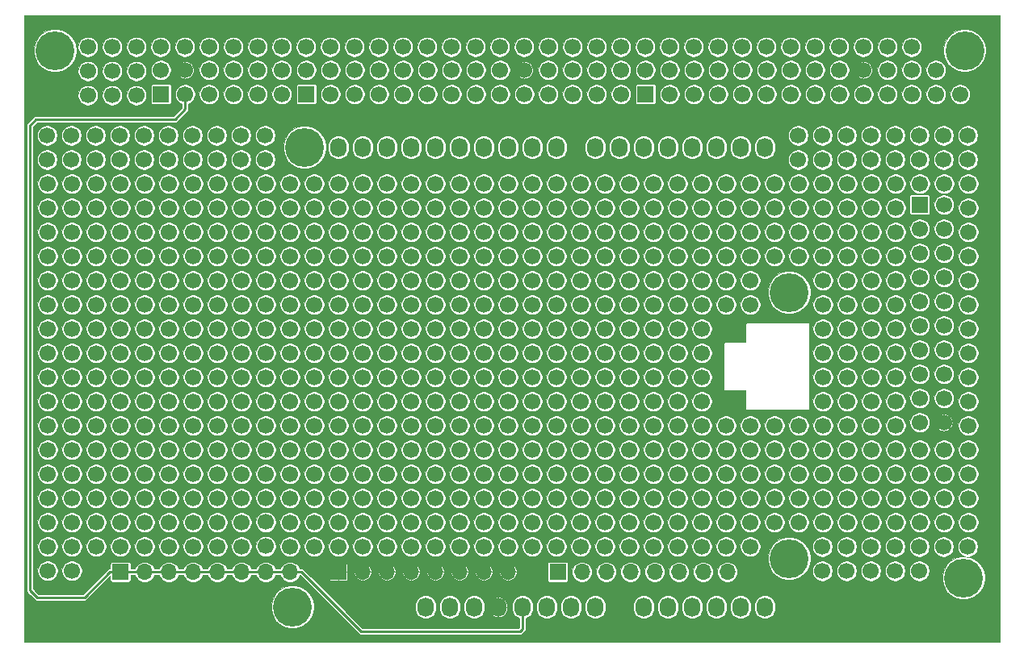
<source format=gtl>
G04 #@! TF.GenerationSoftware,KiCad,Pcbnew,5.1.2*
G04 #@! TF.CreationDate,2019-07-20T19:52:07-05:00*
G04 #@! TF.ProjectId,arduino_shield,61726475-696e-46f5-9f73-6869656c642e,rev?*
G04 #@! TF.SameCoordinates,Original*
G04 #@! TF.FileFunction,Copper,L1,Top*
G04 #@! TF.FilePolarity,Positive*
%FSLAX46Y46*%
G04 Gerber Fmt 4.6, Leading zero omitted, Abs format (unit mm)*
G04 Created by KiCad (PCBNEW 5.1.2) date 2019-07-20 19:52:07*
%MOMM*%
%LPD*%
G04 APERTURE LIST*
%ADD10C,4.064000*%
%ADD11C,3.600000*%
%ADD12R,1.700000X1.700000*%
%ADD13C,1.700000*%
%ADD14O,1.700000X1.700000*%
%ADD15O,1.727200X2.032000*%
%ADD16C,0.250000*%
%ADD17C,0.025400*%
G04 APERTURE END LIST*
D10*
X195326000Y-120777000D03*
X195453000Y-65405000D03*
X100076000Y-65405000D03*
D11*
X195351000Y-120657000D03*
X100051000Y-65357000D03*
X195351000Y-65357000D03*
D12*
X190731000Y-81577000D03*
D13*
X193271000Y-81577000D03*
X190731000Y-84117000D03*
X193271000Y-84117000D03*
X190731000Y-86657000D03*
X193271000Y-86657000D03*
X190731000Y-89197000D03*
X193271000Y-89197000D03*
X190731000Y-91737000D03*
X193271000Y-91737000D03*
X190731000Y-94277000D03*
X193271000Y-94277000D03*
X190731000Y-96817000D03*
X193271000Y-96817000D03*
X190731000Y-99357000D03*
X193271000Y-99357000D03*
X190731000Y-101897000D03*
X193271000Y-101897000D03*
X190731000Y-104437000D03*
X193271000Y-104437000D03*
D12*
X161991000Y-69977000D03*
D13*
X161991000Y-67437000D03*
X164531000Y-69977000D03*
X164531000Y-67437000D03*
X167071000Y-69977000D03*
X167071000Y-67437000D03*
X169611000Y-69977000D03*
X169611000Y-67437000D03*
X172151000Y-69977000D03*
X172151000Y-67437000D03*
X174691000Y-69977000D03*
X174691000Y-67437000D03*
X177231000Y-69977000D03*
X177231000Y-67437000D03*
X179771000Y-69977000D03*
X179771000Y-67437000D03*
X182311000Y-69977000D03*
X182311000Y-67437000D03*
X184851000Y-69977000D03*
X184851000Y-67437000D03*
D12*
X126431000Y-69977000D03*
D13*
X126431000Y-67437000D03*
X128971000Y-69977000D03*
X128971000Y-67437000D03*
X131511000Y-69977000D03*
X131511000Y-67437000D03*
X134051000Y-69977000D03*
X134051000Y-67437000D03*
X136591000Y-69977000D03*
X136591000Y-67437000D03*
X139131000Y-69977000D03*
X139131000Y-67437000D03*
X141671000Y-69977000D03*
X141671000Y-67437000D03*
X144211000Y-69977000D03*
X144211000Y-67437000D03*
X146751000Y-69977000D03*
X146751000Y-67437000D03*
X149291000Y-69977000D03*
X149291000Y-67437000D03*
D12*
X111191000Y-69977000D03*
D13*
X111191000Y-67437000D03*
X113731000Y-69977000D03*
X113731000Y-67437000D03*
X101854000Y-120015000D03*
X99314000Y-120015000D03*
X101803200Y-76860400D03*
X99263200Y-74320400D03*
X99263200Y-76860400D03*
X101803200Y-74320400D03*
X111963200Y-76860400D03*
X106883200Y-74320400D03*
X104343200Y-76860400D03*
X114503200Y-76860400D03*
X109423200Y-76860400D03*
X106883200Y-76860400D03*
X122123200Y-76860400D03*
X119583200Y-74320400D03*
X111963200Y-74320400D03*
X119583200Y-76860400D03*
X109423200Y-74320400D03*
X117043200Y-76860400D03*
X117043200Y-74320400D03*
X122123200Y-74320400D03*
X114503200Y-74320400D03*
X104343200Y-74320400D03*
X122174000Y-117449600D03*
X122174000Y-114909600D03*
X119634000Y-117475000D03*
X117094000Y-117475000D03*
X114554000Y-117475000D03*
X112014000Y-117475000D03*
X109474000Y-117475000D03*
X106934000Y-117475000D03*
X104394000Y-117475000D03*
X101854000Y-117475000D03*
X99314000Y-117475000D03*
X119634000Y-114935000D03*
X117094000Y-114935000D03*
X114554000Y-114935000D03*
X112014000Y-114935000D03*
X109474000Y-114935000D03*
X106934000Y-114935000D03*
X104394000Y-114935000D03*
X101854000Y-114935000D03*
X99314000Y-114935000D03*
X119634000Y-112395000D03*
X117094000Y-112395000D03*
X114554000Y-112395000D03*
X112014000Y-112395000D03*
X109474000Y-112395000D03*
X106934000Y-112395000D03*
X104394000Y-112395000D03*
X101854000Y-112395000D03*
X99314000Y-112395000D03*
X119634000Y-109855000D03*
X117094000Y-109855000D03*
X114554000Y-109855000D03*
X112014000Y-109855000D03*
X109474000Y-109855000D03*
X106934000Y-109855000D03*
X104394000Y-109855000D03*
X101854000Y-109855000D03*
X99314000Y-109855000D03*
X119634000Y-107315000D03*
X117094000Y-107315000D03*
X114554000Y-107315000D03*
X112014000Y-107315000D03*
X109474000Y-107315000D03*
X106934000Y-107315000D03*
X104394000Y-107315000D03*
X101854000Y-107315000D03*
X99314000Y-107315000D03*
X119634000Y-104775000D03*
X117094000Y-104775000D03*
X114554000Y-104775000D03*
X112014000Y-104775000D03*
X109474000Y-104775000D03*
X106934000Y-104775000D03*
X104394000Y-104775000D03*
X101854000Y-104775000D03*
X99314000Y-104775000D03*
X119634000Y-102235000D03*
X117094000Y-102235000D03*
X114554000Y-102235000D03*
X112014000Y-102235000D03*
X109474000Y-102235000D03*
X106934000Y-102235000D03*
X104394000Y-102235000D03*
X101854000Y-102235000D03*
X99314000Y-102235000D03*
X119634000Y-99695000D03*
X117094000Y-99695000D03*
X114554000Y-99695000D03*
X112014000Y-99695000D03*
X109474000Y-99695000D03*
X106934000Y-99695000D03*
X104394000Y-99695000D03*
X101854000Y-99695000D03*
X99314000Y-99695000D03*
X119634000Y-97155000D03*
X117094000Y-97155000D03*
X114554000Y-97155000D03*
X112014000Y-97155000D03*
X109474000Y-97155000D03*
X106934000Y-97155000D03*
X104394000Y-97155000D03*
X101854000Y-97155000D03*
X99314000Y-97155000D03*
X119634000Y-94615000D03*
X117094000Y-94615000D03*
X114554000Y-94615000D03*
X112014000Y-94615000D03*
X109474000Y-94615000D03*
X106934000Y-94615000D03*
X104394000Y-94615000D03*
X101854000Y-94615000D03*
X99314000Y-94615000D03*
X119634000Y-92075000D03*
X117094000Y-92075000D03*
X114554000Y-92075000D03*
X112014000Y-92075000D03*
X109474000Y-92075000D03*
X106934000Y-92075000D03*
X104394000Y-92075000D03*
X101854000Y-92075000D03*
X99314000Y-92075000D03*
X119634000Y-89535000D03*
X117094000Y-89535000D03*
X114554000Y-89535000D03*
X112014000Y-89535000D03*
X109474000Y-89535000D03*
X106934000Y-89535000D03*
X104394000Y-89535000D03*
X101854000Y-89535000D03*
X99314000Y-89535000D03*
X119634000Y-86995000D03*
X117094000Y-86995000D03*
X114554000Y-86995000D03*
X112014000Y-86995000D03*
X109474000Y-86995000D03*
X106934000Y-86995000D03*
X104394000Y-86995000D03*
X101854000Y-86995000D03*
X99314000Y-86995000D03*
X119634000Y-84455000D03*
X117094000Y-84455000D03*
X114554000Y-84455000D03*
X112014000Y-84455000D03*
X109474000Y-84455000D03*
X106934000Y-84455000D03*
X104394000Y-84455000D03*
X101854000Y-84455000D03*
X99314000Y-84455000D03*
X119634000Y-81915000D03*
X117094000Y-81915000D03*
X114554000Y-81915000D03*
X112014000Y-81915000D03*
X109474000Y-81915000D03*
X106934000Y-81915000D03*
X104394000Y-81915000D03*
X101854000Y-81915000D03*
X99314000Y-81915000D03*
X195834000Y-79375000D03*
X193294000Y-79375000D03*
X190754000Y-79375000D03*
X188214000Y-79375000D03*
X185674000Y-79375000D03*
X183134000Y-79375000D03*
X180594000Y-79375000D03*
X178054000Y-79375000D03*
X175514000Y-79375000D03*
X172974000Y-79375000D03*
X170434000Y-79375000D03*
X167894000Y-79375000D03*
X165354000Y-79375000D03*
X162814000Y-79375000D03*
X160274000Y-79375000D03*
X157734000Y-79375000D03*
X155194000Y-79375000D03*
X152654000Y-79375000D03*
X150114000Y-79375000D03*
X147574000Y-79375000D03*
X145034000Y-79375000D03*
X142494000Y-79375000D03*
X139954000Y-79375000D03*
X137414000Y-79375000D03*
X134874000Y-79375000D03*
X132334000Y-79375000D03*
X129794000Y-79375000D03*
X127254000Y-79375000D03*
X124714000Y-79375000D03*
X122174000Y-79375000D03*
X119634000Y-79375000D03*
X117094000Y-79375000D03*
X114554000Y-79375000D03*
X112014000Y-79375000D03*
X109474000Y-79375000D03*
X106934000Y-79375000D03*
X104394000Y-79375000D03*
X101854000Y-79375000D03*
X99314000Y-79375000D03*
D14*
X147574000Y-120142000D03*
X145034000Y-120142000D03*
X142494000Y-120142000D03*
X139954000Y-120142000D03*
X137414000Y-120142000D03*
X134874000Y-120142000D03*
X132334000Y-120142000D03*
D12*
X129794000Y-120142000D03*
D14*
X124714000Y-120142000D03*
X122174000Y-120142000D03*
X119634000Y-120142000D03*
X117094000Y-120142000D03*
X114554000Y-120142000D03*
X112014000Y-120142000D03*
X109474000Y-120142000D03*
D12*
X106934000Y-120142000D03*
D14*
X170561000Y-120142000D03*
X168021000Y-120142000D03*
X165481000Y-120142000D03*
X162941000Y-120142000D03*
X160401000Y-120142000D03*
X157861000Y-120142000D03*
X155321000Y-120142000D03*
D12*
X152781000Y-120142000D03*
D13*
X190703200Y-120040400D03*
X188163200Y-120040400D03*
X185623200Y-120040400D03*
X183083200Y-120040400D03*
X180543200Y-120040400D03*
X195783200Y-74320400D03*
X193243200Y-74320400D03*
X190703200Y-74320400D03*
X188163200Y-74320400D03*
X185623200Y-74320400D03*
X183083200Y-74320400D03*
X180543200Y-74320400D03*
X195783200Y-76860400D03*
X193243200Y-76860400D03*
X190703200Y-76860400D03*
X188163200Y-76860400D03*
X185623200Y-76860400D03*
X183083200Y-76860400D03*
X180543200Y-76860400D03*
X178003200Y-74320400D03*
X178003200Y-76860400D03*
X195783200Y-117500400D03*
X193243200Y-117500400D03*
X190703200Y-117500400D03*
X188163200Y-117500400D03*
X185623200Y-117500400D03*
X183083200Y-117500400D03*
X180543200Y-117500400D03*
X194957700Y-69977000D03*
X192417700Y-69977000D03*
X189877700Y-69977000D03*
X187337700Y-69977000D03*
X192417700Y-67437000D03*
X189877700Y-67437000D03*
X187337700Y-67437000D03*
X159397700Y-69977000D03*
X156857700Y-69977000D03*
X154317700Y-69977000D03*
X151777700Y-69977000D03*
X159397700Y-67437000D03*
X156857700Y-67437000D03*
X154317700Y-67437000D03*
X151777700Y-67437000D03*
X123837700Y-69977000D03*
X121297700Y-69977000D03*
X118757700Y-69977000D03*
X116217700Y-69977000D03*
X123837700Y-67437000D03*
X121297700Y-67437000D03*
X118757700Y-67437000D03*
X116217700Y-67437000D03*
X189877700Y-65024000D03*
X187337700Y-65024000D03*
X184797700Y-65024000D03*
X182257700Y-65024000D03*
X179717700Y-65024000D03*
X177177700Y-65024000D03*
X174637700Y-65024000D03*
X172097700Y-65024000D03*
X169557700Y-65024000D03*
X167017700Y-65024000D03*
X164477700Y-65024000D03*
X161937700Y-65024000D03*
X159397700Y-65024000D03*
X156857700Y-65024000D03*
X154317700Y-65024000D03*
X151777700Y-65024000D03*
X149237700Y-65024000D03*
X146697700Y-65024000D03*
X144157700Y-65024000D03*
X141617700Y-65024000D03*
X139077700Y-65024000D03*
X136537700Y-65024000D03*
X133997700Y-65024000D03*
X131457700Y-65024000D03*
X128917700Y-65024000D03*
X126377700Y-65024000D03*
X123837700Y-65024000D03*
X121297700Y-65024000D03*
X118757700Y-65024000D03*
X116217700Y-65024000D03*
X113677700Y-65024000D03*
X111137700Y-65024000D03*
X108597700Y-65024000D03*
X106057700Y-65024000D03*
X103517700Y-65024000D03*
X108597700Y-70104000D03*
X106057700Y-70104000D03*
X103517700Y-70104000D03*
X108597700Y-67564000D03*
X106057700Y-67564000D03*
X103517700Y-67564000D03*
X195834000Y-104775000D03*
X195834000Y-102235000D03*
X195834000Y-99695000D03*
X195834000Y-97155000D03*
X195834000Y-94615000D03*
X195834000Y-92075000D03*
X195834000Y-89535000D03*
X195834000Y-86995000D03*
X195834000Y-84455000D03*
X195834000Y-81915000D03*
X188214000Y-102235000D03*
X185674000Y-102235000D03*
X183134000Y-102235000D03*
X180594000Y-102235000D03*
X188214000Y-99695000D03*
X185674000Y-99695000D03*
X183134000Y-99695000D03*
X180594000Y-99695000D03*
X188214000Y-97155000D03*
X185674000Y-97155000D03*
X183134000Y-97155000D03*
X180594000Y-97155000D03*
X188214000Y-94615000D03*
X185674000Y-94615000D03*
X183134000Y-94615000D03*
X180594000Y-94615000D03*
X188214000Y-92075000D03*
X185674000Y-92075000D03*
X183134000Y-92075000D03*
X180594000Y-92075000D03*
X188214000Y-89535000D03*
X185674000Y-89535000D03*
X183134000Y-89535000D03*
X180594000Y-89535000D03*
X172974000Y-117475000D03*
X170434000Y-117475000D03*
X167894000Y-117475000D03*
X165354000Y-117475000D03*
X162814000Y-117475000D03*
X160274000Y-117475000D03*
X157734000Y-117475000D03*
X155194000Y-117475000D03*
X152654000Y-117475000D03*
X150114000Y-117475000D03*
X147574000Y-117475000D03*
X145034000Y-117475000D03*
X142494000Y-117475000D03*
X139954000Y-117475000D03*
X137414000Y-117475000D03*
X134874000Y-117475000D03*
X132334000Y-117475000D03*
X129794000Y-117475000D03*
X127254000Y-117475000D03*
X124714000Y-117475000D03*
X195834000Y-114935000D03*
X193294000Y-114935000D03*
X190754000Y-114935000D03*
X188214000Y-114935000D03*
X185674000Y-114935000D03*
X183134000Y-114935000D03*
X180594000Y-114935000D03*
X178054000Y-114935000D03*
X175514000Y-114935000D03*
X172974000Y-114935000D03*
X170434000Y-114935000D03*
X167894000Y-114935000D03*
X165354000Y-114935000D03*
X162814000Y-114935000D03*
X160274000Y-114935000D03*
X157734000Y-114935000D03*
X155194000Y-114935000D03*
X152654000Y-114935000D03*
X150114000Y-114935000D03*
X147574000Y-114935000D03*
X145034000Y-114935000D03*
X142494000Y-114935000D03*
X139954000Y-114935000D03*
X137414000Y-114935000D03*
X134874000Y-114935000D03*
X132334000Y-114935000D03*
X129794000Y-114935000D03*
X127254000Y-114935000D03*
X124714000Y-114935000D03*
X195834000Y-112395000D03*
X193294000Y-112395000D03*
X190754000Y-112395000D03*
X188214000Y-112395000D03*
X185674000Y-112395000D03*
X183134000Y-112395000D03*
X180594000Y-112395000D03*
X178054000Y-112395000D03*
X175514000Y-112395000D03*
X172974000Y-112395000D03*
X170434000Y-112395000D03*
X167894000Y-112395000D03*
X165354000Y-112395000D03*
X162814000Y-112395000D03*
X160274000Y-112395000D03*
X157734000Y-112395000D03*
X155194000Y-112395000D03*
X152654000Y-112395000D03*
X150114000Y-112395000D03*
X147574000Y-112395000D03*
X145034000Y-112395000D03*
X142494000Y-112395000D03*
X139954000Y-112395000D03*
X137414000Y-112395000D03*
X134874000Y-112395000D03*
X132334000Y-112395000D03*
X129794000Y-112395000D03*
X127254000Y-112395000D03*
X124714000Y-112395000D03*
X122174000Y-112395000D03*
X195834000Y-109855000D03*
X193294000Y-109855000D03*
X190754000Y-109855000D03*
X188214000Y-109855000D03*
X185674000Y-109855000D03*
X183134000Y-109855000D03*
X180594000Y-109855000D03*
X178054000Y-109855000D03*
X175514000Y-109855000D03*
X172974000Y-109855000D03*
X170434000Y-109855000D03*
X167894000Y-109855000D03*
X165354000Y-109855000D03*
X162814000Y-109855000D03*
X160274000Y-109855000D03*
X157734000Y-109855000D03*
X155194000Y-109855000D03*
X152654000Y-109855000D03*
X150114000Y-109855000D03*
X147574000Y-109855000D03*
X145034000Y-109855000D03*
X142494000Y-109855000D03*
X139954000Y-109855000D03*
X137414000Y-109855000D03*
X134874000Y-109855000D03*
X132334000Y-109855000D03*
X129794000Y-109855000D03*
X127254000Y-109855000D03*
X124714000Y-109855000D03*
X122174000Y-109855000D03*
X195834000Y-107315000D03*
X193294000Y-107315000D03*
X190754000Y-107315000D03*
X188214000Y-107315000D03*
X185674000Y-107315000D03*
X183134000Y-107315000D03*
X180594000Y-107315000D03*
X178054000Y-107315000D03*
X175514000Y-107315000D03*
X172974000Y-107315000D03*
X170434000Y-107315000D03*
X167894000Y-107315000D03*
X165354000Y-107315000D03*
X162814000Y-107315000D03*
X160274000Y-107315000D03*
X157734000Y-107315000D03*
X155194000Y-107315000D03*
X152654000Y-107315000D03*
X150114000Y-107315000D03*
X147574000Y-107315000D03*
X145034000Y-107315000D03*
X142494000Y-107315000D03*
X139954000Y-107315000D03*
X137414000Y-107315000D03*
X134874000Y-107315000D03*
X132334000Y-107315000D03*
X129794000Y-107315000D03*
X127254000Y-107315000D03*
X124714000Y-107315000D03*
X122174000Y-107315000D03*
X188214000Y-104775000D03*
X185674000Y-104775000D03*
X183134000Y-104775000D03*
X180594000Y-104775000D03*
X178054000Y-104775000D03*
X175514000Y-104775000D03*
X172974000Y-104775000D03*
X170434000Y-104775000D03*
X167894000Y-104775000D03*
X165354000Y-104775000D03*
X162814000Y-104775000D03*
X160274000Y-104775000D03*
X157734000Y-104775000D03*
X155194000Y-104775000D03*
X152654000Y-104775000D03*
X150114000Y-104775000D03*
X147574000Y-104775000D03*
X145034000Y-104775000D03*
X142494000Y-104775000D03*
X139954000Y-104775000D03*
X137414000Y-104775000D03*
X134874000Y-104775000D03*
X132334000Y-104775000D03*
X129794000Y-104775000D03*
X127254000Y-104775000D03*
X124714000Y-104775000D03*
X122174000Y-104775000D03*
X167894000Y-102235000D03*
X165354000Y-102235000D03*
X162814000Y-102235000D03*
X160274000Y-102235000D03*
X157734000Y-102235000D03*
X155194000Y-102235000D03*
X152654000Y-102235000D03*
X150114000Y-102235000D03*
X147574000Y-102235000D03*
X145034000Y-102235000D03*
X142494000Y-102235000D03*
X139954000Y-102235000D03*
X137414000Y-102235000D03*
X134874000Y-102235000D03*
X132334000Y-102235000D03*
X129794000Y-102235000D03*
X127254000Y-102235000D03*
X124714000Y-102235000D03*
X122174000Y-102235000D03*
X167894000Y-99695000D03*
X165354000Y-99695000D03*
X162814000Y-99695000D03*
X160274000Y-99695000D03*
X157734000Y-99695000D03*
X155194000Y-99695000D03*
X152654000Y-99695000D03*
X150114000Y-99695000D03*
X147574000Y-99695000D03*
X145034000Y-99695000D03*
X142494000Y-99695000D03*
X139954000Y-99695000D03*
X137414000Y-99695000D03*
X134874000Y-99695000D03*
X132334000Y-99695000D03*
X129794000Y-99695000D03*
X127254000Y-99695000D03*
X124714000Y-99695000D03*
X122174000Y-99695000D03*
X167894000Y-97155000D03*
X165354000Y-97155000D03*
X162814000Y-97155000D03*
X160274000Y-97155000D03*
X157734000Y-97155000D03*
X155194000Y-97155000D03*
X152654000Y-97155000D03*
X150114000Y-97155000D03*
X147574000Y-97155000D03*
X145034000Y-97155000D03*
X142494000Y-97155000D03*
X139954000Y-97155000D03*
X137414000Y-97155000D03*
X134874000Y-97155000D03*
X132334000Y-97155000D03*
X129794000Y-97155000D03*
X127254000Y-97155000D03*
X124714000Y-97155000D03*
X122174000Y-97155000D03*
X167894000Y-94615000D03*
X165354000Y-94615000D03*
X162814000Y-94615000D03*
X160274000Y-94615000D03*
X157734000Y-94615000D03*
X155194000Y-94615000D03*
X152654000Y-94615000D03*
X150114000Y-94615000D03*
X147574000Y-94615000D03*
X145034000Y-94615000D03*
X142494000Y-94615000D03*
X139954000Y-94615000D03*
X137414000Y-94615000D03*
X134874000Y-94615000D03*
X132334000Y-94615000D03*
X129794000Y-94615000D03*
X127254000Y-94615000D03*
X124714000Y-94615000D03*
X122174000Y-94615000D03*
X172974000Y-92075000D03*
X170434000Y-92075000D03*
X167894000Y-92075000D03*
X165354000Y-92075000D03*
X162814000Y-92075000D03*
X160274000Y-92075000D03*
X157734000Y-92075000D03*
X155194000Y-92075000D03*
X152654000Y-92075000D03*
X150114000Y-92075000D03*
X147574000Y-92075000D03*
X145034000Y-92075000D03*
X142494000Y-92075000D03*
X139954000Y-92075000D03*
X137414000Y-92075000D03*
X134874000Y-92075000D03*
X132334000Y-92075000D03*
X129794000Y-92075000D03*
X127254000Y-92075000D03*
X124714000Y-92075000D03*
X122174000Y-92075000D03*
X172974000Y-89535000D03*
X170434000Y-89535000D03*
X167894000Y-89535000D03*
X165354000Y-89535000D03*
X162814000Y-89535000D03*
X160274000Y-89535000D03*
X157734000Y-89535000D03*
X155194000Y-89535000D03*
X152654000Y-89535000D03*
X150114000Y-89535000D03*
X147574000Y-89535000D03*
X145034000Y-89535000D03*
X142494000Y-89535000D03*
X139954000Y-89535000D03*
X137414000Y-89535000D03*
X134874000Y-89535000D03*
X132334000Y-89535000D03*
X129794000Y-89535000D03*
X127254000Y-89535000D03*
X124714000Y-89535000D03*
X122174000Y-89535000D03*
X188214000Y-86995000D03*
X185674000Y-86995000D03*
X183134000Y-86995000D03*
X180594000Y-86995000D03*
X178054000Y-86995000D03*
X175514000Y-86995000D03*
X172974000Y-86995000D03*
X170434000Y-86995000D03*
X167894000Y-86995000D03*
X165354000Y-86995000D03*
X162814000Y-86995000D03*
X160274000Y-86995000D03*
X157734000Y-86995000D03*
X155194000Y-86995000D03*
X152654000Y-86995000D03*
X150114000Y-86995000D03*
X147574000Y-86995000D03*
X145034000Y-86995000D03*
X142494000Y-86995000D03*
X139954000Y-86995000D03*
X137414000Y-86995000D03*
X134874000Y-86995000D03*
X132334000Y-86995000D03*
X129794000Y-86995000D03*
X127254000Y-86995000D03*
X124714000Y-86995000D03*
X122174000Y-86995000D03*
X188214000Y-84455000D03*
X185674000Y-84455000D03*
X183134000Y-84455000D03*
X180594000Y-84455000D03*
X178054000Y-84455000D03*
X175514000Y-84455000D03*
X172974000Y-84455000D03*
X170434000Y-84455000D03*
X167894000Y-84455000D03*
X165354000Y-84455000D03*
X162814000Y-84455000D03*
X160274000Y-84455000D03*
X157734000Y-84455000D03*
X155194000Y-84455000D03*
X152654000Y-84455000D03*
X150114000Y-84455000D03*
X147574000Y-84455000D03*
X145034000Y-84455000D03*
X142494000Y-84455000D03*
X139954000Y-84455000D03*
X137414000Y-84455000D03*
X134874000Y-84455000D03*
X132334000Y-84455000D03*
X129794000Y-84455000D03*
X127254000Y-84455000D03*
X124714000Y-84455000D03*
X122174000Y-84455000D03*
X188214000Y-81915000D03*
X185674000Y-81915000D03*
X183134000Y-81915000D03*
X180594000Y-81915000D03*
X178054000Y-81915000D03*
X175514000Y-81915000D03*
X172974000Y-81915000D03*
X170434000Y-81915000D03*
X167894000Y-81915000D03*
X165354000Y-81915000D03*
X162814000Y-81915000D03*
X160274000Y-81915000D03*
X157734000Y-81915000D03*
X155194000Y-81915000D03*
X152654000Y-81915000D03*
X150114000Y-81915000D03*
X147574000Y-81915000D03*
X145034000Y-81915000D03*
X142494000Y-81915000D03*
X139954000Y-81915000D03*
X137414000Y-81915000D03*
X134874000Y-81915000D03*
X132334000Y-81915000D03*
X129794000Y-81915000D03*
X127254000Y-81915000D03*
X124714000Y-81915000D03*
X122174000Y-81915000D03*
D15*
X138938000Y-123825000D03*
X141478000Y-123825000D03*
X144018000Y-123825000D03*
X146558000Y-123825000D03*
X149098000Y-123825000D03*
X151638000Y-123825000D03*
X154178000Y-123825000D03*
X156718000Y-123825000D03*
X161798000Y-123825000D03*
X164338000Y-123825000D03*
X166878000Y-123825000D03*
X169418000Y-123825000D03*
X171958000Y-123825000D03*
X174498000Y-123825000D03*
X129794000Y-75565000D03*
X132334000Y-75565000D03*
X134874000Y-75565000D03*
X137414000Y-75565000D03*
X139954000Y-75565000D03*
X142494000Y-75565000D03*
X145034000Y-75565000D03*
X147574000Y-75565000D03*
X150114000Y-75565000D03*
X152654000Y-75565000D03*
X156718000Y-75565000D03*
X159258000Y-75565000D03*
X161798000Y-75565000D03*
X164338000Y-75565000D03*
X166878000Y-75565000D03*
X169418000Y-75565000D03*
X171958000Y-75565000D03*
X174498000Y-75565000D03*
D10*
X124968000Y-123825000D03*
X177038000Y-118745000D03*
X126238000Y-75565000D03*
X177038000Y-90805000D03*
D16*
X106934000Y-120142000D02*
X109474000Y-120142000D01*
X110676081Y-120142000D02*
X112014000Y-120142000D01*
X109474000Y-120142000D02*
X110676081Y-120142000D01*
X113216081Y-120142000D02*
X114554000Y-120142000D01*
X112014000Y-120142000D02*
X113216081Y-120142000D01*
X115756081Y-120142000D02*
X117094000Y-120142000D01*
X114554000Y-120142000D02*
X115756081Y-120142000D01*
X118296081Y-120142000D02*
X119634000Y-120142000D01*
X117094000Y-120142000D02*
X118296081Y-120142000D01*
X120836081Y-120142000D02*
X122174000Y-120142000D01*
X119634000Y-120142000D02*
X120836081Y-120142000D01*
X123376081Y-120142000D02*
X124714000Y-120142000D01*
X122174000Y-120142000D02*
X123376081Y-120142000D01*
X149098000Y-126111000D02*
X149098000Y-123825000D01*
X148844000Y-126365000D02*
X149098000Y-126111000D01*
X132139081Y-126365000D02*
X148844000Y-126365000D01*
X124714000Y-120142000D02*
X125916081Y-120142000D01*
X125916081Y-120142000D02*
X132139081Y-126365000D01*
X105834000Y-120142000D02*
X106934000Y-120142000D01*
X98171000Y-122809000D02*
X103167000Y-122809000D01*
X113731000Y-69977000D02*
X113731000Y-71562000D01*
X112649000Y-72644000D02*
X98044000Y-72644000D01*
X98044000Y-72644000D02*
X97409000Y-73279000D01*
X103167000Y-122809000D02*
X105834000Y-120142000D01*
X97409000Y-122047000D02*
X98171000Y-122809000D01*
X113731000Y-71562000D02*
X112649000Y-72644000D01*
X97409000Y-73279000D02*
X97409000Y-122047000D01*
X132207000Y-120269000D02*
X132334000Y-120142000D01*
D17*
G36*
X199149901Y-62859447D02*
G01*
X199149900Y-126370552D01*
X199149901Y-126370561D01*
X199149900Y-126497552D01*
X199149901Y-126497562D01*
X199149900Y-127521900D01*
X96887100Y-127521900D01*
X96887100Y-123603916D01*
X122723300Y-123603916D01*
X122723300Y-124046084D01*
X122809563Y-124479755D01*
X122978773Y-124888264D01*
X123224428Y-125255913D01*
X123537087Y-125568572D01*
X123904736Y-125814227D01*
X124313245Y-125983437D01*
X124746916Y-126069700D01*
X125189084Y-126069700D01*
X125622755Y-125983437D01*
X126031264Y-125814227D01*
X126398913Y-125568572D01*
X126711572Y-125255913D01*
X126957227Y-124888264D01*
X127126437Y-124479755D01*
X127212700Y-124046084D01*
X127212700Y-123603916D01*
X127126437Y-123170245D01*
X126957227Y-122761736D01*
X126711572Y-122394087D01*
X126398913Y-122081428D01*
X126031264Y-121835773D01*
X125622755Y-121666563D01*
X125189084Y-121580300D01*
X124746916Y-121580300D01*
X124313245Y-121666563D01*
X123904736Y-121835773D01*
X123537087Y-122081428D01*
X123224428Y-122394087D01*
X122978773Y-122761736D01*
X122809563Y-123170245D01*
X122723300Y-123603916D01*
X96887100Y-123603916D01*
X96887100Y-73279000D01*
X97069667Y-73279000D01*
X97071300Y-73295578D01*
X97071301Y-122030412D01*
X97069667Y-122047000D01*
X97076188Y-122113200D01*
X97095498Y-122176857D01*
X97126855Y-122235523D01*
X97155450Y-122270365D01*
X97169056Y-122286945D01*
X97181936Y-122297515D01*
X97920484Y-123036064D01*
X97931055Y-123048945D01*
X97943934Y-123059514D01*
X97982477Y-123091145D01*
X98041142Y-123122503D01*
X98055958Y-123126997D01*
X98104799Y-123141813D01*
X98154419Y-123146700D01*
X98154422Y-123146700D01*
X98171000Y-123148333D01*
X98187578Y-123146700D01*
X103150422Y-123146700D01*
X103167000Y-123148333D01*
X103183578Y-123146700D01*
X103183581Y-123146700D01*
X103233201Y-123141813D01*
X103296857Y-123122503D01*
X103355523Y-123091145D01*
X103406945Y-123048945D01*
X103417520Y-123036059D01*
X105870271Y-120583309D01*
X105870271Y-120992000D01*
X105874378Y-121033696D01*
X105886540Y-121073791D01*
X105906291Y-121110741D01*
X105932871Y-121143129D01*
X105965259Y-121169709D01*
X106002209Y-121189460D01*
X106042304Y-121201622D01*
X106084000Y-121205729D01*
X107784000Y-121205729D01*
X107825696Y-121201622D01*
X107865791Y-121189460D01*
X107902741Y-121169709D01*
X107935129Y-121143129D01*
X107961709Y-121110741D01*
X107981460Y-121073791D01*
X107993622Y-121033696D01*
X107997729Y-120992000D01*
X107997729Y-120479700D01*
X108465923Y-120479700D01*
X108487444Y-120550645D01*
X108586123Y-120735261D01*
X108718922Y-120897078D01*
X108880739Y-121029877D01*
X109065355Y-121128556D01*
X109265675Y-121189323D01*
X109421802Y-121204700D01*
X109526198Y-121204700D01*
X109682325Y-121189323D01*
X109882645Y-121128556D01*
X110067261Y-121029877D01*
X110229078Y-120897078D01*
X110361877Y-120735261D01*
X110460556Y-120550645D01*
X110482077Y-120479700D01*
X111005923Y-120479700D01*
X111027444Y-120550645D01*
X111126123Y-120735261D01*
X111258922Y-120897078D01*
X111420739Y-121029877D01*
X111605355Y-121128556D01*
X111805675Y-121189323D01*
X111961802Y-121204700D01*
X112066198Y-121204700D01*
X112222325Y-121189323D01*
X112422645Y-121128556D01*
X112607261Y-121029877D01*
X112769078Y-120897078D01*
X112901877Y-120735261D01*
X113000556Y-120550645D01*
X113022077Y-120479700D01*
X113545923Y-120479700D01*
X113567444Y-120550645D01*
X113666123Y-120735261D01*
X113798922Y-120897078D01*
X113960739Y-121029877D01*
X114145355Y-121128556D01*
X114345675Y-121189323D01*
X114501802Y-121204700D01*
X114606198Y-121204700D01*
X114762325Y-121189323D01*
X114962645Y-121128556D01*
X115147261Y-121029877D01*
X115309078Y-120897078D01*
X115441877Y-120735261D01*
X115540556Y-120550645D01*
X115562077Y-120479700D01*
X116085923Y-120479700D01*
X116107444Y-120550645D01*
X116206123Y-120735261D01*
X116338922Y-120897078D01*
X116500739Y-121029877D01*
X116685355Y-121128556D01*
X116885675Y-121189323D01*
X117041802Y-121204700D01*
X117146198Y-121204700D01*
X117302325Y-121189323D01*
X117502645Y-121128556D01*
X117687261Y-121029877D01*
X117849078Y-120897078D01*
X117981877Y-120735261D01*
X118080556Y-120550645D01*
X118102077Y-120479700D01*
X118625923Y-120479700D01*
X118647444Y-120550645D01*
X118746123Y-120735261D01*
X118878922Y-120897078D01*
X119040739Y-121029877D01*
X119225355Y-121128556D01*
X119425675Y-121189323D01*
X119581802Y-121204700D01*
X119686198Y-121204700D01*
X119842325Y-121189323D01*
X120042645Y-121128556D01*
X120227261Y-121029877D01*
X120389078Y-120897078D01*
X120521877Y-120735261D01*
X120620556Y-120550645D01*
X120642077Y-120479700D01*
X121165923Y-120479700D01*
X121187444Y-120550645D01*
X121286123Y-120735261D01*
X121418922Y-120897078D01*
X121580739Y-121029877D01*
X121765355Y-121128556D01*
X121965675Y-121189323D01*
X122121802Y-121204700D01*
X122226198Y-121204700D01*
X122382325Y-121189323D01*
X122582645Y-121128556D01*
X122767261Y-121029877D01*
X122929078Y-120897078D01*
X123061877Y-120735261D01*
X123160556Y-120550645D01*
X123182077Y-120479700D01*
X123705923Y-120479700D01*
X123727444Y-120550645D01*
X123826123Y-120735261D01*
X123958922Y-120897078D01*
X124120739Y-121029877D01*
X124305355Y-121128556D01*
X124505675Y-121189323D01*
X124661802Y-121204700D01*
X124766198Y-121204700D01*
X124922325Y-121189323D01*
X125122645Y-121128556D01*
X125307261Y-121029877D01*
X125469078Y-120897078D01*
X125601877Y-120735261D01*
X125700556Y-120550645D01*
X125722077Y-120479700D01*
X125776202Y-120479700D01*
X131888565Y-126592064D01*
X131899136Y-126604945D01*
X131912015Y-126615514D01*
X131950557Y-126647145D01*
X131981915Y-126663906D01*
X132009224Y-126678503D01*
X132072880Y-126697813D01*
X132122500Y-126702700D01*
X132122503Y-126702700D01*
X132139081Y-126704333D01*
X132155659Y-126702700D01*
X148827422Y-126702700D01*
X148844000Y-126704333D01*
X148860578Y-126702700D01*
X148860581Y-126702700D01*
X148910201Y-126697813D01*
X148973857Y-126678503D01*
X149032523Y-126647145D01*
X149083945Y-126604945D01*
X149094520Y-126592059D01*
X149325069Y-126361511D01*
X149337944Y-126350945D01*
X149362102Y-126321509D01*
X149380145Y-126299524D01*
X149396906Y-126268166D01*
X149411503Y-126240857D01*
X149430813Y-126177201D01*
X149435700Y-126127581D01*
X149435700Y-126127579D01*
X149437333Y-126111001D01*
X149435700Y-126094423D01*
X149435700Y-124999689D01*
X149511875Y-124976582D01*
X149698853Y-124876640D01*
X149862741Y-124742141D01*
X149997240Y-124578253D01*
X150097182Y-124391274D01*
X150158726Y-124188391D01*
X150174300Y-124030266D01*
X150174300Y-123619734D01*
X150561700Y-123619734D01*
X150561700Y-124030267D01*
X150577274Y-124188392D01*
X150638818Y-124391275D01*
X150738760Y-124578253D01*
X150873260Y-124742141D01*
X151037148Y-124876640D01*
X151224126Y-124976582D01*
X151427009Y-125038126D01*
X151638000Y-125058907D01*
X151848992Y-125038126D01*
X152051875Y-124976582D01*
X152238853Y-124876640D01*
X152402741Y-124742141D01*
X152537240Y-124578253D01*
X152637182Y-124391274D01*
X152698726Y-124188391D01*
X152714300Y-124030266D01*
X152714300Y-123619734D01*
X153101700Y-123619734D01*
X153101700Y-124030267D01*
X153117274Y-124188392D01*
X153178818Y-124391275D01*
X153278760Y-124578253D01*
X153413260Y-124742141D01*
X153577148Y-124876640D01*
X153764126Y-124976582D01*
X153967009Y-125038126D01*
X154178000Y-125058907D01*
X154388992Y-125038126D01*
X154591875Y-124976582D01*
X154778853Y-124876640D01*
X154942741Y-124742141D01*
X155077240Y-124578253D01*
X155177182Y-124391274D01*
X155238726Y-124188391D01*
X155254300Y-124030266D01*
X155254300Y-123619734D01*
X155641700Y-123619734D01*
X155641700Y-124030267D01*
X155657274Y-124188392D01*
X155718818Y-124391275D01*
X155818760Y-124578253D01*
X155953260Y-124742141D01*
X156117148Y-124876640D01*
X156304126Y-124976582D01*
X156507009Y-125038126D01*
X156718000Y-125058907D01*
X156928992Y-125038126D01*
X157131875Y-124976582D01*
X157318853Y-124876640D01*
X157482741Y-124742141D01*
X157617240Y-124578253D01*
X157717182Y-124391274D01*
X157778726Y-124188391D01*
X157794300Y-124030266D01*
X157794300Y-123619734D01*
X160721700Y-123619734D01*
X160721700Y-124030267D01*
X160737274Y-124188392D01*
X160798818Y-124391275D01*
X160898760Y-124578253D01*
X161033260Y-124742141D01*
X161197148Y-124876640D01*
X161384126Y-124976582D01*
X161587009Y-125038126D01*
X161798000Y-125058907D01*
X162008992Y-125038126D01*
X162211875Y-124976582D01*
X162398853Y-124876640D01*
X162562741Y-124742141D01*
X162697240Y-124578253D01*
X162797182Y-124391274D01*
X162858726Y-124188391D01*
X162874300Y-124030266D01*
X162874300Y-123619734D01*
X163261700Y-123619734D01*
X163261700Y-124030267D01*
X163277274Y-124188392D01*
X163338818Y-124391275D01*
X163438760Y-124578253D01*
X163573260Y-124742141D01*
X163737148Y-124876640D01*
X163924126Y-124976582D01*
X164127009Y-125038126D01*
X164338000Y-125058907D01*
X164548992Y-125038126D01*
X164751875Y-124976582D01*
X164938853Y-124876640D01*
X165102741Y-124742141D01*
X165237240Y-124578253D01*
X165337182Y-124391274D01*
X165398726Y-124188391D01*
X165414300Y-124030266D01*
X165414300Y-123619734D01*
X165801700Y-123619734D01*
X165801700Y-124030267D01*
X165817274Y-124188392D01*
X165878818Y-124391275D01*
X165978760Y-124578253D01*
X166113260Y-124742141D01*
X166277148Y-124876640D01*
X166464126Y-124976582D01*
X166667009Y-125038126D01*
X166878000Y-125058907D01*
X167088992Y-125038126D01*
X167291875Y-124976582D01*
X167478853Y-124876640D01*
X167642741Y-124742141D01*
X167777240Y-124578253D01*
X167877182Y-124391274D01*
X167938726Y-124188391D01*
X167954300Y-124030266D01*
X167954300Y-123619734D01*
X168341700Y-123619734D01*
X168341700Y-124030267D01*
X168357274Y-124188392D01*
X168418818Y-124391275D01*
X168518760Y-124578253D01*
X168653260Y-124742141D01*
X168817148Y-124876640D01*
X169004126Y-124976582D01*
X169207009Y-125038126D01*
X169418000Y-125058907D01*
X169628992Y-125038126D01*
X169831875Y-124976582D01*
X170018853Y-124876640D01*
X170182741Y-124742141D01*
X170317240Y-124578253D01*
X170417182Y-124391274D01*
X170478726Y-124188391D01*
X170494300Y-124030266D01*
X170494300Y-123619734D01*
X170881700Y-123619734D01*
X170881700Y-124030267D01*
X170897274Y-124188392D01*
X170958818Y-124391275D01*
X171058760Y-124578253D01*
X171193260Y-124742141D01*
X171357148Y-124876640D01*
X171544126Y-124976582D01*
X171747009Y-125038126D01*
X171958000Y-125058907D01*
X172168992Y-125038126D01*
X172371875Y-124976582D01*
X172558853Y-124876640D01*
X172722741Y-124742141D01*
X172857240Y-124578253D01*
X172957182Y-124391274D01*
X173018726Y-124188391D01*
X173034300Y-124030266D01*
X173034300Y-123619734D01*
X173421700Y-123619734D01*
X173421700Y-124030267D01*
X173437274Y-124188392D01*
X173498818Y-124391275D01*
X173598760Y-124578253D01*
X173733260Y-124742141D01*
X173897148Y-124876640D01*
X174084126Y-124976582D01*
X174287009Y-125038126D01*
X174498000Y-125058907D01*
X174708992Y-125038126D01*
X174911875Y-124976582D01*
X175098853Y-124876640D01*
X175262741Y-124742141D01*
X175397240Y-124578253D01*
X175497182Y-124391274D01*
X175558726Y-124188391D01*
X175574300Y-124030266D01*
X175574300Y-123619733D01*
X175558726Y-123461608D01*
X175497182Y-123258725D01*
X175397240Y-123071747D01*
X175262741Y-122907859D01*
X175098853Y-122773360D01*
X174911874Y-122673418D01*
X174708991Y-122611874D01*
X174498000Y-122591093D01*
X174287008Y-122611874D01*
X174084125Y-122673418D01*
X173897147Y-122773360D01*
X173733259Y-122907859D01*
X173598760Y-123071747D01*
X173498818Y-123258726D01*
X173437274Y-123461609D01*
X173421700Y-123619734D01*
X173034300Y-123619734D01*
X173034300Y-123619733D01*
X173018726Y-123461608D01*
X172957182Y-123258725D01*
X172857240Y-123071747D01*
X172722741Y-122907859D01*
X172558853Y-122773360D01*
X172371874Y-122673418D01*
X172168991Y-122611874D01*
X171958000Y-122591093D01*
X171747008Y-122611874D01*
X171544125Y-122673418D01*
X171357147Y-122773360D01*
X171193259Y-122907859D01*
X171058760Y-123071747D01*
X170958818Y-123258726D01*
X170897274Y-123461609D01*
X170881700Y-123619734D01*
X170494300Y-123619734D01*
X170494300Y-123619733D01*
X170478726Y-123461608D01*
X170417182Y-123258725D01*
X170317240Y-123071747D01*
X170182741Y-122907859D01*
X170018853Y-122773360D01*
X169831874Y-122673418D01*
X169628991Y-122611874D01*
X169418000Y-122591093D01*
X169207008Y-122611874D01*
X169004125Y-122673418D01*
X168817147Y-122773360D01*
X168653259Y-122907859D01*
X168518760Y-123071747D01*
X168418818Y-123258726D01*
X168357274Y-123461609D01*
X168341700Y-123619734D01*
X167954300Y-123619734D01*
X167954300Y-123619733D01*
X167938726Y-123461608D01*
X167877182Y-123258725D01*
X167777240Y-123071747D01*
X167642741Y-122907859D01*
X167478853Y-122773360D01*
X167291874Y-122673418D01*
X167088991Y-122611874D01*
X166878000Y-122591093D01*
X166667008Y-122611874D01*
X166464125Y-122673418D01*
X166277147Y-122773360D01*
X166113259Y-122907859D01*
X165978760Y-123071747D01*
X165878818Y-123258726D01*
X165817274Y-123461609D01*
X165801700Y-123619734D01*
X165414300Y-123619734D01*
X165414300Y-123619733D01*
X165398726Y-123461608D01*
X165337182Y-123258725D01*
X165237240Y-123071747D01*
X165102741Y-122907859D01*
X164938853Y-122773360D01*
X164751874Y-122673418D01*
X164548991Y-122611874D01*
X164338000Y-122591093D01*
X164127008Y-122611874D01*
X163924125Y-122673418D01*
X163737147Y-122773360D01*
X163573259Y-122907859D01*
X163438760Y-123071747D01*
X163338818Y-123258726D01*
X163277274Y-123461609D01*
X163261700Y-123619734D01*
X162874300Y-123619734D01*
X162874300Y-123619733D01*
X162858726Y-123461608D01*
X162797182Y-123258725D01*
X162697240Y-123071747D01*
X162562741Y-122907859D01*
X162398853Y-122773360D01*
X162211874Y-122673418D01*
X162008991Y-122611874D01*
X161798000Y-122591093D01*
X161587008Y-122611874D01*
X161384125Y-122673418D01*
X161197147Y-122773360D01*
X161033259Y-122907859D01*
X160898760Y-123071747D01*
X160798818Y-123258726D01*
X160737274Y-123461609D01*
X160721700Y-123619734D01*
X157794300Y-123619734D01*
X157794300Y-123619733D01*
X157778726Y-123461608D01*
X157717182Y-123258725D01*
X157617240Y-123071747D01*
X157482741Y-122907859D01*
X157318853Y-122773360D01*
X157131874Y-122673418D01*
X156928991Y-122611874D01*
X156718000Y-122591093D01*
X156507008Y-122611874D01*
X156304125Y-122673418D01*
X156117147Y-122773360D01*
X155953259Y-122907859D01*
X155818760Y-123071747D01*
X155718818Y-123258726D01*
X155657274Y-123461609D01*
X155641700Y-123619734D01*
X155254300Y-123619734D01*
X155254300Y-123619733D01*
X155238726Y-123461608D01*
X155177182Y-123258725D01*
X155077240Y-123071747D01*
X154942741Y-122907859D01*
X154778853Y-122773360D01*
X154591874Y-122673418D01*
X154388991Y-122611874D01*
X154178000Y-122591093D01*
X153967008Y-122611874D01*
X153764125Y-122673418D01*
X153577147Y-122773360D01*
X153413259Y-122907859D01*
X153278760Y-123071747D01*
X153178818Y-123258726D01*
X153117274Y-123461609D01*
X153101700Y-123619734D01*
X152714300Y-123619734D01*
X152714300Y-123619733D01*
X152698726Y-123461608D01*
X152637182Y-123258725D01*
X152537240Y-123071747D01*
X152402741Y-122907859D01*
X152238853Y-122773360D01*
X152051874Y-122673418D01*
X151848991Y-122611874D01*
X151638000Y-122591093D01*
X151427008Y-122611874D01*
X151224125Y-122673418D01*
X151037147Y-122773360D01*
X150873259Y-122907859D01*
X150738760Y-123071747D01*
X150638818Y-123258726D01*
X150577274Y-123461609D01*
X150561700Y-123619734D01*
X150174300Y-123619734D01*
X150174300Y-123619733D01*
X150158726Y-123461608D01*
X150097182Y-123258725D01*
X149997240Y-123071747D01*
X149862741Y-122907859D01*
X149698853Y-122773360D01*
X149511874Y-122673418D01*
X149308991Y-122611874D01*
X149098000Y-122591093D01*
X148887008Y-122611874D01*
X148684125Y-122673418D01*
X148497147Y-122773360D01*
X148333259Y-122907859D01*
X148198760Y-123071747D01*
X148098818Y-123258726D01*
X148037274Y-123461609D01*
X148021700Y-123619734D01*
X148021700Y-124030267D01*
X148037274Y-124188392D01*
X148098818Y-124391275D01*
X148198760Y-124578253D01*
X148333260Y-124742141D01*
X148497148Y-124876640D01*
X148684126Y-124976582D01*
X148760300Y-124999689D01*
X148760300Y-125971120D01*
X148704121Y-126027300D01*
X132278961Y-126027300D01*
X129871395Y-123619734D01*
X137861700Y-123619734D01*
X137861700Y-124030267D01*
X137877274Y-124188392D01*
X137938818Y-124391275D01*
X138038760Y-124578253D01*
X138173260Y-124742141D01*
X138337148Y-124876640D01*
X138524126Y-124976582D01*
X138727009Y-125038126D01*
X138938000Y-125058907D01*
X139148992Y-125038126D01*
X139351875Y-124976582D01*
X139538853Y-124876640D01*
X139702741Y-124742141D01*
X139837240Y-124578253D01*
X139937182Y-124391274D01*
X139998726Y-124188391D01*
X140014300Y-124030266D01*
X140014300Y-123619734D01*
X140401700Y-123619734D01*
X140401700Y-124030267D01*
X140417274Y-124188392D01*
X140478818Y-124391275D01*
X140578760Y-124578253D01*
X140713260Y-124742141D01*
X140877148Y-124876640D01*
X141064126Y-124976582D01*
X141267009Y-125038126D01*
X141478000Y-125058907D01*
X141688992Y-125038126D01*
X141891875Y-124976582D01*
X142078853Y-124876640D01*
X142242741Y-124742141D01*
X142377240Y-124578253D01*
X142477182Y-124391274D01*
X142538726Y-124188391D01*
X142554300Y-124030266D01*
X142554300Y-123619734D01*
X142941700Y-123619734D01*
X142941700Y-124030267D01*
X142957274Y-124188392D01*
X143018818Y-124391275D01*
X143118760Y-124578253D01*
X143253260Y-124742141D01*
X143417148Y-124876640D01*
X143604126Y-124976582D01*
X143807009Y-125038126D01*
X144018000Y-125058907D01*
X144228992Y-125038126D01*
X144431875Y-124976582D01*
X144618853Y-124876640D01*
X144782741Y-124742141D01*
X144917240Y-124578253D01*
X145017182Y-124391274D01*
X145078726Y-124188391D01*
X145094300Y-124030266D01*
X145094300Y-123837300D01*
X145631700Y-123837300D01*
X145631700Y-123989700D01*
X145651898Y-124170176D01*
X145706917Y-124343244D01*
X145794643Y-124502252D01*
X145911704Y-124641091D01*
X146053602Y-124754424D01*
X146214884Y-124837897D01*
X146389352Y-124888301D01*
X146400959Y-124890291D01*
X146545700Y-124887942D01*
X146545700Y-123837300D01*
X146570300Y-123837300D01*
X146570300Y-124887942D01*
X146715041Y-124890291D01*
X146726648Y-124888301D01*
X146901116Y-124837897D01*
X147062398Y-124754424D01*
X147204296Y-124641091D01*
X147321357Y-124502252D01*
X147409083Y-124343244D01*
X147464102Y-124170176D01*
X147484300Y-123989700D01*
X147484300Y-123837300D01*
X146570300Y-123837300D01*
X146545700Y-123837300D01*
X145631700Y-123837300D01*
X145094300Y-123837300D01*
X145094300Y-123660300D01*
X145631700Y-123660300D01*
X145631700Y-123812700D01*
X146545700Y-123812700D01*
X146545700Y-122762058D01*
X146570300Y-122762058D01*
X146570300Y-123812700D01*
X147484300Y-123812700D01*
X147484300Y-123660300D01*
X147464102Y-123479824D01*
X147409083Y-123306756D01*
X147321357Y-123147748D01*
X147204296Y-123008909D01*
X147062398Y-122895576D01*
X146901116Y-122812103D01*
X146726648Y-122761699D01*
X146715041Y-122759709D01*
X146570300Y-122762058D01*
X146545700Y-122762058D01*
X146400959Y-122759709D01*
X146389352Y-122761699D01*
X146214884Y-122812103D01*
X146053602Y-122895576D01*
X145911704Y-123008909D01*
X145794643Y-123147748D01*
X145706917Y-123306756D01*
X145651898Y-123479824D01*
X145631700Y-123660300D01*
X145094300Y-123660300D01*
X145094300Y-123619733D01*
X145078726Y-123461608D01*
X145017182Y-123258725D01*
X144917240Y-123071747D01*
X144782741Y-122907859D01*
X144618853Y-122773360D01*
X144431874Y-122673418D01*
X144228991Y-122611874D01*
X144018000Y-122591093D01*
X143807008Y-122611874D01*
X143604125Y-122673418D01*
X143417147Y-122773360D01*
X143253259Y-122907859D01*
X143118760Y-123071747D01*
X143018818Y-123258726D01*
X142957274Y-123461609D01*
X142941700Y-123619734D01*
X142554300Y-123619734D01*
X142554300Y-123619733D01*
X142538726Y-123461608D01*
X142477182Y-123258725D01*
X142377240Y-123071747D01*
X142242741Y-122907859D01*
X142078853Y-122773360D01*
X141891874Y-122673418D01*
X141688991Y-122611874D01*
X141478000Y-122591093D01*
X141267008Y-122611874D01*
X141064125Y-122673418D01*
X140877147Y-122773360D01*
X140713259Y-122907859D01*
X140578760Y-123071747D01*
X140478818Y-123258726D01*
X140417274Y-123461609D01*
X140401700Y-123619734D01*
X140014300Y-123619734D01*
X140014300Y-123619733D01*
X139998726Y-123461608D01*
X139937182Y-123258725D01*
X139837240Y-123071747D01*
X139702741Y-122907859D01*
X139538853Y-122773360D01*
X139351874Y-122673418D01*
X139148991Y-122611874D01*
X138938000Y-122591093D01*
X138727008Y-122611874D01*
X138524125Y-122673418D01*
X138337147Y-122773360D01*
X138173259Y-122907859D01*
X138038760Y-123071747D01*
X137938818Y-123258726D01*
X137877274Y-123461609D01*
X137861700Y-123619734D01*
X129871395Y-123619734D01*
X127243661Y-120992000D01*
X128880997Y-120992000D01*
X128882208Y-121004291D01*
X128885793Y-121016110D01*
X128891615Y-121027003D01*
X128899450Y-121036550D01*
X128908997Y-121044385D01*
X128919890Y-121050207D01*
X128931709Y-121053792D01*
X128944000Y-121055003D01*
X129766025Y-121054700D01*
X129781700Y-121039025D01*
X129781700Y-120154300D01*
X129806300Y-120154300D01*
X129806300Y-121039025D01*
X129821975Y-121054700D01*
X130644000Y-121055003D01*
X130656291Y-121053792D01*
X130668110Y-121050207D01*
X130679003Y-121044385D01*
X130688550Y-121036550D01*
X130696385Y-121027003D01*
X130702207Y-121016110D01*
X130705792Y-121004291D01*
X130707003Y-120992000D01*
X130706747Y-120296913D01*
X131434542Y-120296913D01*
X131482047Y-120469412D01*
X131562292Y-120629329D01*
X131672193Y-120770518D01*
X131807527Y-120887553D01*
X131963093Y-120975937D01*
X132132913Y-121032274D01*
X132179087Y-121041457D01*
X132321700Y-121038941D01*
X132321700Y-120154300D01*
X132346300Y-120154300D01*
X132346300Y-121038941D01*
X132488913Y-121041457D01*
X132535087Y-121032274D01*
X132704907Y-120975937D01*
X132860473Y-120887553D01*
X132995807Y-120770518D01*
X133105708Y-120629329D01*
X133185953Y-120469412D01*
X133233458Y-120296913D01*
X133974542Y-120296913D01*
X134022047Y-120469412D01*
X134102292Y-120629329D01*
X134212193Y-120770518D01*
X134347527Y-120887553D01*
X134503093Y-120975937D01*
X134672913Y-121032274D01*
X134719087Y-121041457D01*
X134861700Y-121038941D01*
X134861700Y-120154300D01*
X134886300Y-120154300D01*
X134886300Y-121038941D01*
X135028913Y-121041457D01*
X135075087Y-121032274D01*
X135244907Y-120975937D01*
X135400473Y-120887553D01*
X135535807Y-120770518D01*
X135645708Y-120629329D01*
X135725953Y-120469412D01*
X135773458Y-120296913D01*
X136514542Y-120296913D01*
X136562047Y-120469412D01*
X136642292Y-120629329D01*
X136752193Y-120770518D01*
X136887527Y-120887553D01*
X137043093Y-120975937D01*
X137212913Y-121032274D01*
X137259087Y-121041457D01*
X137401700Y-121038941D01*
X137401700Y-120154300D01*
X137426300Y-120154300D01*
X137426300Y-121038941D01*
X137568913Y-121041457D01*
X137615087Y-121032274D01*
X137784907Y-120975937D01*
X137940473Y-120887553D01*
X138075807Y-120770518D01*
X138185708Y-120629329D01*
X138265953Y-120469412D01*
X138313458Y-120296913D01*
X139054542Y-120296913D01*
X139102047Y-120469412D01*
X139182292Y-120629329D01*
X139292193Y-120770518D01*
X139427527Y-120887553D01*
X139583093Y-120975937D01*
X139752913Y-121032274D01*
X139799087Y-121041457D01*
X139941700Y-121038941D01*
X139941700Y-120154300D01*
X139966300Y-120154300D01*
X139966300Y-121038941D01*
X140108913Y-121041457D01*
X140155087Y-121032274D01*
X140324907Y-120975937D01*
X140480473Y-120887553D01*
X140615807Y-120770518D01*
X140725708Y-120629329D01*
X140805953Y-120469412D01*
X140853458Y-120296913D01*
X141594542Y-120296913D01*
X141642047Y-120469412D01*
X141722292Y-120629329D01*
X141832193Y-120770518D01*
X141967527Y-120887553D01*
X142123093Y-120975937D01*
X142292913Y-121032274D01*
X142339087Y-121041457D01*
X142481700Y-121038941D01*
X142481700Y-120154300D01*
X142506300Y-120154300D01*
X142506300Y-121038941D01*
X142648913Y-121041457D01*
X142695087Y-121032274D01*
X142864907Y-120975937D01*
X143020473Y-120887553D01*
X143155807Y-120770518D01*
X143265708Y-120629329D01*
X143345953Y-120469412D01*
X143393458Y-120296913D01*
X144134542Y-120296913D01*
X144182047Y-120469412D01*
X144262292Y-120629329D01*
X144372193Y-120770518D01*
X144507527Y-120887553D01*
X144663093Y-120975937D01*
X144832913Y-121032274D01*
X144879087Y-121041457D01*
X145021700Y-121038941D01*
X145021700Y-120154300D01*
X145046300Y-120154300D01*
X145046300Y-121038941D01*
X145188913Y-121041457D01*
X145235087Y-121032274D01*
X145404907Y-120975937D01*
X145560473Y-120887553D01*
X145695807Y-120770518D01*
X145805708Y-120629329D01*
X145885953Y-120469412D01*
X145933458Y-120296913D01*
X146674542Y-120296913D01*
X146722047Y-120469412D01*
X146802292Y-120629329D01*
X146912193Y-120770518D01*
X147047527Y-120887553D01*
X147203093Y-120975937D01*
X147372913Y-121032274D01*
X147419087Y-121041457D01*
X147561700Y-121038941D01*
X147561700Y-120154300D01*
X147586300Y-120154300D01*
X147586300Y-121038941D01*
X147728913Y-121041457D01*
X147775087Y-121032274D01*
X147944907Y-120975937D01*
X148100473Y-120887553D01*
X148235807Y-120770518D01*
X148345708Y-120629329D01*
X148425953Y-120469412D01*
X148473458Y-120296913D01*
X148470943Y-120154300D01*
X147586300Y-120154300D01*
X147561700Y-120154300D01*
X146677057Y-120154300D01*
X146674542Y-120296913D01*
X145933458Y-120296913D01*
X145930943Y-120154300D01*
X145046300Y-120154300D01*
X145021700Y-120154300D01*
X144137057Y-120154300D01*
X144134542Y-120296913D01*
X143393458Y-120296913D01*
X143390943Y-120154300D01*
X142506300Y-120154300D01*
X142481700Y-120154300D01*
X141597057Y-120154300D01*
X141594542Y-120296913D01*
X140853458Y-120296913D01*
X140850943Y-120154300D01*
X139966300Y-120154300D01*
X139941700Y-120154300D01*
X139057057Y-120154300D01*
X139054542Y-120296913D01*
X138313458Y-120296913D01*
X138310943Y-120154300D01*
X137426300Y-120154300D01*
X137401700Y-120154300D01*
X136517057Y-120154300D01*
X136514542Y-120296913D01*
X135773458Y-120296913D01*
X135770943Y-120154300D01*
X134886300Y-120154300D01*
X134861700Y-120154300D01*
X133977057Y-120154300D01*
X133974542Y-120296913D01*
X133233458Y-120296913D01*
X133230943Y-120154300D01*
X132346300Y-120154300D01*
X132321700Y-120154300D01*
X131437057Y-120154300D01*
X131434542Y-120296913D01*
X130706747Y-120296913D01*
X130706700Y-120169975D01*
X130691025Y-120154300D01*
X129806300Y-120154300D01*
X129781700Y-120154300D01*
X128896975Y-120154300D01*
X128881300Y-120169975D01*
X128880997Y-120992000D01*
X127243661Y-120992000D01*
X126166601Y-119914941D01*
X126156026Y-119902055D01*
X126104604Y-119859855D01*
X126045938Y-119828497D01*
X125982282Y-119809187D01*
X125932662Y-119804300D01*
X125932659Y-119804300D01*
X125916081Y-119802667D01*
X125899503Y-119804300D01*
X125722077Y-119804300D01*
X125700556Y-119733355D01*
X125601877Y-119548739D01*
X125469078Y-119386922D01*
X125353415Y-119292000D01*
X128880997Y-119292000D01*
X128881300Y-120114025D01*
X128896975Y-120129700D01*
X129781700Y-120129700D01*
X129781700Y-119244975D01*
X129806300Y-119244975D01*
X129806300Y-120129700D01*
X130691025Y-120129700D01*
X130706700Y-120114025D01*
X130706746Y-119987087D01*
X131434542Y-119987087D01*
X131437057Y-120129700D01*
X132321700Y-120129700D01*
X132321700Y-119245059D01*
X132346300Y-119245059D01*
X132346300Y-120129700D01*
X133230943Y-120129700D01*
X133233458Y-119987087D01*
X133974542Y-119987087D01*
X133977057Y-120129700D01*
X134861700Y-120129700D01*
X134861700Y-119245059D01*
X134886300Y-119245059D01*
X134886300Y-120129700D01*
X135770943Y-120129700D01*
X135773458Y-119987087D01*
X136514542Y-119987087D01*
X136517057Y-120129700D01*
X137401700Y-120129700D01*
X137401700Y-119245059D01*
X137426300Y-119245059D01*
X137426300Y-120129700D01*
X138310943Y-120129700D01*
X138313458Y-119987087D01*
X139054542Y-119987087D01*
X139057057Y-120129700D01*
X139941700Y-120129700D01*
X139941700Y-119245059D01*
X139966300Y-119245059D01*
X139966300Y-120129700D01*
X140850943Y-120129700D01*
X140853458Y-119987087D01*
X141594542Y-119987087D01*
X141597057Y-120129700D01*
X142481700Y-120129700D01*
X142481700Y-119245059D01*
X142506300Y-119245059D01*
X142506300Y-120129700D01*
X143390943Y-120129700D01*
X143393458Y-119987087D01*
X144134542Y-119987087D01*
X144137057Y-120129700D01*
X145021700Y-120129700D01*
X145021700Y-119245059D01*
X145046300Y-119245059D01*
X145046300Y-120129700D01*
X145930943Y-120129700D01*
X145933458Y-119987087D01*
X146674542Y-119987087D01*
X146677057Y-120129700D01*
X147561700Y-120129700D01*
X147561700Y-119245059D01*
X147586300Y-119245059D01*
X147586300Y-120129700D01*
X148470943Y-120129700D01*
X148473458Y-119987087D01*
X148425953Y-119814588D01*
X148345708Y-119654671D01*
X148235807Y-119513482D01*
X148100473Y-119396447D01*
X147944907Y-119308063D01*
X147896488Y-119292000D01*
X151717271Y-119292000D01*
X151717271Y-120992000D01*
X151721378Y-121033696D01*
X151733540Y-121073791D01*
X151753291Y-121110741D01*
X151779871Y-121143129D01*
X151812259Y-121169709D01*
X151849209Y-121189460D01*
X151889304Y-121201622D01*
X151931000Y-121205729D01*
X153631000Y-121205729D01*
X153672696Y-121201622D01*
X153712791Y-121189460D01*
X153749741Y-121169709D01*
X153782129Y-121143129D01*
X153808709Y-121110741D01*
X153828460Y-121073791D01*
X153840622Y-121033696D01*
X153844729Y-120992000D01*
X153844729Y-120142000D01*
X154253159Y-120142000D01*
X154273677Y-120350325D01*
X154334444Y-120550645D01*
X154433123Y-120735261D01*
X154565922Y-120897078D01*
X154727739Y-121029877D01*
X154912355Y-121128556D01*
X155112675Y-121189323D01*
X155268802Y-121204700D01*
X155373198Y-121204700D01*
X155529325Y-121189323D01*
X155729645Y-121128556D01*
X155914261Y-121029877D01*
X156076078Y-120897078D01*
X156208877Y-120735261D01*
X156307556Y-120550645D01*
X156368323Y-120350325D01*
X156388841Y-120142000D01*
X156793159Y-120142000D01*
X156813677Y-120350325D01*
X156874444Y-120550645D01*
X156973123Y-120735261D01*
X157105922Y-120897078D01*
X157267739Y-121029877D01*
X157452355Y-121128556D01*
X157652675Y-121189323D01*
X157808802Y-121204700D01*
X157913198Y-121204700D01*
X158069325Y-121189323D01*
X158269645Y-121128556D01*
X158454261Y-121029877D01*
X158616078Y-120897078D01*
X158748877Y-120735261D01*
X158847556Y-120550645D01*
X158908323Y-120350325D01*
X158928841Y-120142000D01*
X159333159Y-120142000D01*
X159353677Y-120350325D01*
X159414444Y-120550645D01*
X159513123Y-120735261D01*
X159645922Y-120897078D01*
X159807739Y-121029877D01*
X159992355Y-121128556D01*
X160192675Y-121189323D01*
X160348802Y-121204700D01*
X160453198Y-121204700D01*
X160609325Y-121189323D01*
X160809645Y-121128556D01*
X160994261Y-121029877D01*
X161156078Y-120897078D01*
X161288877Y-120735261D01*
X161387556Y-120550645D01*
X161448323Y-120350325D01*
X161468841Y-120142000D01*
X161873159Y-120142000D01*
X161893677Y-120350325D01*
X161954444Y-120550645D01*
X162053123Y-120735261D01*
X162185922Y-120897078D01*
X162347739Y-121029877D01*
X162532355Y-121128556D01*
X162732675Y-121189323D01*
X162888802Y-121204700D01*
X162993198Y-121204700D01*
X163149325Y-121189323D01*
X163349645Y-121128556D01*
X163534261Y-121029877D01*
X163696078Y-120897078D01*
X163828877Y-120735261D01*
X163927556Y-120550645D01*
X163988323Y-120350325D01*
X164008841Y-120142000D01*
X164413159Y-120142000D01*
X164433677Y-120350325D01*
X164494444Y-120550645D01*
X164593123Y-120735261D01*
X164725922Y-120897078D01*
X164887739Y-121029877D01*
X165072355Y-121128556D01*
X165272675Y-121189323D01*
X165428802Y-121204700D01*
X165533198Y-121204700D01*
X165689325Y-121189323D01*
X165889645Y-121128556D01*
X166074261Y-121029877D01*
X166236078Y-120897078D01*
X166368877Y-120735261D01*
X166467556Y-120550645D01*
X166528323Y-120350325D01*
X166548841Y-120142000D01*
X166953159Y-120142000D01*
X166973677Y-120350325D01*
X167034444Y-120550645D01*
X167133123Y-120735261D01*
X167265922Y-120897078D01*
X167427739Y-121029877D01*
X167612355Y-121128556D01*
X167812675Y-121189323D01*
X167968802Y-121204700D01*
X168073198Y-121204700D01*
X168229325Y-121189323D01*
X168429645Y-121128556D01*
X168614261Y-121029877D01*
X168776078Y-120897078D01*
X168908877Y-120735261D01*
X169007556Y-120550645D01*
X169068323Y-120350325D01*
X169088841Y-120142000D01*
X169493159Y-120142000D01*
X169513677Y-120350325D01*
X169574444Y-120550645D01*
X169673123Y-120735261D01*
X169805922Y-120897078D01*
X169967739Y-121029877D01*
X170152355Y-121128556D01*
X170352675Y-121189323D01*
X170508802Y-121204700D01*
X170613198Y-121204700D01*
X170769325Y-121189323D01*
X170969645Y-121128556D01*
X171154261Y-121029877D01*
X171316078Y-120897078D01*
X171448877Y-120735261D01*
X171547556Y-120550645D01*
X171608323Y-120350325D01*
X171628841Y-120142000D01*
X171608323Y-119933675D01*
X171547556Y-119733355D01*
X171448877Y-119548739D01*
X171316078Y-119386922D01*
X171154261Y-119254123D01*
X170969645Y-119155444D01*
X170769325Y-119094677D01*
X170613198Y-119079300D01*
X170508802Y-119079300D01*
X170352675Y-119094677D01*
X170152355Y-119155444D01*
X169967739Y-119254123D01*
X169805922Y-119386922D01*
X169673123Y-119548739D01*
X169574444Y-119733355D01*
X169513677Y-119933675D01*
X169493159Y-120142000D01*
X169088841Y-120142000D01*
X169068323Y-119933675D01*
X169007556Y-119733355D01*
X168908877Y-119548739D01*
X168776078Y-119386922D01*
X168614261Y-119254123D01*
X168429645Y-119155444D01*
X168229325Y-119094677D01*
X168073198Y-119079300D01*
X167968802Y-119079300D01*
X167812675Y-119094677D01*
X167612355Y-119155444D01*
X167427739Y-119254123D01*
X167265922Y-119386922D01*
X167133123Y-119548739D01*
X167034444Y-119733355D01*
X166973677Y-119933675D01*
X166953159Y-120142000D01*
X166548841Y-120142000D01*
X166528323Y-119933675D01*
X166467556Y-119733355D01*
X166368877Y-119548739D01*
X166236078Y-119386922D01*
X166074261Y-119254123D01*
X165889645Y-119155444D01*
X165689325Y-119094677D01*
X165533198Y-119079300D01*
X165428802Y-119079300D01*
X165272675Y-119094677D01*
X165072355Y-119155444D01*
X164887739Y-119254123D01*
X164725922Y-119386922D01*
X164593123Y-119548739D01*
X164494444Y-119733355D01*
X164433677Y-119933675D01*
X164413159Y-120142000D01*
X164008841Y-120142000D01*
X163988323Y-119933675D01*
X163927556Y-119733355D01*
X163828877Y-119548739D01*
X163696078Y-119386922D01*
X163534261Y-119254123D01*
X163349645Y-119155444D01*
X163149325Y-119094677D01*
X162993198Y-119079300D01*
X162888802Y-119079300D01*
X162732675Y-119094677D01*
X162532355Y-119155444D01*
X162347739Y-119254123D01*
X162185922Y-119386922D01*
X162053123Y-119548739D01*
X161954444Y-119733355D01*
X161893677Y-119933675D01*
X161873159Y-120142000D01*
X161468841Y-120142000D01*
X161448323Y-119933675D01*
X161387556Y-119733355D01*
X161288877Y-119548739D01*
X161156078Y-119386922D01*
X160994261Y-119254123D01*
X160809645Y-119155444D01*
X160609325Y-119094677D01*
X160453198Y-119079300D01*
X160348802Y-119079300D01*
X160192675Y-119094677D01*
X159992355Y-119155444D01*
X159807739Y-119254123D01*
X159645922Y-119386922D01*
X159513123Y-119548739D01*
X159414444Y-119733355D01*
X159353677Y-119933675D01*
X159333159Y-120142000D01*
X158928841Y-120142000D01*
X158908323Y-119933675D01*
X158847556Y-119733355D01*
X158748877Y-119548739D01*
X158616078Y-119386922D01*
X158454261Y-119254123D01*
X158269645Y-119155444D01*
X158069325Y-119094677D01*
X157913198Y-119079300D01*
X157808802Y-119079300D01*
X157652675Y-119094677D01*
X157452355Y-119155444D01*
X157267739Y-119254123D01*
X157105922Y-119386922D01*
X156973123Y-119548739D01*
X156874444Y-119733355D01*
X156813677Y-119933675D01*
X156793159Y-120142000D01*
X156388841Y-120142000D01*
X156368323Y-119933675D01*
X156307556Y-119733355D01*
X156208877Y-119548739D01*
X156076078Y-119386922D01*
X155914261Y-119254123D01*
X155729645Y-119155444D01*
X155529325Y-119094677D01*
X155373198Y-119079300D01*
X155268802Y-119079300D01*
X155112675Y-119094677D01*
X154912355Y-119155444D01*
X154727739Y-119254123D01*
X154565922Y-119386922D01*
X154433123Y-119548739D01*
X154334444Y-119733355D01*
X154273677Y-119933675D01*
X154253159Y-120142000D01*
X153844729Y-120142000D01*
X153844729Y-119292000D01*
X153840622Y-119250304D01*
X153828460Y-119210209D01*
X153808709Y-119173259D01*
X153782129Y-119140871D01*
X153749741Y-119114291D01*
X153712791Y-119094540D01*
X153672696Y-119082378D01*
X153631000Y-119078271D01*
X151931000Y-119078271D01*
X151889304Y-119082378D01*
X151849209Y-119094540D01*
X151812259Y-119114291D01*
X151779871Y-119140871D01*
X151753291Y-119173259D01*
X151733540Y-119210209D01*
X151721378Y-119250304D01*
X151717271Y-119292000D01*
X147896488Y-119292000D01*
X147775087Y-119251726D01*
X147728913Y-119242543D01*
X147586300Y-119245059D01*
X147561700Y-119245059D01*
X147419087Y-119242543D01*
X147372913Y-119251726D01*
X147203093Y-119308063D01*
X147047527Y-119396447D01*
X146912193Y-119513482D01*
X146802292Y-119654671D01*
X146722047Y-119814588D01*
X146674542Y-119987087D01*
X145933458Y-119987087D01*
X145885953Y-119814588D01*
X145805708Y-119654671D01*
X145695807Y-119513482D01*
X145560473Y-119396447D01*
X145404907Y-119308063D01*
X145235087Y-119251726D01*
X145188913Y-119242543D01*
X145046300Y-119245059D01*
X145021700Y-119245059D01*
X144879087Y-119242543D01*
X144832913Y-119251726D01*
X144663093Y-119308063D01*
X144507527Y-119396447D01*
X144372193Y-119513482D01*
X144262292Y-119654671D01*
X144182047Y-119814588D01*
X144134542Y-119987087D01*
X143393458Y-119987087D01*
X143345953Y-119814588D01*
X143265708Y-119654671D01*
X143155807Y-119513482D01*
X143020473Y-119396447D01*
X142864907Y-119308063D01*
X142695087Y-119251726D01*
X142648913Y-119242543D01*
X142506300Y-119245059D01*
X142481700Y-119245059D01*
X142339087Y-119242543D01*
X142292913Y-119251726D01*
X142123093Y-119308063D01*
X141967527Y-119396447D01*
X141832193Y-119513482D01*
X141722292Y-119654671D01*
X141642047Y-119814588D01*
X141594542Y-119987087D01*
X140853458Y-119987087D01*
X140805953Y-119814588D01*
X140725708Y-119654671D01*
X140615807Y-119513482D01*
X140480473Y-119396447D01*
X140324907Y-119308063D01*
X140155087Y-119251726D01*
X140108913Y-119242543D01*
X139966300Y-119245059D01*
X139941700Y-119245059D01*
X139799087Y-119242543D01*
X139752913Y-119251726D01*
X139583093Y-119308063D01*
X139427527Y-119396447D01*
X139292193Y-119513482D01*
X139182292Y-119654671D01*
X139102047Y-119814588D01*
X139054542Y-119987087D01*
X138313458Y-119987087D01*
X138265953Y-119814588D01*
X138185708Y-119654671D01*
X138075807Y-119513482D01*
X137940473Y-119396447D01*
X137784907Y-119308063D01*
X137615087Y-119251726D01*
X137568913Y-119242543D01*
X137426300Y-119245059D01*
X137401700Y-119245059D01*
X137259087Y-119242543D01*
X137212913Y-119251726D01*
X137043093Y-119308063D01*
X136887527Y-119396447D01*
X136752193Y-119513482D01*
X136642292Y-119654671D01*
X136562047Y-119814588D01*
X136514542Y-119987087D01*
X135773458Y-119987087D01*
X135725953Y-119814588D01*
X135645708Y-119654671D01*
X135535807Y-119513482D01*
X135400473Y-119396447D01*
X135244907Y-119308063D01*
X135075087Y-119251726D01*
X135028913Y-119242543D01*
X134886300Y-119245059D01*
X134861700Y-119245059D01*
X134719087Y-119242543D01*
X134672913Y-119251726D01*
X134503093Y-119308063D01*
X134347527Y-119396447D01*
X134212193Y-119513482D01*
X134102292Y-119654671D01*
X134022047Y-119814588D01*
X133974542Y-119987087D01*
X133233458Y-119987087D01*
X133185953Y-119814588D01*
X133105708Y-119654671D01*
X132995807Y-119513482D01*
X132860473Y-119396447D01*
X132704907Y-119308063D01*
X132535087Y-119251726D01*
X132488913Y-119242543D01*
X132346300Y-119245059D01*
X132321700Y-119245059D01*
X132179087Y-119242543D01*
X132132913Y-119251726D01*
X131963093Y-119308063D01*
X131807527Y-119396447D01*
X131672193Y-119513482D01*
X131562292Y-119654671D01*
X131482047Y-119814588D01*
X131434542Y-119987087D01*
X130706746Y-119987087D01*
X130707003Y-119292000D01*
X130705792Y-119279709D01*
X130702207Y-119267890D01*
X130696385Y-119256997D01*
X130688550Y-119247450D01*
X130679003Y-119239615D01*
X130668110Y-119233793D01*
X130656291Y-119230208D01*
X130644000Y-119228997D01*
X129821975Y-119229300D01*
X129806300Y-119244975D01*
X129781700Y-119244975D01*
X129766025Y-119229300D01*
X128944000Y-119228997D01*
X128931709Y-119230208D01*
X128919890Y-119233793D01*
X128908997Y-119239615D01*
X128899450Y-119247450D01*
X128891615Y-119256997D01*
X128885793Y-119267890D01*
X128882208Y-119279709D01*
X128880997Y-119292000D01*
X125353415Y-119292000D01*
X125307261Y-119254123D01*
X125122645Y-119155444D01*
X124922325Y-119094677D01*
X124766198Y-119079300D01*
X124661802Y-119079300D01*
X124505675Y-119094677D01*
X124305355Y-119155444D01*
X124120739Y-119254123D01*
X123958922Y-119386922D01*
X123826123Y-119548739D01*
X123727444Y-119733355D01*
X123705923Y-119804300D01*
X123182077Y-119804300D01*
X123160556Y-119733355D01*
X123061877Y-119548739D01*
X122929078Y-119386922D01*
X122767261Y-119254123D01*
X122582645Y-119155444D01*
X122382325Y-119094677D01*
X122226198Y-119079300D01*
X122121802Y-119079300D01*
X121965675Y-119094677D01*
X121765355Y-119155444D01*
X121580739Y-119254123D01*
X121418922Y-119386922D01*
X121286123Y-119548739D01*
X121187444Y-119733355D01*
X121165923Y-119804300D01*
X120642077Y-119804300D01*
X120620556Y-119733355D01*
X120521877Y-119548739D01*
X120389078Y-119386922D01*
X120227261Y-119254123D01*
X120042645Y-119155444D01*
X119842325Y-119094677D01*
X119686198Y-119079300D01*
X119581802Y-119079300D01*
X119425675Y-119094677D01*
X119225355Y-119155444D01*
X119040739Y-119254123D01*
X118878922Y-119386922D01*
X118746123Y-119548739D01*
X118647444Y-119733355D01*
X118625923Y-119804300D01*
X118102077Y-119804300D01*
X118080556Y-119733355D01*
X117981877Y-119548739D01*
X117849078Y-119386922D01*
X117687261Y-119254123D01*
X117502645Y-119155444D01*
X117302325Y-119094677D01*
X117146198Y-119079300D01*
X117041802Y-119079300D01*
X116885675Y-119094677D01*
X116685355Y-119155444D01*
X116500739Y-119254123D01*
X116338922Y-119386922D01*
X116206123Y-119548739D01*
X116107444Y-119733355D01*
X116085923Y-119804300D01*
X115562077Y-119804300D01*
X115540556Y-119733355D01*
X115441877Y-119548739D01*
X115309078Y-119386922D01*
X115147261Y-119254123D01*
X114962645Y-119155444D01*
X114762325Y-119094677D01*
X114606198Y-119079300D01*
X114501802Y-119079300D01*
X114345675Y-119094677D01*
X114145355Y-119155444D01*
X113960739Y-119254123D01*
X113798922Y-119386922D01*
X113666123Y-119548739D01*
X113567444Y-119733355D01*
X113545923Y-119804300D01*
X113022077Y-119804300D01*
X113000556Y-119733355D01*
X112901877Y-119548739D01*
X112769078Y-119386922D01*
X112607261Y-119254123D01*
X112422645Y-119155444D01*
X112222325Y-119094677D01*
X112066198Y-119079300D01*
X111961802Y-119079300D01*
X111805675Y-119094677D01*
X111605355Y-119155444D01*
X111420739Y-119254123D01*
X111258922Y-119386922D01*
X111126123Y-119548739D01*
X111027444Y-119733355D01*
X111005923Y-119804300D01*
X110482077Y-119804300D01*
X110460556Y-119733355D01*
X110361877Y-119548739D01*
X110229078Y-119386922D01*
X110067261Y-119254123D01*
X109882645Y-119155444D01*
X109682325Y-119094677D01*
X109526198Y-119079300D01*
X109421802Y-119079300D01*
X109265675Y-119094677D01*
X109065355Y-119155444D01*
X108880739Y-119254123D01*
X108718922Y-119386922D01*
X108586123Y-119548739D01*
X108487444Y-119733355D01*
X108465923Y-119804300D01*
X107997729Y-119804300D01*
X107997729Y-119292000D01*
X107993622Y-119250304D01*
X107981460Y-119210209D01*
X107961709Y-119173259D01*
X107935129Y-119140871D01*
X107902741Y-119114291D01*
X107865791Y-119094540D01*
X107825696Y-119082378D01*
X107784000Y-119078271D01*
X106084000Y-119078271D01*
X106042304Y-119082378D01*
X106002209Y-119094540D01*
X105965259Y-119114291D01*
X105932871Y-119140871D01*
X105906291Y-119173259D01*
X105886540Y-119210209D01*
X105874378Y-119250304D01*
X105870271Y-119292000D01*
X105870271Y-119804300D01*
X105850578Y-119804300D01*
X105834000Y-119802667D01*
X105817422Y-119804300D01*
X105817419Y-119804300D01*
X105767799Y-119809187D01*
X105718958Y-119824003D01*
X105704142Y-119828497D01*
X105645477Y-119859855D01*
X105594055Y-119902055D01*
X105583484Y-119914936D01*
X103027121Y-122471300D01*
X98310880Y-122471300D01*
X97746700Y-121907121D01*
X97746700Y-119910333D01*
X98251300Y-119910333D01*
X98251300Y-120119667D01*
X98292139Y-120324978D01*
X98372247Y-120518377D01*
X98488547Y-120692432D01*
X98636568Y-120840453D01*
X98810623Y-120956753D01*
X99004022Y-121036861D01*
X99209333Y-121077700D01*
X99418667Y-121077700D01*
X99623978Y-121036861D01*
X99817377Y-120956753D01*
X99991432Y-120840453D01*
X100139453Y-120692432D01*
X100255753Y-120518377D01*
X100335861Y-120324978D01*
X100376700Y-120119667D01*
X100376700Y-119910333D01*
X100791300Y-119910333D01*
X100791300Y-120119667D01*
X100832139Y-120324978D01*
X100912247Y-120518377D01*
X101028547Y-120692432D01*
X101176568Y-120840453D01*
X101350623Y-120956753D01*
X101544022Y-121036861D01*
X101749333Y-121077700D01*
X101958667Y-121077700D01*
X102163978Y-121036861D01*
X102357377Y-120956753D01*
X102531432Y-120840453D01*
X102679453Y-120692432D01*
X102795753Y-120518377D01*
X102875861Y-120324978D01*
X102916700Y-120119667D01*
X102916700Y-119910333D01*
X102875861Y-119705022D01*
X102795753Y-119511623D01*
X102679453Y-119337568D01*
X102531432Y-119189547D01*
X102357377Y-119073247D01*
X102163978Y-118993139D01*
X101958667Y-118952300D01*
X101749333Y-118952300D01*
X101544022Y-118993139D01*
X101350623Y-119073247D01*
X101176568Y-119189547D01*
X101028547Y-119337568D01*
X100912247Y-119511623D01*
X100832139Y-119705022D01*
X100791300Y-119910333D01*
X100376700Y-119910333D01*
X100335861Y-119705022D01*
X100255753Y-119511623D01*
X100139453Y-119337568D01*
X99991432Y-119189547D01*
X99817377Y-119073247D01*
X99623978Y-118993139D01*
X99418667Y-118952300D01*
X99209333Y-118952300D01*
X99004022Y-118993139D01*
X98810623Y-119073247D01*
X98636568Y-119189547D01*
X98488547Y-119337568D01*
X98372247Y-119511623D01*
X98292139Y-119705022D01*
X98251300Y-119910333D01*
X97746700Y-119910333D01*
X97746700Y-117370333D01*
X98251300Y-117370333D01*
X98251300Y-117579667D01*
X98292139Y-117784978D01*
X98372247Y-117978377D01*
X98488547Y-118152432D01*
X98636568Y-118300453D01*
X98810623Y-118416753D01*
X99004022Y-118496861D01*
X99209333Y-118537700D01*
X99418667Y-118537700D01*
X99623978Y-118496861D01*
X99817377Y-118416753D01*
X99991432Y-118300453D01*
X100139453Y-118152432D01*
X100255753Y-117978377D01*
X100335861Y-117784978D01*
X100376700Y-117579667D01*
X100376700Y-117370333D01*
X100791300Y-117370333D01*
X100791300Y-117579667D01*
X100832139Y-117784978D01*
X100912247Y-117978377D01*
X101028547Y-118152432D01*
X101176568Y-118300453D01*
X101350623Y-118416753D01*
X101544022Y-118496861D01*
X101749333Y-118537700D01*
X101958667Y-118537700D01*
X102163978Y-118496861D01*
X102357377Y-118416753D01*
X102531432Y-118300453D01*
X102679453Y-118152432D01*
X102795753Y-117978377D01*
X102875861Y-117784978D01*
X102916700Y-117579667D01*
X102916700Y-117370333D01*
X103331300Y-117370333D01*
X103331300Y-117579667D01*
X103372139Y-117784978D01*
X103452247Y-117978377D01*
X103568547Y-118152432D01*
X103716568Y-118300453D01*
X103890623Y-118416753D01*
X104084022Y-118496861D01*
X104289333Y-118537700D01*
X104498667Y-118537700D01*
X104703978Y-118496861D01*
X104897377Y-118416753D01*
X105071432Y-118300453D01*
X105219453Y-118152432D01*
X105335753Y-117978377D01*
X105415861Y-117784978D01*
X105456700Y-117579667D01*
X105456700Y-117370333D01*
X105871300Y-117370333D01*
X105871300Y-117579667D01*
X105912139Y-117784978D01*
X105992247Y-117978377D01*
X106108547Y-118152432D01*
X106256568Y-118300453D01*
X106430623Y-118416753D01*
X106624022Y-118496861D01*
X106829333Y-118537700D01*
X107038667Y-118537700D01*
X107243978Y-118496861D01*
X107437377Y-118416753D01*
X107611432Y-118300453D01*
X107759453Y-118152432D01*
X107875753Y-117978377D01*
X107955861Y-117784978D01*
X107996700Y-117579667D01*
X107996700Y-117370333D01*
X108411300Y-117370333D01*
X108411300Y-117579667D01*
X108452139Y-117784978D01*
X108532247Y-117978377D01*
X108648547Y-118152432D01*
X108796568Y-118300453D01*
X108970623Y-118416753D01*
X109164022Y-118496861D01*
X109369333Y-118537700D01*
X109578667Y-118537700D01*
X109783978Y-118496861D01*
X109977377Y-118416753D01*
X110151432Y-118300453D01*
X110299453Y-118152432D01*
X110415753Y-117978377D01*
X110495861Y-117784978D01*
X110536700Y-117579667D01*
X110536700Y-117370333D01*
X110951300Y-117370333D01*
X110951300Y-117579667D01*
X110992139Y-117784978D01*
X111072247Y-117978377D01*
X111188547Y-118152432D01*
X111336568Y-118300453D01*
X111510623Y-118416753D01*
X111704022Y-118496861D01*
X111909333Y-118537700D01*
X112118667Y-118537700D01*
X112323978Y-118496861D01*
X112517377Y-118416753D01*
X112691432Y-118300453D01*
X112839453Y-118152432D01*
X112955753Y-117978377D01*
X113035861Y-117784978D01*
X113076700Y-117579667D01*
X113076700Y-117370333D01*
X113491300Y-117370333D01*
X113491300Y-117579667D01*
X113532139Y-117784978D01*
X113612247Y-117978377D01*
X113728547Y-118152432D01*
X113876568Y-118300453D01*
X114050623Y-118416753D01*
X114244022Y-118496861D01*
X114449333Y-118537700D01*
X114658667Y-118537700D01*
X114863978Y-118496861D01*
X115057377Y-118416753D01*
X115231432Y-118300453D01*
X115379453Y-118152432D01*
X115495753Y-117978377D01*
X115575861Y-117784978D01*
X115616700Y-117579667D01*
X115616700Y-117370333D01*
X116031300Y-117370333D01*
X116031300Y-117579667D01*
X116072139Y-117784978D01*
X116152247Y-117978377D01*
X116268547Y-118152432D01*
X116416568Y-118300453D01*
X116590623Y-118416753D01*
X116784022Y-118496861D01*
X116989333Y-118537700D01*
X117198667Y-118537700D01*
X117403978Y-118496861D01*
X117597377Y-118416753D01*
X117771432Y-118300453D01*
X117919453Y-118152432D01*
X118035753Y-117978377D01*
X118115861Y-117784978D01*
X118156700Y-117579667D01*
X118156700Y-117370333D01*
X118571300Y-117370333D01*
X118571300Y-117579667D01*
X118612139Y-117784978D01*
X118692247Y-117978377D01*
X118808547Y-118152432D01*
X118956568Y-118300453D01*
X119130623Y-118416753D01*
X119324022Y-118496861D01*
X119529333Y-118537700D01*
X119738667Y-118537700D01*
X119943978Y-118496861D01*
X120137377Y-118416753D01*
X120311432Y-118300453D01*
X120459453Y-118152432D01*
X120575753Y-117978377D01*
X120655861Y-117784978D01*
X120696700Y-117579667D01*
X120696700Y-117370333D01*
X120691648Y-117344933D01*
X121111300Y-117344933D01*
X121111300Y-117554267D01*
X121152139Y-117759578D01*
X121232247Y-117952977D01*
X121348547Y-118127032D01*
X121496568Y-118275053D01*
X121670623Y-118391353D01*
X121864022Y-118471461D01*
X122069333Y-118512300D01*
X122278667Y-118512300D01*
X122483978Y-118471461D01*
X122677377Y-118391353D01*
X122851432Y-118275053D01*
X122999453Y-118127032D01*
X123115753Y-117952977D01*
X123195861Y-117759578D01*
X123236700Y-117554267D01*
X123236700Y-117370333D01*
X123651300Y-117370333D01*
X123651300Y-117579667D01*
X123692139Y-117784978D01*
X123772247Y-117978377D01*
X123888547Y-118152432D01*
X124036568Y-118300453D01*
X124210623Y-118416753D01*
X124404022Y-118496861D01*
X124609333Y-118537700D01*
X124818667Y-118537700D01*
X125023978Y-118496861D01*
X125217377Y-118416753D01*
X125391432Y-118300453D01*
X125539453Y-118152432D01*
X125655753Y-117978377D01*
X125735861Y-117784978D01*
X125776700Y-117579667D01*
X125776700Y-117370333D01*
X126191300Y-117370333D01*
X126191300Y-117579667D01*
X126232139Y-117784978D01*
X126312247Y-117978377D01*
X126428547Y-118152432D01*
X126576568Y-118300453D01*
X126750623Y-118416753D01*
X126944022Y-118496861D01*
X127149333Y-118537700D01*
X127358667Y-118537700D01*
X127563978Y-118496861D01*
X127757377Y-118416753D01*
X127931432Y-118300453D01*
X128079453Y-118152432D01*
X128195753Y-117978377D01*
X128275861Y-117784978D01*
X128316700Y-117579667D01*
X128316700Y-117370333D01*
X128731300Y-117370333D01*
X128731300Y-117579667D01*
X128772139Y-117784978D01*
X128852247Y-117978377D01*
X128968547Y-118152432D01*
X129116568Y-118300453D01*
X129290623Y-118416753D01*
X129484022Y-118496861D01*
X129689333Y-118537700D01*
X129898667Y-118537700D01*
X130103978Y-118496861D01*
X130297377Y-118416753D01*
X130471432Y-118300453D01*
X130619453Y-118152432D01*
X130735753Y-117978377D01*
X130815861Y-117784978D01*
X130856700Y-117579667D01*
X130856700Y-117370333D01*
X131271300Y-117370333D01*
X131271300Y-117579667D01*
X131312139Y-117784978D01*
X131392247Y-117978377D01*
X131508547Y-118152432D01*
X131656568Y-118300453D01*
X131830623Y-118416753D01*
X132024022Y-118496861D01*
X132229333Y-118537700D01*
X132438667Y-118537700D01*
X132643978Y-118496861D01*
X132837377Y-118416753D01*
X133011432Y-118300453D01*
X133159453Y-118152432D01*
X133275753Y-117978377D01*
X133355861Y-117784978D01*
X133396700Y-117579667D01*
X133396700Y-117370333D01*
X133811300Y-117370333D01*
X133811300Y-117579667D01*
X133852139Y-117784978D01*
X133932247Y-117978377D01*
X134048547Y-118152432D01*
X134196568Y-118300453D01*
X134370623Y-118416753D01*
X134564022Y-118496861D01*
X134769333Y-118537700D01*
X134978667Y-118537700D01*
X135183978Y-118496861D01*
X135377377Y-118416753D01*
X135551432Y-118300453D01*
X135699453Y-118152432D01*
X135815753Y-117978377D01*
X135895861Y-117784978D01*
X135936700Y-117579667D01*
X135936700Y-117370333D01*
X136351300Y-117370333D01*
X136351300Y-117579667D01*
X136392139Y-117784978D01*
X136472247Y-117978377D01*
X136588547Y-118152432D01*
X136736568Y-118300453D01*
X136910623Y-118416753D01*
X137104022Y-118496861D01*
X137309333Y-118537700D01*
X137518667Y-118537700D01*
X137723978Y-118496861D01*
X137917377Y-118416753D01*
X138091432Y-118300453D01*
X138239453Y-118152432D01*
X138355753Y-117978377D01*
X138435861Y-117784978D01*
X138476700Y-117579667D01*
X138476700Y-117370333D01*
X138891300Y-117370333D01*
X138891300Y-117579667D01*
X138932139Y-117784978D01*
X139012247Y-117978377D01*
X139128547Y-118152432D01*
X139276568Y-118300453D01*
X139450623Y-118416753D01*
X139644022Y-118496861D01*
X139849333Y-118537700D01*
X140058667Y-118537700D01*
X140263978Y-118496861D01*
X140457377Y-118416753D01*
X140631432Y-118300453D01*
X140779453Y-118152432D01*
X140895753Y-117978377D01*
X140975861Y-117784978D01*
X141016700Y-117579667D01*
X141016700Y-117370333D01*
X141431300Y-117370333D01*
X141431300Y-117579667D01*
X141472139Y-117784978D01*
X141552247Y-117978377D01*
X141668547Y-118152432D01*
X141816568Y-118300453D01*
X141990623Y-118416753D01*
X142184022Y-118496861D01*
X142389333Y-118537700D01*
X142598667Y-118537700D01*
X142803978Y-118496861D01*
X142997377Y-118416753D01*
X143171432Y-118300453D01*
X143319453Y-118152432D01*
X143435753Y-117978377D01*
X143515861Y-117784978D01*
X143556700Y-117579667D01*
X143556700Y-117370333D01*
X143971300Y-117370333D01*
X143971300Y-117579667D01*
X144012139Y-117784978D01*
X144092247Y-117978377D01*
X144208547Y-118152432D01*
X144356568Y-118300453D01*
X144530623Y-118416753D01*
X144724022Y-118496861D01*
X144929333Y-118537700D01*
X145138667Y-118537700D01*
X145343978Y-118496861D01*
X145537377Y-118416753D01*
X145711432Y-118300453D01*
X145859453Y-118152432D01*
X145975753Y-117978377D01*
X146055861Y-117784978D01*
X146096700Y-117579667D01*
X146096700Y-117370333D01*
X146511300Y-117370333D01*
X146511300Y-117579667D01*
X146552139Y-117784978D01*
X146632247Y-117978377D01*
X146748547Y-118152432D01*
X146896568Y-118300453D01*
X147070623Y-118416753D01*
X147264022Y-118496861D01*
X147469333Y-118537700D01*
X147678667Y-118537700D01*
X147883978Y-118496861D01*
X148077377Y-118416753D01*
X148251432Y-118300453D01*
X148399453Y-118152432D01*
X148515753Y-117978377D01*
X148595861Y-117784978D01*
X148636700Y-117579667D01*
X148636700Y-117370333D01*
X149051300Y-117370333D01*
X149051300Y-117579667D01*
X149092139Y-117784978D01*
X149172247Y-117978377D01*
X149288547Y-118152432D01*
X149436568Y-118300453D01*
X149610623Y-118416753D01*
X149804022Y-118496861D01*
X150009333Y-118537700D01*
X150218667Y-118537700D01*
X150423978Y-118496861D01*
X150617377Y-118416753D01*
X150791432Y-118300453D01*
X150939453Y-118152432D01*
X151055753Y-117978377D01*
X151135861Y-117784978D01*
X151176700Y-117579667D01*
X151176700Y-117370333D01*
X151591300Y-117370333D01*
X151591300Y-117579667D01*
X151632139Y-117784978D01*
X151712247Y-117978377D01*
X151828547Y-118152432D01*
X151976568Y-118300453D01*
X152150623Y-118416753D01*
X152344022Y-118496861D01*
X152549333Y-118537700D01*
X152758667Y-118537700D01*
X152963978Y-118496861D01*
X153157377Y-118416753D01*
X153331432Y-118300453D01*
X153479453Y-118152432D01*
X153595753Y-117978377D01*
X153675861Y-117784978D01*
X153716700Y-117579667D01*
X153716700Y-117370333D01*
X154131300Y-117370333D01*
X154131300Y-117579667D01*
X154172139Y-117784978D01*
X154252247Y-117978377D01*
X154368547Y-118152432D01*
X154516568Y-118300453D01*
X154690623Y-118416753D01*
X154884022Y-118496861D01*
X155089333Y-118537700D01*
X155298667Y-118537700D01*
X155503978Y-118496861D01*
X155697377Y-118416753D01*
X155871432Y-118300453D01*
X156019453Y-118152432D01*
X156135753Y-117978377D01*
X156215861Y-117784978D01*
X156256700Y-117579667D01*
X156256700Y-117370333D01*
X156671300Y-117370333D01*
X156671300Y-117579667D01*
X156712139Y-117784978D01*
X156792247Y-117978377D01*
X156908547Y-118152432D01*
X157056568Y-118300453D01*
X157230623Y-118416753D01*
X157424022Y-118496861D01*
X157629333Y-118537700D01*
X157838667Y-118537700D01*
X158043978Y-118496861D01*
X158237377Y-118416753D01*
X158411432Y-118300453D01*
X158559453Y-118152432D01*
X158675753Y-117978377D01*
X158755861Y-117784978D01*
X158796700Y-117579667D01*
X158796700Y-117370333D01*
X159211300Y-117370333D01*
X159211300Y-117579667D01*
X159252139Y-117784978D01*
X159332247Y-117978377D01*
X159448547Y-118152432D01*
X159596568Y-118300453D01*
X159770623Y-118416753D01*
X159964022Y-118496861D01*
X160169333Y-118537700D01*
X160378667Y-118537700D01*
X160583978Y-118496861D01*
X160777377Y-118416753D01*
X160951432Y-118300453D01*
X161099453Y-118152432D01*
X161215753Y-117978377D01*
X161295861Y-117784978D01*
X161336700Y-117579667D01*
X161336700Y-117370333D01*
X161751300Y-117370333D01*
X161751300Y-117579667D01*
X161792139Y-117784978D01*
X161872247Y-117978377D01*
X161988547Y-118152432D01*
X162136568Y-118300453D01*
X162310623Y-118416753D01*
X162504022Y-118496861D01*
X162709333Y-118537700D01*
X162918667Y-118537700D01*
X163123978Y-118496861D01*
X163317377Y-118416753D01*
X163491432Y-118300453D01*
X163639453Y-118152432D01*
X163755753Y-117978377D01*
X163835861Y-117784978D01*
X163876700Y-117579667D01*
X163876700Y-117370333D01*
X164291300Y-117370333D01*
X164291300Y-117579667D01*
X164332139Y-117784978D01*
X164412247Y-117978377D01*
X164528547Y-118152432D01*
X164676568Y-118300453D01*
X164850623Y-118416753D01*
X165044022Y-118496861D01*
X165249333Y-118537700D01*
X165458667Y-118537700D01*
X165663978Y-118496861D01*
X165857377Y-118416753D01*
X166031432Y-118300453D01*
X166179453Y-118152432D01*
X166295753Y-117978377D01*
X166375861Y-117784978D01*
X166416700Y-117579667D01*
X166416700Y-117370333D01*
X166831300Y-117370333D01*
X166831300Y-117579667D01*
X166872139Y-117784978D01*
X166952247Y-117978377D01*
X167068547Y-118152432D01*
X167216568Y-118300453D01*
X167390623Y-118416753D01*
X167584022Y-118496861D01*
X167789333Y-118537700D01*
X167998667Y-118537700D01*
X168203978Y-118496861D01*
X168397377Y-118416753D01*
X168571432Y-118300453D01*
X168719453Y-118152432D01*
X168835753Y-117978377D01*
X168915861Y-117784978D01*
X168956700Y-117579667D01*
X168956700Y-117370333D01*
X169371300Y-117370333D01*
X169371300Y-117579667D01*
X169412139Y-117784978D01*
X169492247Y-117978377D01*
X169608547Y-118152432D01*
X169756568Y-118300453D01*
X169930623Y-118416753D01*
X170124022Y-118496861D01*
X170329333Y-118537700D01*
X170538667Y-118537700D01*
X170743978Y-118496861D01*
X170937377Y-118416753D01*
X171111432Y-118300453D01*
X171259453Y-118152432D01*
X171375753Y-117978377D01*
X171455861Y-117784978D01*
X171496700Y-117579667D01*
X171496700Y-117370333D01*
X171911300Y-117370333D01*
X171911300Y-117579667D01*
X171952139Y-117784978D01*
X172032247Y-117978377D01*
X172148547Y-118152432D01*
X172296568Y-118300453D01*
X172470623Y-118416753D01*
X172664022Y-118496861D01*
X172869333Y-118537700D01*
X173078667Y-118537700D01*
X173147963Y-118523916D01*
X174793300Y-118523916D01*
X174793300Y-118966084D01*
X174879563Y-119399755D01*
X175048773Y-119808264D01*
X175294428Y-120175913D01*
X175607087Y-120488572D01*
X175974736Y-120734227D01*
X176383245Y-120903437D01*
X176816916Y-120989700D01*
X177259084Y-120989700D01*
X177692755Y-120903437D01*
X178101264Y-120734227D01*
X178468913Y-120488572D01*
X178781572Y-120175913D01*
X178942055Y-119935733D01*
X179480500Y-119935733D01*
X179480500Y-120145067D01*
X179521339Y-120350378D01*
X179601447Y-120543777D01*
X179717747Y-120717832D01*
X179865768Y-120865853D01*
X180039823Y-120982153D01*
X180233222Y-121062261D01*
X180438533Y-121103100D01*
X180647867Y-121103100D01*
X180853178Y-121062261D01*
X181046577Y-120982153D01*
X181220632Y-120865853D01*
X181368653Y-120717832D01*
X181484953Y-120543777D01*
X181565061Y-120350378D01*
X181605900Y-120145067D01*
X181605900Y-119935733D01*
X182020500Y-119935733D01*
X182020500Y-120145067D01*
X182061339Y-120350378D01*
X182141447Y-120543777D01*
X182257747Y-120717832D01*
X182405768Y-120865853D01*
X182579823Y-120982153D01*
X182773222Y-121062261D01*
X182978533Y-121103100D01*
X183187867Y-121103100D01*
X183393178Y-121062261D01*
X183586577Y-120982153D01*
X183760632Y-120865853D01*
X183908653Y-120717832D01*
X184024953Y-120543777D01*
X184105061Y-120350378D01*
X184145900Y-120145067D01*
X184145900Y-119935733D01*
X184560500Y-119935733D01*
X184560500Y-120145067D01*
X184601339Y-120350378D01*
X184681447Y-120543777D01*
X184797747Y-120717832D01*
X184945768Y-120865853D01*
X185119823Y-120982153D01*
X185313222Y-121062261D01*
X185518533Y-121103100D01*
X185727867Y-121103100D01*
X185933178Y-121062261D01*
X186126577Y-120982153D01*
X186300632Y-120865853D01*
X186448653Y-120717832D01*
X186564953Y-120543777D01*
X186645061Y-120350378D01*
X186685900Y-120145067D01*
X186685900Y-119935733D01*
X187100500Y-119935733D01*
X187100500Y-120145067D01*
X187141339Y-120350378D01*
X187221447Y-120543777D01*
X187337747Y-120717832D01*
X187485768Y-120865853D01*
X187659823Y-120982153D01*
X187853222Y-121062261D01*
X188058533Y-121103100D01*
X188267867Y-121103100D01*
X188473178Y-121062261D01*
X188666577Y-120982153D01*
X188840632Y-120865853D01*
X188988653Y-120717832D01*
X189104953Y-120543777D01*
X189185061Y-120350378D01*
X189225900Y-120145067D01*
X189225900Y-119935733D01*
X189640500Y-119935733D01*
X189640500Y-120145067D01*
X189681339Y-120350378D01*
X189761447Y-120543777D01*
X189877747Y-120717832D01*
X190025768Y-120865853D01*
X190199823Y-120982153D01*
X190393222Y-121062261D01*
X190598533Y-121103100D01*
X190807867Y-121103100D01*
X191013178Y-121062261D01*
X191206577Y-120982153D01*
X191380632Y-120865853D01*
X191528653Y-120717832D01*
X191636841Y-120555916D01*
X193081300Y-120555916D01*
X193081300Y-120998084D01*
X193167563Y-121431755D01*
X193336773Y-121840264D01*
X193582428Y-122207913D01*
X193895087Y-122520572D01*
X194262736Y-122766227D01*
X194671245Y-122935437D01*
X195104916Y-123021700D01*
X195547084Y-123021700D01*
X195980755Y-122935437D01*
X196389264Y-122766227D01*
X196756913Y-122520572D01*
X197069572Y-122207913D01*
X197315227Y-121840264D01*
X197484437Y-121431755D01*
X197570700Y-120998084D01*
X197570700Y-120555916D01*
X197484437Y-120122245D01*
X197315227Y-119713736D01*
X197069572Y-119346087D01*
X196756913Y-119033428D01*
X196389264Y-118787773D01*
X195980755Y-118618563D01*
X195701925Y-118563100D01*
X195887867Y-118563100D01*
X196093178Y-118522261D01*
X196286577Y-118442153D01*
X196460632Y-118325853D01*
X196608653Y-118177832D01*
X196724953Y-118003777D01*
X196805061Y-117810378D01*
X196845900Y-117605067D01*
X196845900Y-117395733D01*
X196805061Y-117190422D01*
X196724953Y-116997023D01*
X196608653Y-116822968D01*
X196460632Y-116674947D01*
X196286577Y-116558647D01*
X196093178Y-116478539D01*
X195887867Y-116437700D01*
X195678533Y-116437700D01*
X195473222Y-116478539D01*
X195279823Y-116558647D01*
X195105768Y-116674947D01*
X194957747Y-116822968D01*
X194841447Y-116997023D01*
X194761339Y-117190422D01*
X194720500Y-117395733D01*
X194720500Y-117605067D01*
X194761339Y-117810378D01*
X194841447Y-118003777D01*
X194957747Y-118177832D01*
X195105768Y-118325853D01*
X195279823Y-118442153D01*
X195473222Y-118522261D01*
X195523691Y-118532300D01*
X195104916Y-118532300D01*
X194671245Y-118618563D01*
X194262736Y-118787773D01*
X193895087Y-119033428D01*
X193582428Y-119346087D01*
X193336773Y-119713736D01*
X193167563Y-120122245D01*
X193081300Y-120555916D01*
X191636841Y-120555916D01*
X191644953Y-120543777D01*
X191725061Y-120350378D01*
X191765900Y-120145067D01*
X191765900Y-119935733D01*
X191725061Y-119730422D01*
X191644953Y-119537023D01*
X191528653Y-119362968D01*
X191380632Y-119214947D01*
X191206577Y-119098647D01*
X191013178Y-119018539D01*
X190807867Y-118977700D01*
X190598533Y-118977700D01*
X190393222Y-119018539D01*
X190199823Y-119098647D01*
X190025768Y-119214947D01*
X189877747Y-119362968D01*
X189761447Y-119537023D01*
X189681339Y-119730422D01*
X189640500Y-119935733D01*
X189225900Y-119935733D01*
X189185061Y-119730422D01*
X189104953Y-119537023D01*
X188988653Y-119362968D01*
X188840632Y-119214947D01*
X188666577Y-119098647D01*
X188473178Y-119018539D01*
X188267867Y-118977700D01*
X188058533Y-118977700D01*
X187853222Y-119018539D01*
X187659823Y-119098647D01*
X187485768Y-119214947D01*
X187337747Y-119362968D01*
X187221447Y-119537023D01*
X187141339Y-119730422D01*
X187100500Y-119935733D01*
X186685900Y-119935733D01*
X186645061Y-119730422D01*
X186564953Y-119537023D01*
X186448653Y-119362968D01*
X186300632Y-119214947D01*
X186126577Y-119098647D01*
X185933178Y-119018539D01*
X185727867Y-118977700D01*
X185518533Y-118977700D01*
X185313222Y-119018539D01*
X185119823Y-119098647D01*
X184945768Y-119214947D01*
X184797747Y-119362968D01*
X184681447Y-119537023D01*
X184601339Y-119730422D01*
X184560500Y-119935733D01*
X184145900Y-119935733D01*
X184105061Y-119730422D01*
X184024953Y-119537023D01*
X183908653Y-119362968D01*
X183760632Y-119214947D01*
X183586577Y-119098647D01*
X183393178Y-119018539D01*
X183187867Y-118977700D01*
X182978533Y-118977700D01*
X182773222Y-119018539D01*
X182579823Y-119098647D01*
X182405768Y-119214947D01*
X182257747Y-119362968D01*
X182141447Y-119537023D01*
X182061339Y-119730422D01*
X182020500Y-119935733D01*
X181605900Y-119935733D01*
X181565061Y-119730422D01*
X181484953Y-119537023D01*
X181368653Y-119362968D01*
X181220632Y-119214947D01*
X181046577Y-119098647D01*
X180853178Y-119018539D01*
X180647867Y-118977700D01*
X180438533Y-118977700D01*
X180233222Y-119018539D01*
X180039823Y-119098647D01*
X179865768Y-119214947D01*
X179717747Y-119362968D01*
X179601447Y-119537023D01*
X179521339Y-119730422D01*
X179480500Y-119935733D01*
X178942055Y-119935733D01*
X179027227Y-119808264D01*
X179196437Y-119399755D01*
X179282700Y-118966084D01*
X179282700Y-118523916D01*
X179196437Y-118090245D01*
X179027227Y-117681736D01*
X178836127Y-117395733D01*
X179480500Y-117395733D01*
X179480500Y-117605067D01*
X179521339Y-117810378D01*
X179601447Y-118003777D01*
X179717747Y-118177832D01*
X179865768Y-118325853D01*
X180039823Y-118442153D01*
X180233222Y-118522261D01*
X180438533Y-118563100D01*
X180647867Y-118563100D01*
X180853178Y-118522261D01*
X181046577Y-118442153D01*
X181220632Y-118325853D01*
X181368653Y-118177832D01*
X181484953Y-118003777D01*
X181565061Y-117810378D01*
X181605900Y-117605067D01*
X181605900Y-117395733D01*
X182020500Y-117395733D01*
X182020500Y-117605067D01*
X182061339Y-117810378D01*
X182141447Y-118003777D01*
X182257747Y-118177832D01*
X182405768Y-118325853D01*
X182579823Y-118442153D01*
X182773222Y-118522261D01*
X182978533Y-118563100D01*
X183187867Y-118563100D01*
X183393178Y-118522261D01*
X183586577Y-118442153D01*
X183760632Y-118325853D01*
X183908653Y-118177832D01*
X184024953Y-118003777D01*
X184105061Y-117810378D01*
X184145900Y-117605067D01*
X184145900Y-117395733D01*
X184560500Y-117395733D01*
X184560500Y-117605067D01*
X184601339Y-117810378D01*
X184681447Y-118003777D01*
X184797747Y-118177832D01*
X184945768Y-118325853D01*
X185119823Y-118442153D01*
X185313222Y-118522261D01*
X185518533Y-118563100D01*
X185727867Y-118563100D01*
X185933178Y-118522261D01*
X186126577Y-118442153D01*
X186300632Y-118325853D01*
X186448653Y-118177832D01*
X186564953Y-118003777D01*
X186645061Y-117810378D01*
X186685900Y-117605067D01*
X186685900Y-117395733D01*
X187100500Y-117395733D01*
X187100500Y-117605067D01*
X187141339Y-117810378D01*
X187221447Y-118003777D01*
X187337747Y-118177832D01*
X187485768Y-118325853D01*
X187659823Y-118442153D01*
X187853222Y-118522261D01*
X188058533Y-118563100D01*
X188267867Y-118563100D01*
X188473178Y-118522261D01*
X188666577Y-118442153D01*
X188840632Y-118325853D01*
X188988653Y-118177832D01*
X189104953Y-118003777D01*
X189185061Y-117810378D01*
X189225900Y-117605067D01*
X189225900Y-117395733D01*
X189640500Y-117395733D01*
X189640500Y-117605067D01*
X189681339Y-117810378D01*
X189761447Y-118003777D01*
X189877747Y-118177832D01*
X190025768Y-118325853D01*
X190199823Y-118442153D01*
X190393222Y-118522261D01*
X190598533Y-118563100D01*
X190807867Y-118563100D01*
X191013178Y-118522261D01*
X191206577Y-118442153D01*
X191380632Y-118325853D01*
X191528653Y-118177832D01*
X191644953Y-118003777D01*
X191725061Y-117810378D01*
X191765900Y-117605067D01*
X191765900Y-117395733D01*
X192180500Y-117395733D01*
X192180500Y-117605067D01*
X192221339Y-117810378D01*
X192301447Y-118003777D01*
X192417747Y-118177832D01*
X192565768Y-118325853D01*
X192739823Y-118442153D01*
X192933222Y-118522261D01*
X193138533Y-118563100D01*
X193347867Y-118563100D01*
X193553178Y-118522261D01*
X193746577Y-118442153D01*
X193920632Y-118325853D01*
X194068653Y-118177832D01*
X194184953Y-118003777D01*
X194265061Y-117810378D01*
X194305900Y-117605067D01*
X194305900Y-117395733D01*
X194265061Y-117190422D01*
X194184953Y-116997023D01*
X194068653Y-116822968D01*
X193920632Y-116674947D01*
X193746577Y-116558647D01*
X193553178Y-116478539D01*
X193347867Y-116437700D01*
X193138533Y-116437700D01*
X192933222Y-116478539D01*
X192739823Y-116558647D01*
X192565768Y-116674947D01*
X192417747Y-116822968D01*
X192301447Y-116997023D01*
X192221339Y-117190422D01*
X192180500Y-117395733D01*
X191765900Y-117395733D01*
X191725061Y-117190422D01*
X191644953Y-116997023D01*
X191528653Y-116822968D01*
X191380632Y-116674947D01*
X191206577Y-116558647D01*
X191013178Y-116478539D01*
X190807867Y-116437700D01*
X190598533Y-116437700D01*
X190393222Y-116478539D01*
X190199823Y-116558647D01*
X190025768Y-116674947D01*
X189877747Y-116822968D01*
X189761447Y-116997023D01*
X189681339Y-117190422D01*
X189640500Y-117395733D01*
X189225900Y-117395733D01*
X189185061Y-117190422D01*
X189104953Y-116997023D01*
X188988653Y-116822968D01*
X188840632Y-116674947D01*
X188666577Y-116558647D01*
X188473178Y-116478539D01*
X188267867Y-116437700D01*
X188058533Y-116437700D01*
X187853222Y-116478539D01*
X187659823Y-116558647D01*
X187485768Y-116674947D01*
X187337747Y-116822968D01*
X187221447Y-116997023D01*
X187141339Y-117190422D01*
X187100500Y-117395733D01*
X186685900Y-117395733D01*
X186645061Y-117190422D01*
X186564953Y-116997023D01*
X186448653Y-116822968D01*
X186300632Y-116674947D01*
X186126577Y-116558647D01*
X185933178Y-116478539D01*
X185727867Y-116437700D01*
X185518533Y-116437700D01*
X185313222Y-116478539D01*
X185119823Y-116558647D01*
X184945768Y-116674947D01*
X184797747Y-116822968D01*
X184681447Y-116997023D01*
X184601339Y-117190422D01*
X184560500Y-117395733D01*
X184145900Y-117395733D01*
X184105061Y-117190422D01*
X184024953Y-116997023D01*
X183908653Y-116822968D01*
X183760632Y-116674947D01*
X183586577Y-116558647D01*
X183393178Y-116478539D01*
X183187867Y-116437700D01*
X182978533Y-116437700D01*
X182773222Y-116478539D01*
X182579823Y-116558647D01*
X182405768Y-116674947D01*
X182257747Y-116822968D01*
X182141447Y-116997023D01*
X182061339Y-117190422D01*
X182020500Y-117395733D01*
X181605900Y-117395733D01*
X181565061Y-117190422D01*
X181484953Y-116997023D01*
X181368653Y-116822968D01*
X181220632Y-116674947D01*
X181046577Y-116558647D01*
X180853178Y-116478539D01*
X180647867Y-116437700D01*
X180438533Y-116437700D01*
X180233222Y-116478539D01*
X180039823Y-116558647D01*
X179865768Y-116674947D01*
X179717747Y-116822968D01*
X179601447Y-116997023D01*
X179521339Y-117190422D01*
X179480500Y-117395733D01*
X178836127Y-117395733D01*
X178781572Y-117314087D01*
X178468913Y-117001428D01*
X178101264Y-116755773D01*
X177692755Y-116586563D01*
X177259084Y-116500300D01*
X176816916Y-116500300D01*
X176383245Y-116586563D01*
X175974736Y-116755773D01*
X175607087Y-117001428D01*
X175294428Y-117314087D01*
X175048773Y-117681736D01*
X174879563Y-118090245D01*
X174793300Y-118523916D01*
X173147963Y-118523916D01*
X173283978Y-118496861D01*
X173477377Y-118416753D01*
X173651432Y-118300453D01*
X173799453Y-118152432D01*
X173915753Y-117978377D01*
X173995861Y-117784978D01*
X174036700Y-117579667D01*
X174036700Y-117370333D01*
X173995861Y-117165022D01*
X173915753Y-116971623D01*
X173799453Y-116797568D01*
X173651432Y-116649547D01*
X173477377Y-116533247D01*
X173283978Y-116453139D01*
X173078667Y-116412300D01*
X172869333Y-116412300D01*
X172664022Y-116453139D01*
X172470623Y-116533247D01*
X172296568Y-116649547D01*
X172148547Y-116797568D01*
X172032247Y-116971623D01*
X171952139Y-117165022D01*
X171911300Y-117370333D01*
X171496700Y-117370333D01*
X171455861Y-117165022D01*
X171375753Y-116971623D01*
X171259453Y-116797568D01*
X171111432Y-116649547D01*
X170937377Y-116533247D01*
X170743978Y-116453139D01*
X170538667Y-116412300D01*
X170329333Y-116412300D01*
X170124022Y-116453139D01*
X169930623Y-116533247D01*
X169756568Y-116649547D01*
X169608547Y-116797568D01*
X169492247Y-116971623D01*
X169412139Y-117165022D01*
X169371300Y-117370333D01*
X168956700Y-117370333D01*
X168915861Y-117165022D01*
X168835753Y-116971623D01*
X168719453Y-116797568D01*
X168571432Y-116649547D01*
X168397377Y-116533247D01*
X168203978Y-116453139D01*
X167998667Y-116412300D01*
X167789333Y-116412300D01*
X167584022Y-116453139D01*
X167390623Y-116533247D01*
X167216568Y-116649547D01*
X167068547Y-116797568D01*
X166952247Y-116971623D01*
X166872139Y-117165022D01*
X166831300Y-117370333D01*
X166416700Y-117370333D01*
X166375861Y-117165022D01*
X166295753Y-116971623D01*
X166179453Y-116797568D01*
X166031432Y-116649547D01*
X165857377Y-116533247D01*
X165663978Y-116453139D01*
X165458667Y-116412300D01*
X165249333Y-116412300D01*
X165044022Y-116453139D01*
X164850623Y-116533247D01*
X164676568Y-116649547D01*
X164528547Y-116797568D01*
X164412247Y-116971623D01*
X164332139Y-117165022D01*
X164291300Y-117370333D01*
X163876700Y-117370333D01*
X163835861Y-117165022D01*
X163755753Y-116971623D01*
X163639453Y-116797568D01*
X163491432Y-116649547D01*
X163317377Y-116533247D01*
X163123978Y-116453139D01*
X162918667Y-116412300D01*
X162709333Y-116412300D01*
X162504022Y-116453139D01*
X162310623Y-116533247D01*
X162136568Y-116649547D01*
X161988547Y-116797568D01*
X161872247Y-116971623D01*
X161792139Y-117165022D01*
X161751300Y-117370333D01*
X161336700Y-117370333D01*
X161295861Y-117165022D01*
X161215753Y-116971623D01*
X161099453Y-116797568D01*
X160951432Y-116649547D01*
X160777377Y-116533247D01*
X160583978Y-116453139D01*
X160378667Y-116412300D01*
X160169333Y-116412300D01*
X159964022Y-116453139D01*
X159770623Y-116533247D01*
X159596568Y-116649547D01*
X159448547Y-116797568D01*
X159332247Y-116971623D01*
X159252139Y-117165022D01*
X159211300Y-117370333D01*
X158796700Y-117370333D01*
X158755861Y-117165022D01*
X158675753Y-116971623D01*
X158559453Y-116797568D01*
X158411432Y-116649547D01*
X158237377Y-116533247D01*
X158043978Y-116453139D01*
X157838667Y-116412300D01*
X157629333Y-116412300D01*
X157424022Y-116453139D01*
X157230623Y-116533247D01*
X157056568Y-116649547D01*
X156908547Y-116797568D01*
X156792247Y-116971623D01*
X156712139Y-117165022D01*
X156671300Y-117370333D01*
X156256700Y-117370333D01*
X156215861Y-117165022D01*
X156135753Y-116971623D01*
X156019453Y-116797568D01*
X155871432Y-116649547D01*
X155697377Y-116533247D01*
X155503978Y-116453139D01*
X155298667Y-116412300D01*
X155089333Y-116412300D01*
X154884022Y-116453139D01*
X154690623Y-116533247D01*
X154516568Y-116649547D01*
X154368547Y-116797568D01*
X154252247Y-116971623D01*
X154172139Y-117165022D01*
X154131300Y-117370333D01*
X153716700Y-117370333D01*
X153675861Y-117165022D01*
X153595753Y-116971623D01*
X153479453Y-116797568D01*
X153331432Y-116649547D01*
X153157377Y-116533247D01*
X152963978Y-116453139D01*
X152758667Y-116412300D01*
X152549333Y-116412300D01*
X152344022Y-116453139D01*
X152150623Y-116533247D01*
X151976568Y-116649547D01*
X151828547Y-116797568D01*
X151712247Y-116971623D01*
X151632139Y-117165022D01*
X151591300Y-117370333D01*
X151176700Y-117370333D01*
X151135861Y-117165022D01*
X151055753Y-116971623D01*
X150939453Y-116797568D01*
X150791432Y-116649547D01*
X150617377Y-116533247D01*
X150423978Y-116453139D01*
X150218667Y-116412300D01*
X150009333Y-116412300D01*
X149804022Y-116453139D01*
X149610623Y-116533247D01*
X149436568Y-116649547D01*
X149288547Y-116797568D01*
X149172247Y-116971623D01*
X149092139Y-117165022D01*
X149051300Y-117370333D01*
X148636700Y-117370333D01*
X148595861Y-117165022D01*
X148515753Y-116971623D01*
X148399453Y-116797568D01*
X148251432Y-116649547D01*
X148077377Y-116533247D01*
X147883978Y-116453139D01*
X147678667Y-116412300D01*
X147469333Y-116412300D01*
X147264022Y-116453139D01*
X147070623Y-116533247D01*
X146896568Y-116649547D01*
X146748547Y-116797568D01*
X146632247Y-116971623D01*
X146552139Y-117165022D01*
X146511300Y-117370333D01*
X146096700Y-117370333D01*
X146055861Y-117165022D01*
X145975753Y-116971623D01*
X145859453Y-116797568D01*
X145711432Y-116649547D01*
X145537377Y-116533247D01*
X145343978Y-116453139D01*
X145138667Y-116412300D01*
X144929333Y-116412300D01*
X144724022Y-116453139D01*
X144530623Y-116533247D01*
X144356568Y-116649547D01*
X144208547Y-116797568D01*
X144092247Y-116971623D01*
X144012139Y-117165022D01*
X143971300Y-117370333D01*
X143556700Y-117370333D01*
X143515861Y-117165022D01*
X143435753Y-116971623D01*
X143319453Y-116797568D01*
X143171432Y-116649547D01*
X142997377Y-116533247D01*
X142803978Y-116453139D01*
X142598667Y-116412300D01*
X142389333Y-116412300D01*
X142184022Y-116453139D01*
X141990623Y-116533247D01*
X141816568Y-116649547D01*
X141668547Y-116797568D01*
X141552247Y-116971623D01*
X141472139Y-117165022D01*
X141431300Y-117370333D01*
X141016700Y-117370333D01*
X140975861Y-117165022D01*
X140895753Y-116971623D01*
X140779453Y-116797568D01*
X140631432Y-116649547D01*
X140457377Y-116533247D01*
X140263978Y-116453139D01*
X140058667Y-116412300D01*
X139849333Y-116412300D01*
X139644022Y-116453139D01*
X139450623Y-116533247D01*
X139276568Y-116649547D01*
X139128547Y-116797568D01*
X139012247Y-116971623D01*
X138932139Y-117165022D01*
X138891300Y-117370333D01*
X138476700Y-117370333D01*
X138435861Y-117165022D01*
X138355753Y-116971623D01*
X138239453Y-116797568D01*
X138091432Y-116649547D01*
X137917377Y-116533247D01*
X137723978Y-116453139D01*
X137518667Y-116412300D01*
X137309333Y-116412300D01*
X137104022Y-116453139D01*
X136910623Y-116533247D01*
X136736568Y-116649547D01*
X136588547Y-116797568D01*
X136472247Y-116971623D01*
X136392139Y-117165022D01*
X136351300Y-117370333D01*
X135936700Y-117370333D01*
X135895861Y-117165022D01*
X135815753Y-116971623D01*
X135699453Y-116797568D01*
X135551432Y-116649547D01*
X135377377Y-116533247D01*
X135183978Y-116453139D01*
X134978667Y-116412300D01*
X134769333Y-116412300D01*
X134564022Y-116453139D01*
X134370623Y-116533247D01*
X134196568Y-116649547D01*
X134048547Y-116797568D01*
X133932247Y-116971623D01*
X133852139Y-117165022D01*
X133811300Y-117370333D01*
X133396700Y-117370333D01*
X133355861Y-117165022D01*
X133275753Y-116971623D01*
X133159453Y-116797568D01*
X133011432Y-116649547D01*
X132837377Y-116533247D01*
X132643978Y-116453139D01*
X132438667Y-116412300D01*
X132229333Y-116412300D01*
X132024022Y-116453139D01*
X131830623Y-116533247D01*
X131656568Y-116649547D01*
X131508547Y-116797568D01*
X131392247Y-116971623D01*
X131312139Y-117165022D01*
X131271300Y-117370333D01*
X130856700Y-117370333D01*
X130815861Y-117165022D01*
X130735753Y-116971623D01*
X130619453Y-116797568D01*
X130471432Y-116649547D01*
X130297377Y-116533247D01*
X130103978Y-116453139D01*
X129898667Y-116412300D01*
X129689333Y-116412300D01*
X129484022Y-116453139D01*
X129290623Y-116533247D01*
X129116568Y-116649547D01*
X128968547Y-116797568D01*
X128852247Y-116971623D01*
X128772139Y-117165022D01*
X128731300Y-117370333D01*
X128316700Y-117370333D01*
X128275861Y-117165022D01*
X128195753Y-116971623D01*
X128079453Y-116797568D01*
X127931432Y-116649547D01*
X127757377Y-116533247D01*
X127563978Y-116453139D01*
X127358667Y-116412300D01*
X127149333Y-116412300D01*
X126944022Y-116453139D01*
X126750623Y-116533247D01*
X126576568Y-116649547D01*
X126428547Y-116797568D01*
X126312247Y-116971623D01*
X126232139Y-117165022D01*
X126191300Y-117370333D01*
X125776700Y-117370333D01*
X125735861Y-117165022D01*
X125655753Y-116971623D01*
X125539453Y-116797568D01*
X125391432Y-116649547D01*
X125217377Y-116533247D01*
X125023978Y-116453139D01*
X124818667Y-116412300D01*
X124609333Y-116412300D01*
X124404022Y-116453139D01*
X124210623Y-116533247D01*
X124036568Y-116649547D01*
X123888547Y-116797568D01*
X123772247Y-116971623D01*
X123692139Y-117165022D01*
X123651300Y-117370333D01*
X123236700Y-117370333D01*
X123236700Y-117344933D01*
X123195861Y-117139622D01*
X123115753Y-116946223D01*
X122999453Y-116772168D01*
X122851432Y-116624147D01*
X122677377Y-116507847D01*
X122483978Y-116427739D01*
X122278667Y-116386900D01*
X122069333Y-116386900D01*
X121864022Y-116427739D01*
X121670623Y-116507847D01*
X121496568Y-116624147D01*
X121348547Y-116772168D01*
X121232247Y-116946223D01*
X121152139Y-117139622D01*
X121111300Y-117344933D01*
X120691648Y-117344933D01*
X120655861Y-117165022D01*
X120575753Y-116971623D01*
X120459453Y-116797568D01*
X120311432Y-116649547D01*
X120137377Y-116533247D01*
X119943978Y-116453139D01*
X119738667Y-116412300D01*
X119529333Y-116412300D01*
X119324022Y-116453139D01*
X119130623Y-116533247D01*
X118956568Y-116649547D01*
X118808547Y-116797568D01*
X118692247Y-116971623D01*
X118612139Y-117165022D01*
X118571300Y-117370333D01*
X118156700Y-117370333D01*
X118115861Y-117165022D01*
X118035753Y-116971623D01*
X117919453Y-116797568D01*
X117771432Y-116649547D01*
X117597377Y-116533247D01*
X117403978Y-116453139D01*
X117198667Y-116412300D01*
X116989333Y-116412300D01*
X116784022Y-116453139D01*
X116590623Y-116533247D01*
X116416568Y-116649547D01*
X116268547Y-116797568D01*
X116152247Y-116971623D01*
X116072139Y-117165022D01*
X116031300Y-117370333D01*
X115616700Y-117370333D01*
X115575861Y-117165022D01*
X115495753Y-116971623D01*
X115379453Y-116797568D01*
X115231432Y-116649547D01*
X115057377Y-116533247D01*
X114863978Y-116453139D01*
X114658667Y-116412300D01*
X114449333Y-116412300D01*
X114244022Y-116453139D01*
X114050623Y-116533247D01*
X113876568Y-116649547D01*
X113728547Y-116797568D01*
X113612247Y-116971623D01*
X113532139Y-117165022D01*
X113491300Y-117370333D01*
X113076700Y-117370333D01*
X113035861Y-117165022D01*
X112955753Y-116971623D01*
X112839453Y-116797568D01*
X112691432Y-116649547D01*
X112517377Y-116533247D01*
X112323978Y-116453139D01*
X112118667Y-116412300D01*
X111909333Y-116412300D01*
X111704022Y-116453139D01*
X111510623Y-116533247D01*
X111336568Y-116649547D01*
X111188547Y-116797568D01*
X111072247Y-116971623D01*
X110992139Y-117165022D01*
X110951300Y-117370333D01*
X110536700Y-117370333D01*
X110495861Y-117165022D01*
X110415753Y-116971623D01*
X110299453Y-116797568D01*
X110151432Y-116649547D01*
X109977377Y-116533247D01*
X109783978Y-116453139D01*
X109578667Y-116412300D01*
X109369333Y-116412300D01*
X109164022Y-116453139D01*
X108970623Y-116533247D01*
X108796568Y-116649547D01*
X108648547Y-116797568D01*
X108532247Y-116971623D01*
X108452139Y-117165022D01*
X108411300Y-117370333D01*
X107996700Y-117370333D01*
X107955861Y-117165022D01*
X107875753Y-116971623D01*
X107759453Y-116797568D01*
X107611432Y-116649547D01*
X107437377Y-116533247D01*
X107243978Y-116453139D01*
X107038667Y-116412300D01*
X106829333Y-116412300D01*
X106624022Y-116453139D01*
X106430623Y-116533247D01*
X106256568Y-116649547D01*
X106108547Y-116797568D01*
X105992247Y-116971623D01*
X105912139Y-117165022D01*
X105871300Y-117370333D01*
X105456700Y-117370333D01*
X105415861Y-117165022D01*
X105335753Y-116971623D01*
X105219453Y-116797568D01*
X105071432Y-116649547D01*
X104897377Y-116533247D01*
X104703978Y-116453139D01*
X104498667Y-116412300D01*
X104289333Y-116412300D01*
X104084022Y-116453139D01*
X103890623Y-116533247D01*
X103716568Y-116649547D01*
X103568547Y-116797568D01*
X103452247Y-116971623D01*
X103372139Y-117165022D01*
X103331300Y-117370333D01*
X102916700Y-117370333D01*
X102875861Y-117165022D01*
X102795753Y-116971623D01*
X102679453Y-116797568D01*
X102531432Y-116649547D01*
X102357377Y-116533247D01*
X102163978Y-116453139D01*
X101958667Y-116412300D01*
X101749333Y-116412300D01*
X101544022Y-116453139D01*
X101350623Y-116533247D01*
X101176568Y-116649547D01*
X101028547Y-116797568D01*
X100912247Y-116971623D01*
X100832139Y-117165022D01*
X100791300Y-117370333D01*
X100376700Y-117370333D01*
X100335861Y-117165022D01*
X100255753Y-116971623D01*
X100139453Y-116797568D01*
X99991432Y-116649547D01*
X99817377Y-116533247D01*
X99623978Y-116453139D01*
X99418667Y-116412300D01*
X99209333Y-116412300D01*
X99004022Y-116453139D01*
X98810623Y-116533247D01*
X98636568Y-116649547D01*
X98488547Y-116797568D01*
X98372247Y-116971623D01*
X98292139Y-117165022D01*
X98251300Y-117370333D01*
X97746700Y-117370333D01*
X97746700Y-114830333D01*
X98251300Y-114830333D01*
X98251300Y-115039667D01*
X98292139Y-115244978D01*
X98372247Y-115438377D01*
X98488547Y-115612432D01*
X98636568Y-115760453D01*
X98810623Y-115876753D01*
X99004022Y-115956861D01*
X99209333Y-115997700D01*
X99418667Y-115997700D01*
X99623978Y-115956861D01*
X99817377Y-115876753D01*
X99991432Y-115760453D01*
X100139453Y-115612432D01*
X100255753Y-115438377D01*
X100335861Y-115244978D01*
X100376700Y-115039667D01*
X100376700Y-114830333D01*
X100791300Y-114830333D01*
X100791300Y-115039667D01*
X100832139Y-115244978D01*
X100912247Y-115438377D01*
X101028547Y-115612432D01*
X101176568Y-115760453D01*
X101350623Y-115876753D01*
X101544022Y-115956861D01*
X101749333Y-115997700D01*
X101958667Y-115997700D01*
X102163978Y-115956861D01*
X102357377Y-115876753D01*
X102531432Y-115760453D01*
X102679453Y-115612432D01*
X102795753Y-115438377D01*
X102875861Y-115244978D01*
X102916700Y-115039667D01*
X102916700Y-114830333D01*
X103331300Y-114830333D01*
X103331300Y-115039667D01*
X103372139Y-115244978D01*
X103452247Y-115438377D01*
X103568547Y-115612432D01*
X103716568Y-115760453D01*
X103890623Y-115876753D01*
X104084022Y-115956861D01*
X104289333Y-115997700D01*
X104498667Y-115997700D01*
X104703978Y-115956861D01*
X104897377Y-115876753D01*
X105071432Y-115760453D01*
X105219453Y-115612432D01*
X105335753Y-115438377D01*
X105415861Y-115244978D01*
X105456700Y-115039667D01*
X105456700Y-114830333D01*
X105871300Y-114830333D01*
X105871300Y-115039667D01*
X105912139Y-115244978D01*
X105992247Y-115438377D01*
X106108547Y-115612432D01*
X106256568Y-115760453D01*
X106430623Y-115876753D01*
X106624022Y-115956861D01*
X106829333Y-115997700D01*
X107038667Y-115997700D01*
X107243978Y-115956861D01*
X107437377Y-115876753D01*
X107611432Y-115760453D01*
X107759453Y-115612432D01*
X107875753Y-115438377D01*
X107955861Y-115244978D01*
X107996700Y-115039667D01*
X107996700Y-114830333D01*
X108411300Y-114830333D01*
X108411300Y-115039667D01*
X108452139Y-115244978D01*
X108532247Y-115438377D01*
X108648547Y-115612432D01*
X108796568Y-115760453D01*
X108970623Y-115876753D01*
X109164022Y-115956861D01*
X109369333Y-115997700D01*
X109578667Y-115997700D01*
X109783978Y-115956861D01*
X109977377Y-115876753D01*
X110151432Y-115760453D01*
X110299453Y-115612432D01*
X110415753Y-115438377D01*
X110495861Y-115244978D01*
X110536700Y-115039667D01*
X110536700Y-114830333D01*
X110951300Y-114830333D01*
X110951300Y-115039667D01*
X110992139Y-115244978D01*
X111072247Y-115438377D01*
X111188547Y-115612432D01*
X111336568Y-115760453D01*
X111510623Y-115876753D01*
X111704022Y-115956861D01*
X111909333Y-115997700D01*
X112118667Y-115997700D01*
X112323978Y-115956861D01*
X112517377Y-115876753D01*
X112691432Y-115760453D01*
X112839453Y-115612432D01*
X112955753Y-115438377D01*
X113035861Y-115244978D01*
X113076700Y-115039667D01*
X113076700Y-114830333D01*
X113491300Y-114830333D01*
X113491300Y-115039667D01*
X113532139Y-115244978D01*
X113612247Y-115438377D01*
X113728547Y-115612432D01*
X113876568Y-115760453D01*
X114050623Y-115876753D01*
X114244022Y-115956861D01*
X114449333Y-115997700D01*
X114658667Y-115997700D01*
X114863978Y-115956861D01*
X115057377Y-115876753D01*
X115231432Y-115760453D01*
X115379453Y-115612432D01*
X115495753Y-115438377D01*
X115575861Y-115244978D01*
X115616700Y-115039667D01*
X115616700Y-114830333D01*
X116031300Y-114830333D01*
X116031300Y-115039667D01*
X116072139Y-115244978D01*
X116152247Y-115438377D01*
X116268547Y-115612432D01*
X116416568Y-115760453D01*
X116590623Y-115876753D01*
X116784022Y-115956861D01*
X116989333Y-115997700D01*
X117198667Y-115997700D01*
X117403978Y-115956861D01*
X117597377Y-115876753D01*
X117771432Y-115760453D01*
X117919453Y-115612432D01*
X118035753Y-115438377D01*
X118115861Y-115244978D01*
X118156700Y-115039667D01*
X118156700Y-114830333D01*
X118571300Y-114830333D01*
X118571300Y-115039667D01*
X118612139Y-115244978D01*
X118692247Y-115438377D01*
X118808547Y-115612432D01*
X118956568Y-115760453D01*
X119130623Y-115876753D01*
X119324022Y-115956861D01*
X119529333Y-115997700D01*
X119738667Y-115997700D01*
X119943978Y-115956861D01*
X120137377Y-115876753D01*
X120311432Y-115760453D01*
X120459453Y-115612432D01*
X120575753Y-115438377D01*
X120655861Y-115244978D01*
X120696700Y-115039667D01*
X120696700Y-114830333D01*
X120691648Y-114804933D01*
X121111300Y-114804933D01*
X121111300Y-115014267D01*
X121152139Y-115219578D01*
X121232247Y-115412977D01*
X121348547Y-115587032D01*
X121496568Y-115735053D01*
X121670623Y-115851353D01*
X121864022Y-115931461D01*
X122069333Y-115972300D01*
X122278667Y-115972300D01*
X122483978Y-115931461D01*
X122677377Y-115851353D01*
X122851432Y-115735053D01*
X122999453Y-115587032D01*
X123115753Y-115412977D01*
X123195861Y-115219578D01*
X123236700Y-115014267D01*
X123236700Y-114830333D01*
X123651300Y-114830333D01*
X123651300Y-115039667D01*
X123692139Y-115244978D01*
X123772247Y-115438377D01*
X123888547Y-115612432D01*
X124036568Y-115760453D01*
X124210623Y-115876753D01*
X124404022Y-115956861D01*
X124609333Y-115997700D01*
X124818667Y-115997700D01*
X125023978Y-115956861D01*
X125217377Y-115876753D01*
X125391432Y-115760453D01*
X125539453Y-115612432D01*
X125655753Y-115438377D01*
X125735861Y-115244978D01*
X125776700Y-115039667D01*
X125776700Y-114830333D01*
X126191300Y-114830333D01*
X126191300Y-115039667D01*
X126232139Y-115244978D01*
X126312247Y-115438377D01*
X126428547Y-115612432D01*
X126576568Y-115760453D01*
X126750623Y-115876753D01*
X126944022Y-115956861D01*
X127149333Y-115997700D01*
X127358667Y-115997700D01*
X127563978Y-115956861D01*
X127757377Y-115876753D01*
X127931432Y-115760453D01*
X128079453Y-115612432D01*
X128195753Y-115438377D01*
X128275861Y-115244978D01*
X128316700Y-115039667D01*
X128316700Y-114830333D01*
X128731300Y-114830333D01*
X128731300Y-115039667D01*
X128772139Y-115244978D01*
X128852247Y-115438377D01*
X128968547Y-115612432D01*
X129116568Y-115760453D01*
X129290623Y-115876753D01*
X129484022Y-115956861D01*
X129689333Y-115997700D01*
X129898667Y-115997700D01*
X130103978Y-115956861D01*
X130297377Y-115876753D01*
X130471432Y-115760453D01*
X130619453Y-115612432D01*
X130735753Y-115438377D01*
X130815861Y-115244978D01*
X130856700Y-115039667D01*
X130856700Y-114830333D01*
X131271300Y-114830333D01*
X131271300Y-115039667D01*
X131312139Y-115244978D01*
X131392247Y-115438377D01*
X131508547Y-115612432D01*
X131656568Y-115760453D01*
X131830623Y-115876753D01*
X132024022Y-115956861D01*
X132229333Y-115997700D01*
X132438667Y-115997700D01*
X132643978Y-115956861D01*
X132837377Y-115876753D01*
X133011432Y-115760453D01*
X133159453Y-115612432D01*
X133275753Y-115438377D01*
X133355861Y-115244978D01*
X133396700Y-115039667D01*
X133396700Y-114830333D01*
X133811300Y-114830333D01*
X133811300Y-115039667D01*
X133852139Y-115244978D01*
X133932247Y-115438377D01*
X134048547Y-115612432D01*
X134196568Y-115760453D01*
X134370623Y-115876753D01*
X134564022Y-115956861D01*
X134769333Y-115997700D01*
X134978667Y-115997700D01*
X135183978Y-115956861D01*
X135377377Y-115876753D01*
X135551432Y-115760453D01*
X135699453Y-115612432D01*
X135815753Y-115438377D01*
X135895861Y-115244978D01*
X135936700Y-115039667D01*
X135936700Y-114830333D01*
X136351300Y-114830333D01*
X136351300Y-115039667D01*
X136392139Y-115244978D01*
X136472247Y-115438377D01*
X136588547Y-115612432D01*
X136736568Y-115760453D01*
X136910623Y-115876753D01*
X137104022Y-115956861D01*
X137309333Y-115997700D01*
X137518667Y-115997700D01*
X137723978Y-115956861D01*
X137917377Y-115876753D01*
X138091432Y-115760453D01*
X138239453Y-115612432D01*
X138355753Y-115438377D01*
X138435861Y-115244978D01*
X138476700Y-115039667D01*
X138476700Y-114830333D01*
X138891300Y-114830333D01*
X138891300Y-115039667D01*
X138932139Y-115244978D01*
X139012247Y-115438377D01*
X139128547Y-115612432D01*
X139276568Y-115760453D01*
X139450623Y-115876753D01*
X139644022Y-115956861D01*
X139849333Y-115997700D01*
X140058667Y-115997700D01*
X140263978Y-115956861D01*
X140457377Y-115876753D01*
X140631432Y-115760453D01*
X140779453Y-115612432D01*
X140895753Y-115438377D01*
X140975861Y-115244978D01*
X141016700Y-115039667D01*
X141016700Y-114830333D01*
X141431300Y-114830333D01*
X141431300Y-115039667D01*
X141472139Y-115244978D01*
X141552247Y-115438377D01*
X141668547Y-115612432D01*
X141816568Y-115760453D01*
X141990623Y-115876753D01*
X142184022Y-115956861D01*
X142389333Y-115997700D01*
X142598667Y-115997700D01*
X142803978Y-115956861D01*
X142997377Y-115876753D01*
X143171432Y-115760453D01*
X143319453Y-115612432D01*
X143435753Y-115438377D01*
X143515861Y-115244978D01*
X143556700Y-115039667D01*
X143556700Y-114830333D01*
X143971300Y-114830333D01*
X143971300Y-115039667D01*
X144012139Y-115244978D01*
X144092247Y-115438377D01*
X144208547Y-115612432D01*
X144356568Y-115760453D01*
X144530623Y-115876753D01*
X144724022Y-115956861D01*
X144929333Y-115997700D01*
X145138667Y-115997700D01*
X145343978Y-115956861D01*
X145537377Y-115876753D01*
X145711432Y-115760453D01*
X145859453Y-115612432D01*
X145975753Y-115438377D01*
X146055861Y-115244978D01*
X146096700Y-115039667D01*
X146096700Y-114830333D01*
X146511300Y-114830333D01*
X146511300Y-115039667D01*
X146552139Y-115244978D01*
X146632247Y-115438377D01*
X146748547Y-115612432D01*
X146896568Y-115760453D01*
X147070623Y-115876753D01*
X147264022Y-115956861D01*
X147469333Y-115997700D01*
X147678667Y-115997700D01*
X147883978Y-115956861D01*
X148077377Y-115876753D01*
X148251432Y-115760453D01*
X148399453Y-115612432D01*
X148515753Y-115438377D01*
X148595861Y-115244978D01*
X148636700Y-115039667D01*
X148636700Y-114830333D01*
X149051300Y-114830333D01*
X149051300Y-115039667D01*
X149092139Y-115244978D01*
X149172247Y-115438377D01*
X149288547Y-115612432D01*
X149436568Y-115760453D01*
X149610623Y-115876753D01*
X149804022Y-115956861D01*
X150009333Y-115997700D01*
X150218667Y-115997700D01*
X150423978Y-115956861D01*
X150617377Y-115876753D01*
X150791432Y-115760453D01*
X150939453Y-115612432D01*
X151055753Y-115438377D01*
X151135861Y-115244978D01*
X151176700Y-115039667D01*
X151176700Y-114830333D01*
X151591300Y-114830333D01*
X151591300Y-115039667D01*
X151632139Y-115244978D01*
X151712247Y-115438377D01*
X151828547Y-115612432D01*
X151976568Y-115760453D01*
X152150623Y-115876753D01*
X152344022Y-115956861D01*
X152549333Y-115997700D01*
X152758667Y-115997700D01*
X152963978Y-115956861D01*
X153157377Y-115876753D01*
X153331432Y-115760453D01*
X153479453Y-115612432D01*
X153595753Y-115438377D01*
X153675861Y-115244978D01*
X153716700Y-115039667D01*
X153716700Y-114830333D01*
X154131300Y-114830333D01*
X154131300Y-115039667D01*
X154172139Y-115244978D01*
X154252247Y-115438377D01*
X154368547Y-115612432D01*
X154516568Y-115760453D01*
X154690623Y-115876753D01*
X154884022Y-115956861D01*
X155089333Y-115997700D01*
X155298667Y-115997700D01*
X155503978Y-115956861D01*
X155697377Y-115876753D01*
X155871432Y-115760453D01*
X156019453Y-115612432D01*
X156135753Y-115438377D01*
X156215861Y-115244978D01*
X156256700Y-115039667D01*
X156256700Y-114830333D01*
X156671300Y-114830333D01*
X156671300Y-115039667D01*
X156712139Y-115244978D01*
X156792247Y-115438377D01*
X156908547Y-115612432D01*
X157056568Y-115760453D01*
X157230623Y-115876753D01*
X157424022Y-115956861D01*
X157629333Y-115997700D01*
X157838667Y-115997700D01*
X158043978Y-115956861D01*
X158237377Y-115876753D01*
X158411432Y-115760453D01*
X158559453Y-115612432D01*
X158675753Y-115438377D01*
X158755861Y-115244978D01*
X158796700Y-115039667D01*
X158796700Y-114830333D01*
X159211300Y-114830333D01*
X159211300Y-115039667D01*
X159252139Y-115244978D01*
X159332247Y-115438377D01*
X159448547Y-115612432D01*
X159596568Y-115760453D01*
X159770623Y-115876753D01*
X159964022Y-115956861D01*
X160169333Y-115997700D01*
X160378667Y-115997700D01*
X160583978Y-115956861D01*
X160777377Y-115876753D01*
X160951432Y-115760453D01*
X161099453Y-115612432D01*
X161215753Y-115438377D01*
X161295861Y-115244978D01*
X161336700Y-115039667D01*
X161336700Y-114830333D01*
X161751300Y-114830333D01*
X161751300Y-115039667D01*
X161792139Y-115244978D01*
X161872247Y-115438377D01*
X161988547Y-115612432D01*
X162136568Y-115760453D01*
X162310623Y-115876753D01*
X162504022Y-115956861D01*
X162709333Y-115997700D01*
X162918667Y-115997700D01*
X163123978Y-115956861D01*
X163317377Y-115876753D01*
X163491432Y-115760453D01*
X163639453Y-115612432D01*
X163755753Y-115438377D01*
X163835861Y-115244978D01*
X163876700Y-115039667D01*
X163876700Y-114830333D01*
X164291300Y-114830333D01*
X164291300Y-115039667D01*
X164332139Y-115244978D01*
X164412247Y-115438377D01*
X164528547Y-115612432D01*
X164676568Y-115760453D01*
X164850623Y-115876753D01*
X165044022Y-115956861D01*
X165249333Y-115997700D01*
X165458667Y-115997700D01*
X165663978Y-115956861D01*
X165857377Y-115876753D01*
X166031432Y-115760453D01*
X166179453Y-115612432D01*
X166295753Y-115438377D01*
X166375861Y-115244978D01*
X166416700Y-115039667D01*
X166416700Y-114830333D01*
X166831300Y-114830333D01*
X166831300Y-115039667D01*
X166872139Y-115244978D01*
X166952247Y-115438377D01*
X167068547Y-115612432D01*
X167216568Y-115760453D01*
X167390623Y-115876753D01*
X167584022Y-115956861D01*
X167789333Y-115997700D01*
X167998667Y-115997700D01*
X168203978Y-115956861D01*
X168397377Y-115876753D01*
X168571432Y-115760453D01*
X168719453Y-115612432D01*
X168835753Y-115438377D01*
X168915861Y-115244978D01*
X168956700Y-115039667D01*
X168956700Y-114830333D01*
X169371300Y-114830333D01*
X169371300Y-115039667D01*
X169412139Y-115244978D01*
X169492247Y-115438377D01*
X169608547Y-115612432D01*
X169756568Y-115760453D01*
X169930623Y-115876753D01*
X170124022Y-115956861D01*
X170329333Y-115997700D01*
X170538667Y-115997700D01*
X170743978Y-115956861D01*
X170937377Y-115876753D01*
X171111432Y-115760453D01*
X171259453Y-115612432D01*
X171375753Y-115438377D01*
X171455861Y-115244978D01*
X171496700Y-115039667D01*
X171496700Y-114830333D01*
X171911300Y-114830333D01*
X171911300Y-115039667D01*
X171952139Y-115244978D01*
X172032247Y-115438377D01*
X172148547Y-115612432D01*
X172296568Y-115760453D01*
X172470623Y-115876753D01*
X172664022Y-115956861D01*
X172869333Y-115997700D01*
X173078667Y-115997700D01*
X173283978Y-115956861D01*
X173477377Y-115876753D01*
X173651432Y-115760453D01*
X173799453Y-115612432D01*
X173915753Y-115438377D01*
X173995861Y-115244978D01*
X174036700Y-115039667D01*
X174036700Y-114830333D01*
X174451300Y-114830333D01*
X174451300Y-115039667D01*
X174492139Y-115244978D01*
X174572247Y-115438377D01*
X174688547Y-115612432D01*
X174836568Y-115760453D01*
X175010623Y-115876753D01*
X175204022Y-115956861D01*
X175409333Y-115997700D01*
X175618667Y-115997700D01*
X175823978Y-115956861D01*
X176017377Y-115876753D01*
X176191432Y-115760453D01*
X176339453Y-115612432D01*
X176455753Y-115438377D01*
X176535861Y-115244978D01*
X176576700Y-115039667D01*
X176576700Y-114830333D01*
X176991300Y-114830333D01*
X176991300Y-115039667D01*
X177032139Y-115244978D01*
X177112247Y-115438377D01*
X177228547Y-115612432D01*
X177376568Y-115760453D01*
X177550623Y-115876753D01*
X177744022Y-115956861D01*
X177949333Y-115997700D01*
X178158667Y-115997700D01*
X178363978Y-115956861D01*
X178557377Y-115876753D01*
X178731432Y-115760453D01*
X178879453Y-115612432D01*
X178995753Y-115438377D01*
X179075861Y-115244978D01*
X179116700Y-115039667D01*
X179116700Y-114830333D01*
X179531300Y-114830333D01*
X179531300Y-115039667D01*
X179572139Y-115244978D01*
X179652247Y-115438377D01*
X179768547Y-115612432D01*
X179916568Y-115760453D01*
X180090623Y-115876753D01*
X180284022Y-115956861D01*
X180489333Y-115997700D01*
X180698667Y-115997700D01*
X180903978Y-115956861D01*
X181097377Y-115876753D01*
X181271432Y-115760453D01*
X181419453Y-115612432D01*
X181535753Y-115438377D01*
X181615861Y-115244978D01*
X181656700Y-115039667D01*
X181656700Y-114830333D01*
X182071300Y-114830333D01*
X182071300Y-115039667D01*
X182112139Y-115244978D01*
X182192247Y-115438377D01*
X182308547Y-115612432D01*
X182456568Y-115760453D01*
X182630623Y-115876753D01*
X182824022Y-115956861D01*
X183029333Y-115997700D01*
X183238667Y-115997700D01*
X183443978Y-115956861D01*
X183637377Y-115876753D01*
X183811432Y-115760453D01*
X183959453Y-115612432D01*
X184075753Y-115438377D01*
X184155861Y-115244978D01*
X184196700Y-115039667D01*
X184196700Y-114830333D01*
X184611300Y-114830333D01*
X184611300Y-115039667D01*
X184652139Y-115244978D01*
X184732247Y-115438377D01*
X184848547Y-115612432D01*
X184996568Y-115760453D01*
X185170623Y-115876753D01*
X185364022Y-115956861D01*
X185569333Y-115997700D01*
X185778667Y-115997700D01*
X185983978Y-115956861D01*
X186177377Y-115876753D01*
X186351432Y-115760453D01*
X186499453Y-115612432D01*
X186615753Y-115438377D01*
X186695861Y-115244978D01*
X186736700Y-115039667D01*
X186736700Y-114830333D01*
X187151300Y-114830333D01*
X187151300Y-115039667D01*
X187192139Y-115244978D01*
X187272247Y-115438377D01*
X187388547Y-115612432D01*
X187536568Y-115760453D01*
X187710623Y-115876753D01*
X187904022Y-115956861D01*
X188109333Y-115997700D01*
X188318667Y-115997700D01*
X188523978Y-115956861D01*
X188717377Y-115876753D01*
X188891432Y-115760453D01*
X189039453Y-115612432D01*
X189155753Y-115438377D01*
X189235861Y-115244978D01*
X189276700Y-115039667D01*
X189276700Y-114830333D01*
X189691300Y-114830333D01*
X189691300Y-115039667D01*
X189732139Y-115244978D01*
X189812247Y-115438377D01*
X189928547Y-115612432D01*
X190076568Y-115760453D01*
X190250623Y-115876753D01*
X190444022Y-115956861D01*
X190649333Y-115997700D01*
X190858667Y-115997700D01*
X191063978Y-115956861D01*
X191257377Y-115876753D01*
X191431432Y-115760453D01*
X191579453Y-115612432D01*
X191695753Y-115438377D01*
X191775861Y-115244978D01*
X191816700Y-115039667D01*
X191816700Y-114830333D01*
X192231300Y-114830333D01*
X192231300Y-115039667D01*
X192272139Y-115244978D01*
X192352247Y-115438377D01*
X192468547Y-115612432D01*
X192616568Y-115760453D01*
X192790623Y-115876753D01*
X192984022Y-115956861D01*
X193189333Y-115997700D01*
X193398667Y-115997700D01*
X193603978Y-115956861D01*
X193797377Y-115876753D01*
X193971432Y-115760453D01*
X194119453Y-115612432D01*
X194235753Y-115438377D01*
X194315861Y-115244978D01*
X194356700Y-115039667D01*
X194356700Y-114830333D01*
X194771300Y-114830333D01*
X194771300Y-115039667D01*
X194812139Y-115244978D01*
X194892247Y-115438377D01*
X195008547Y-115612432D01*
X195156568Y-115760453D01*
X195330623Y-115876753D01*
X195524022Y-115956861D01*
X195729333Y-115997700D01*
X195938667Y-115997700D01*
X196143978Y-115956861D01*
X196337377Y-115876753D01*
X196511432Y-115760453D01*
X196659453Y-115612432D01*
X196775753Y-115438377D01*
X196855861Y-115244978D01*
X196896700Y-115039667D01*
X196896700Y-114830333D01*
X196855861Y-114625022D01*
X196775753Y-114431623D01*
X196659453Y-114257568D01*
X196511432Y-114109547D01*
X196337377Y-113993247D01*
X196143978Y-113913139D01*
X195938667Y-113872300D01*
X195729333Y-113872300D01*
X195524022Y-113913139D01*
X195330623Y-113993247D01*
X195156568Y-114109547D01*
X195008547Y-114257568D01*
X194892247Y-114431623D01*
X194812139Y-114625022D01*
X194771300Y-114830333D01*
X194356700Y-114830333D01*
X194315861Y-114625022D01*
X194235753Y-114431623D01*
X194119453Y-114257568D01*
X193971432Y-114109547D01*
X193797377Y-113993247D01*
X193603978Y-113913139D01*
X193398667Y-113872300D01*
X193189333Y-113872300D01*
X192984022Y-113913139D01*
X192790623Y-113993247D01*
X192616568Y-114109547D01*
X192468547Y-114257568D01*
X192352247Y-114431623D01*
X192272139Y-114625022D01*
X192231300Y-114830333D01*
X191816700Y-114830333D01*
X191775861Y-114625022D01*
X191695753Y-114431623D01*
X191579453Y-114257568D01*
X191431432Y-114109547D01*
X191257377Y-113993247D01*
X191063978Y-113913139D01*
X190858667Y-113872300D01*
X190649333Y-113872300D01*
X190444022Y-113913139D01*
X190250623Y-113993247D01*
X190076568Y-114109547D01*
X189928547Y-114257568D01*
X189812247Y-114431623D01*
X189732139Y-114625022D01*
X189691300Y-114830333D01*
X189276700Y-114830333D01*
X189235861Y-114625022D01*
X189155753Y-114431623D01*
X189039453Y-114257568D01*
X188891432Y-114109547D01*
X188717377Y-113993247D01*
X188523978Y-113913139D01*
X188318667Y-113872300D01*
X188109333Y-113872300D01*
X187904022Y-113913139D01*
X187710623Y-113993247D01*
X187536568Y-114109547D01*
X187388547Y-114257568D01*
X187272247Y-114431623D01*
X187192139Y-114625022D01*
X187151300Y-114830333D01*
X186736700Y-114830333D01*
X186695861Y-114625022D01*
X186615753Y-114431623D01*
X186499453Y-114257568D01*
X186351432Y-114109547D01*
X186177377Y-113993247D01*
X185983978Y-113913139D01*
X185778667Y-113872300D01*
X185569333Y-113872300D01*
X185364022Y-113913139D01*
X185170623Y-113993247D01*
X184996568Y-114109547D01*
X184848547Y-114257568D01*
X184732247Y-114431623D01*
X184652139Y-114625022D01*
X184611300Y-114830333D01*
X184196700Y-114830333D01*
X184155861Y-114625022D01*
X184075753Y-114431623D01*
X183959453Y-114257568D01*
X183811432Y-114109547D01*
X183637377Y-113993247D01*
X183443978Y-113913139D01*
X183238667Y-113872300D01*
X183029333Y-113872300D01*
X182824022Y-113913139D01*
X182630623Y-113993247D01*
X182456568Y-114109547D01*
X182308547Y-114257568D01*
X182192247Y-114431623D01*
X182112139Y-114625022D01*
X182071300Y-114830333D01*
X181656700Y-114830333D01*
X181615861Y-114625022D01*
X181535753Y-114431623D01*
X181419453Y-114257568D01*
X181271432Y-114109547D01*
X181097377Y-113993247D01*
X180903978Y-113913139D01*
X180698667Y-113872300D01*
X180489333Y-113872300D01*
X180284022Y-113913139D01*
X180090623Y-113993247D01*
X179916568Y-114109547D01*
X179768547Y-114257568D01*
X179652247Y-114431623D01*
X179572139Y-114625022D01*
X179531300Y-114830333D01*
X179116700Y-114830333D01*
X179075861Y-114625022D01*
X178995753Y-114431623D01*
X178879453Y-114257568D01*
X178731432Y-114109547D01*
X178557377Y-113993247D01*
X178363978Y-113913139D01*
X178158667Y-113872300D01*
X177949333Y-113872300D01*
X177744022Y-113913139D01*
X177550623Y-113993247D01*
X177376568Y-114109547D01*
X177228547Y-114257568D01*
X177112247Y-114431623D01*
X177032139Y-114625022D01*
X176991300Y-114830333D01*
X176576700Y-114830333D01*
X176535861Y-114625022D01*
X176455753Y-114431623D01*
X176339453Y-114257568D01*
X176191432Y-114109547D01*
X176017377Y-113993247D01*
X175823978Y-113913139D01*
X175618667Y-113872300D01*
X175409333Y-113872300D01*
X175204022Y-113913139D01*
X175010623Y-113993247D01*
X174836568Y-114109547D01*
X174688547Y-114257568D01*
X174572247Y-114431623D01*
X174492139Y-114625022D01*
X174451300Y-114830333D01*
X174036700Y-114830333D01*
X173995861Y-114625022D01*
X173915753Y-114431623D01*
X173799453Y-114257568D01*
X173651432Y-114109547D01*
X173477377Y-113993247D01*
X173283978Y-113913139D01*
X173078667Y-113872300D01*
X172869333Y-113872300D01*
X172664022Y-113913139D01*
X172470623Y-113993247D01*
X172296568Y-114109547D01*
X172148547Y-114257568D01*
X172032247Y-114431623D01*
X171952139Y-114625022D01*
X171911300Y-114830333D01*
X171496700Y-114830333D01*
X171455861Y-114625022D01*
X171375753Y-114431623D01*
X171259453Y-114257568D01*
X171111432Y-114109547D01*
X170937377Y-113993247D01*
X170743978Y-113913139D01*
X170538667Y-113872300D01*
X170329333Y-113872300D01*
X170124022Y-113913139D01*
X169930623Y-113993247D01*
X169756568Y-114109547D01*
X169608547Y-114257568D01*
X169492247Y-114431623D01*
X169412139Y-114625022D01*
X169371300Y-114830333D01*
X168956700Y-114830333D01*
X168915861Y-114625022D01*
X168835753Y-114431623D01*
X168719453Y-114257568D01*
X168571432Y-114109547D01*
X168397377Y-113993247D01*
X168203978Y-113913139D01*
X167998667Y-113872300D01*
X167789333Y-113872300D01*
X167584022Y-113913139D01*
X167390623Y-113993247D01*
X167216568Y-114109547D01*
X167068547Y-114257568D01*
X166952247Y-114431623D01*
X166872139Y-114625022D01*
X166831300Y-114830333D01*
X166416700Y-114830333D01*
X166375861Y-114625022D01*
X166295753Y-114431623D01*
X166179453Y-114257568D01*
X166031432Y-114109547D01*
X165857377Y-113993247D01*
X165663978Y-113913139D01*
X165458667Y-113872300D01*
X165249333Y-113872300D01*
X165044022Y-113913139D01*
X164850623Y-113993247D01*
X164676568Y-114109547D01*
X164528547Y-114257568D01*
X164412247Y-114431623D01*
X164332139Y-114625022D01*
X164291300Y-114830333D01*
X163876700Y-114830333D01*
X163835861Y-114625022D01*
X163755753Y-114431623D01*
X163639453Y-114257568D01*
X163491432Y-114109547D01*
X163317377Y-113993247D01*
X163123978Y-113913139D01*
X162918667Y-113872300D01*
X162709333Y-113872300D01*
X162504022Y-113913139D01*
X162310623Y-113993247D01*
X162136568Y-114109547D01*
X161988547Y-114257568D01*
X161872247Y-114431623D01*
X161792139Y-114625022D01*
X161751300Y-114830333D01*
X161336700Y-114830333D01*
X161295861Y-114625022D01*
X161215753Y-114431623D01*
X161099453Y-114257568D01*
X160951432Y-114109547D01*
X160777377Y-113993247D01*
X160583978Y-113913139D01*
X160378667Y-113872300D01*
X160169333Y-113872300D01*
X159964022Y-113913139D01*
X159770623Y-113993247D01*
X159596568Y-114109547D01*
X159448547Y-114257568D01*
X159332247Y-114431623D01*
X159252139Y-114625022D01*
X159211300Y-114830333D01*
X158796700Y-114830333D01*
X158755861Y-114625022D01*
X158675753Y-114431623D01*
X158559453Y-114257568D01*
X158411432Y-114109547D01*
X158237377Y-113993247D01*
X158043978Y-113913139D01*
X157838667Y-113872300D01*
X157629333Y-113872300D01*
X157424022Y-113913139D01*
X157230623Y-113993247D01*
X157056568Y-114109547D01*
X156908547Y-114257568D01*
X156792247Y-114431623D01*
X156712139Y-114625022D01*
X156671300Y-114830333D01*
X156256700Y-114830333D01*
X156215861Y-114625022D01*
X156135753Y-114431623D01*
X156019453Y-114257568D01*
X155871432Y-114109547D01*
X155697377Y-113993247D01*
X155503978Y-113913139D01*
X155298667Y-113872300D01*
X155089333Y-113872300D01*
X154884022Y-113913139D01*
X154690623Y-113993247D01*
X154516568Y-114109547D01*
X154368547Y-114257568D01*
X154252247Y-114431623D01*
X154172139Y-114625022D01*
X154131300Y-114830333D01*
X153716700Y-114830333D01*
X153675861Y-114625022D01*
X153595753Y-114431623D01*
X153479453Y-114257568D01*
X153331432Y-114109547D01*
X153157377Y-113993247D01*
X152963978Y-113913139D01*
X152758667Y-113872300D01*
X152549333Y-113872300D01*
X152344022Y-113913139D01*
X152150623Y-113993247D01*
X151976568Y-114109547D01*
X151828547Y-114257568D01*
X151712247Y-114431623D01*
X151632139Y-114625022D01*
X151591300Y-114830333D01*
X151176700Y-114830333D01*
X151135861Y-114625022D01*
X151055753Y-114431623D01*
X150939453Y-114257568D01*
X150791432Y-114109547D01*
X150617377Y-113993247D01*
X150423978Y-113913139D01*
X150218667Y-113872300D01*
X150009333Y-113872300D01*
X149804022Y-113913139D01*
X149610623Y-113993247D01*
X149436568Y-114109547D01*
X149288547Y-114257568D01*
X149172247Y-114431623D01*
X149092139Y-114625022D01*
X149051300Y-114830333D01*
X148636700Y-114830333D01*
X148595861Y-114625022D01*
X148515753Y-114431623D01*
X148399453Y-114257568D01*
X148251432Y-114109547D01*
X148077377Y-113993247D01*
X147883978Y-113913139D01*
X147678667Y-113872300D01*
X147469333Y-113872300D01*
X147264022Y-113913139D01*
X147070623Y-113993247D01*
X146896568Y-114109547D01*
X146748547Y-114257568D01*
X146632247Y-114431623D01*
X146552139Y-114625022D01*
X146511300Y-114830333D01*
X146096700Y-114830333D01*
X146055861Y-114625022D01*
X145975753Y-114431623D01*
X145859453Y-114257568D01*
X145711432Y-114109547D01*
X145537377Y-113993247D01*
X145343978Y-113913139D01*
X145138667Y-113872300D01*
X144929333Y-113872300D01*
X144724022Y-113913139D01*
X144530623Y-113993247D01*
X144356568Y-114109547D01*
X144208547Y-114257568D01*
X144092247Y-114431623D01*
X144012139Y-114625022D01*
X143971300Y-114830333D01*
X143556700Y-114830333D01*
X143515861Y-114625022D01*
X143435753Y-114431623D01*
X143319453Y-114257568D01*
X143171432Y-114109547D01*
X142997377Y-113993247D01*
X142803978Y-113913139D01*
X142598667Y-113872300D01*
X142389333Y-113872300D01*
X142184022Y-113913139D01*
X141990623Y-113993247D01*
X141816568Y-114109547D01*
X141668547Y-114257568D01*
X141552247Y-114431623D01*
X141472139Y-114625022D01*
X141431300Y-114830333D01*
X141016700Y-114830333D01*
X140975861Y-114625022D01*
X140895753Y-114431623D01*
X140779453Y-114257568D01*
X140631432Y-114109547D01*
X140457377Y-113993247D01*
X140263978Y-113913139D01*
X140058667Y-113872300D01*
X139849333Y-113872300D01*
X139644022Y-113913139D01*
X139450623Y-113993247D01*
X139276568Y-114109547D01*
X139128547Y-114257568D01*
X139012247Y-114431623D01*
X138932139Y-114625022D01*
X138891300Y-114830333D01*
X138476700Y-114830333D01*
X138435861Y-114625022D01*
X138355753Y-114431623D01*
X138239453Y-114257568D01*
X138091432Y-114109547D01*
X137917377Y-113993247D01*
X137723978Y-113913139D01*
X137518667Y-113872300D01*
X137309333Y-113872300D01*
X137104022Y-113913139D01*
X136910623Y-113993247D01*
X136736568Y-114109547D01*
X136588547Y-114257568D01*
X136472247Y-114431623D01*
X136392139Y-114625022D01*
X136351300Y-114830333D01*
X135936700Y-114830333D01*
X135895861Y-114625022D01*
X135815753Y-114431623D01*
X135699453Y-114257568D01*
X135551432Y-114109547D01*
X135377377Y-113993247D01*
X135183978Y-113913139D01*
X134978667Y-113872300D01*
X134769333Y-113872300D01*
X134564022Y-113913139D01*
X134370623Y-113993247D01*
X134196568Y-114109547D01*
X134048547Y-114257568D01*
X133932247Y-114431623D01*
X133852139Y-114625022D01*
X133811300Y-114830333D01*
X133396700Y-114830333D01*
X133355861Y-114625022D01*
X133275753Y-114431623D01*
X133159453Y-114257568D01*
X133011432Y-114109547D01*
X132837377Y-113993247D01*
X132643978Y-113913139D01*
X132438667Y-113872300D01*
X132229333Y-113872300D01*
X132024022Y-113913139D01*
X131830623Y-113993247D01*
X131656568Y-114109547D01*
X131508547Y-114257568D01*
X131392247Y-114431623D01*
X131312139Y-114625022D01*
X131271300Y-114830333D01*
X130856700Y-114830333D01*
X130815861Y-114625022D01*
X130735753Y-114431623D01*
X130619453Y-114257568D01*
X130471432Y-114109547D01*
X130297377Y-113993247D01*
X130103978Y-113913139D01*
X129898667Y-113872300D01*
X129689333Y-113872300D01*
X129484022Y-113913139D01*
X129290623Y-113993247D01*
X129116568Y-114109547D01*
X128968547Y-114257568D01*
X128852247Y-114431623D01*
X128772139Y-114625022D01*
X128731300Y-114830333D01*
X128316700Y-114830333D01*
X128275861Y-114625022D01*
X128195753Y-114431623D01*
X128079453Y-114257568D01*
X127931432Y-114109547D01*
X127757377Y-113993247D01*
X127563978Y-113913139D01*
X127358667Y-113872300D01*
X127149333Y-113872300D01*
X126944022Y-113913139D01*
X126750623Y-113993247D01*
X126576568Y-114109547D01*
X126428547Y-114257568D01*
X126312247Y-114431623D01*
X126232139Y-114625022D01*
X126191300Y-114830333D01*
X125776700Y-114830333D01*
X125735861Y-114625022D01*
X125655753Y-114431623D01*
X125539453Y-114257568D01*
X125391432Y-114109547D01*
X125217377Y-113993247D01*
X125023978Y-113913139D01*
X124818667Y-113872300D01*
X124609333Y-113872300D01*
X124404022Y-113913139D01*
X124210623Y-113993247D01*
X124036568Y-114109547D01*
X123888547Y-114257568D01*
X123772247Y-114431623D01*
X123692139Y-114625022D01*
X123651300Y-114830333D01*
X123236700Y-114830333D01*
X123236700Y-114804933D01*
X123195861Y-114599622D01*
X123115753Y-114406223D01*
X122999453Y-114232168D01*
X122851432Y-114084147D01*
X122677377Y-113967847D01*
X122483978Y-113887739D01*
X122278667Y-113846900D01*
X122069333Y-113846900D01*
X121864022Y-113887739D01*
X121670623Y-113967847D01*
X121496568Y-114084147D01*
X121348547Y-114232168D01*
X121232247Y-114406223D01*
X121152139Y-114599622D01*
X121111300Y-114804933D01*
X120691648Y-114804933D01*
X120655861Y-114625022D01*
X120575753Y-114431623D01*
X120459453Y-114257568D01*
X120311432Y-114109547D01*
X120137377Y-113993247D01*
X119943978Y-113913139D01*
X119738667Y-113872300D01*
X119529333Y-113872300D01*
X119324022Y-113913139D01*
X119130623Y-113993247D01*
X118956568Y-114109547D01*
X118808547Y-114257568D01*
X118692247Y-114431623D01*
X118612139Y-114625022D01*
X118571300Y-114830333D01*
X118156700Y-114830333D01*
X118115861Y-114625022D01*
X118035753Y-114431623D01*
X117919453Y-114257568D01*
X117771432Y-114109547D01*
X117597377Y-113993247D01*
X117403978Y-113913139D01*
X117198667Y-113872300D01*
X116989333Y-113872300D01*
X116784022Y-113913139D01*
X116590623Y-113993247D01*
X116416568Y-114109547D01*
X116268547Y-114257568D01*
X116152247Y-114431623D01*
X116072139Y-114625022D01*
X116031300Y-114830333D01*
X115616700Y-114830333D01*
X115575861Y-114625022D01*
X115495753Y-114431623D01*
X115379453Y-114257568D01*
X115231432Y-114109547D01*
X115057377Y-113993247D01*
X114863978Y-113913139D01*
X114658667Y-113872300D01*
X114449333Y-113872300D01*
X114244022Y-113913139D01*
X114050623Y-113993247D01*
X113876568Y-114109547D01*
X113728547Y-114257568D01*
X113612247Y-114431623D01*
X113532139Y-114625022D01*
X113491300Y-114830333D01*
X113076700Y-114830333D01*
X113035861Y-114625022D01*
X112955753Y-114431623D01*
X112839453Y-114257568D01*
X112691432Y-114109547D01*
X112517377Y-113993247D01*
X112323978Y-113913139D01*
X112118667Y-113872300D01*
X111909333Y-113872300D01*
X111704022Y-113913139D01*
X111510623Y-113993247D01*
X111336568Y-114109547D01*
X111188547Y-114257568D01*
X111072247Y-114431623D01*
X110992139Y-114625022D01*
X110951300Y-114830333D01*
X110536700Y-114830333D01*
X110495861Y-114625022D01*
X110415753Y-114431623D01*
X110299453Y-114257568D01*
X110151432Y-114109547D01*
X109977377Y-113993247D01*
X109783978Y-113913139D01*
X109578667Y-113872300D01*
X109369333Y-113872300D01*
X109164022Y-113913139D01*
X108970623Y-113993247D01*
X108796568Y-114109547D01*
X108648547Y-114257568D01*
X108532247Y-114431623D01*
X108452139Y-114625022D01*
X108411300Y-114830333D01*
X107996700Y-114830333D01*
X107955861Y-114625022D01*
X107875753Y-114431623D01*
X107759453Y-114257568D01*
X107611432Y-114109547D01*
X107437377Y-113993247D01*
X107243978Y-113913139D01*
X107038667Y-113872300D01*
X106829333Y-113872300D01*
X106624022Y-113913139D01*
X106430623Y-113993247D01*
X106256568Y-114109547D01*
X106108547Y-114257568D01*
X105992247Y-114431623D01*
X105912139Y-114625022D01*
X105871300Y-114830333D01*
X105456700Y-114830333D01*
X105415861Y-114625022D01*
X105335753Y-114431623D01*
X105219453Y-114257568D01*
X105071432Y-114109547D01*
X104897377Y-113993247D01*
X104703978Y-113913139D01*
X104498667Y-113872300D01*
X104289333Y-113872300D01*
X104084022Y-113913139D01*
X103890623Y-113993247D01*
X103716568Y-114109547D01*
X103568547Y-114257568D01*
X103452247Y-114431623D01*
X103372139Y-114625022D01*
X103331300Y-114830333D01*
X102916700Y-114830333D01*
X102875861Y-114625022D01*
X102795753Y-114431623D01*
X102679453Y-114257568D01*
X102531432Y-114109547D01*
X102357377Y-113993247D01*
X102163978Y-113913139D01*
X101958667Y-113872300D01*
X101749333Y-113872300D01*
X101544022Y-113913139D01*
X101350623Y-113993247D01*
X101176568Y-114109547D01*
X101028547Y-114257568D01*
X100912247Y-114431623D01*
X100832139Y-114625022D01*
X100791300Y-114830333D01*
X100376700Y-114830333D01*
X100335861Y-114625022D01*
X100255753Y-114431623D01*
X100139453Y-114257568D01*
X99991432Y-114109547D01*
X99817377Y-113993247D01*
X99623978Y-113913139D01*
X99418667Y-113872300D01*
X99209333Y-113872300D01*
X99004022Y-113913139D01*
X98810623Y-113993247D01*
X98636568Y-114109547D01*
X98488547Y-114257568D01*
X98372247Y-114431623D01*
X98292139Y-114625022D01*
X98251300Y-114830333D01*
X97746700Y-114830333D01*
X97746700Y-112290333D01*
X98251300Y-112290333D01*
X98251300Y-112499667D01*
X98292139Y-112704978D01*
X98372247Y-112898377D01*
X98488547Y-113072432D01*
X98636568Y-113220453D01*
X98810623Y-113336753D01*
X99004022Y-113416861D01*
X99209333Y-113457700D01*
X99418667Y-113457700D01*
X99623978Y-113416861D01*
X99817377Y-113336753D01*
X99991432Y-113220453D01*
X100139453Y-113072432D01*
X100255753Y-112898377D01*
X100335861Y-112704978D01*
X100376700Y-112499667D01*
X100376700Y-112290333D01*
X100791300Y-112290333D01*
X100791300Y-112499667D01*
X100832139Y-112704978D01*
X100912247Y-112898377D01*
X101028547Y-113072432D01*
X101176568Y-113220453D01*
X101350623Y-113336753D01*
X101544022Y-113416861D01*
X101749333Y-113457700D01*
X101958667Y-113457700D01*
X102163978Y-113416861D01*
X102357377Y-113336753D01*
X102531432Y-113220453D01*
X102679453Y-113072432D01*
X102795753Y-112898377D01*
X102875861Y-112704978D01*
X102916700Y-112499667D01*
X102916700Y-112290333D01*
X103331300Y-112290333D01*
X103331300Y-112499667D01*
X103372139Y-112704978D01*
X103452247Y-112898377D01*
X103568547Y-113072432D01*
X103716568Y-113220453D01*
X103890623Y-113336753D01*
X104084022Y-113416861D01*
X104289333Y-113457700D01*
X104498667Y-113457700D01*
X104703978Y-113416861D01*
X104897377Y-113336753D01*
X105071432Y-113220453D01*
X105219453Y-113072432D01*
X105335753Y-112898377D01*
X105415861Y-112704978D01*
X105456700Y-112499667D01*
X105456700Y-112290333D01*
X105871300Y-112290333D01*
X105871300Y-112499667D01*
X105912139Y-112704978D01*
X105992247Y-112898377D01*
X106108547Y-113072432D01*
X106256568Y-113220453D01*
X106430623Y-113336753D01*
X106624022Y-113416861D01*
X106829333Y-113457700D01*
X107038667Y-113457700D01*
X107243978Y-113416861D01*
X107437377Y-113336753D01*
X107611432Y-113220453D01*
X107759453Y-113072432D01*
X107875753Y-112898377D01*
X107955861Y-112704978D01*
X107996700Y-112499667D01*
X107996700Y-112290333D01*
X108411300Y-112290333D01*
X108411300Y-112499667D01*
X108452139Y-112704978D01*
X108532247Y-112898377D01*
X108648547Y-113072432D01*
X108796568Y-113220453D01*
X108970623Y-113336753D01*
X109164022Y-113416861D01*
X109369333Y-113457700D01*
X109578667Y-113457700D01*
X109783978Y-113416861D01*
X109977377Y-113336753D01*
X110151432Y-113220453D01*
X110299453Y-113072432D01*
X110415753Y-112898377D01*
X110495861Y-112704978D01*
X110536700Y-112499667D01*
X110536700Y-112290333D01*
X110951300Y-112290333D01*
X110951300Y-112499667D01*
X110992139Y-112704978D01*
X111072247Y-112898377D01*
X111188547Y-113072432D01*
X111336568Y-113220453D01*
X111510623Y-113336753D01*
X111704022Y-113416861D01*
X111909333Y-113457700D01*
X112118667Y-113457700D01*
X112323978Y-113416861D01*
X112517377Y-113336753D01*
X112691432Y-113220453D01*
X112839453Y-113072432D01*
X112955753Y-112898377D01*
X113035861Y-112704978D01*
X113076700Y-112499667D01*
X113076700Y-112290333D01*
X113491300Y-112290333D01*
X113491300Y-112499667D01*
X113532139Y-112704978D01*
X113612247Y-112898377D01*
X113728547Y-113072432D01*
X113876568Y-113220453D01*
X114050623Y-113336753D01*
X114244022Y-113416861D01*
X114449333Y-113457700D01*
X114658667Y-113457700D01*
X114863978Y-113416861D01*
X115057377Y-113336753D01*
X115231432Y-113220453D01*
X115379453Y-113072432D01*
X115495753Y-112898377D01*
X115575861Y-112704978D01*
X115616700Y-112499667D01*
X115616700Y-112290333D01*
X116031300Y-112290333D01*
X116031300Y-112499667D01*
X116072139Y-112704978D01*
X116152247Y-112898377D01*
X116268547Y-113072432D01*
X116416568Y-113220453D01*
X116590623Y-113336753D01*
X116784022Y-113416861D01*
X116989333Y-113457700D01*
X117198667Y-113457700D01*
X117403978Y-113416861D01*
X117597377Y-113336753D01*
X117771432Y-113220453D01*
X117919453Y-113072432D01*
X118035753Y-112898377D01*
X118115861Y-112704978D01*
X118156700Y-112499667D01*
X118156700Y-112290333D01*
X118571300Y-112290333D01*
X118571300Y-112499667D01*
X118612139Y-112704978D01*
X118692247Y-112898377D01*
X118808547Y-113072432D01*
X118956568Y-113220453D01*
X119130623Y-113336753D01*
X119324022Y-113416861D01*
X119529333Y-113457700D01*
X119738667Y-113457700D01*
X119943978Y-113416861D01*
X120137377Y-113336753D01*
X120311432Y-113220453D01*
X120459453Y-113072432D01*
X120575753Y-112898377D01*
X120655861Y-112704978D01*
X120696700Y-112499667D01*
X120696700Y-112290333D01*
X121111300Y-112290333D01*
X121111300Y-112499667D01*
X121152139Y-112704978D01*
X121232247Y-112898377D01*
X121348547Y-113072432D01*
X121496568Y-113220453D01*
X121670623Y-113336753D01*
X121864022Y-113416861D01*
X122069333Y-113457700D01*
X122278667Y-113457700D01*
X122483978Y-113416861D01*
X122677377Y-113336753D01*
X122851432Y-113220453D01*
X122999453Y-113072432D01*
X123115753Y-112898377D01*
X123195861Y-112704978D01*
X123236700Y-112499667D01*
X123236700Y-112290333D01*
X123651300Y-112290333D01*
X123651300Y-112499667D01*
X123692139Y-112704978D01*
X123772247Y-112898377D01*
X123888547Y-113072432D01*
X124036568Y-113220453D01*
X124210623Y-113336753D01*
X124404022Y-113416861D01*
X124609333Y-113457700D01*
X124818667Y-113457700D01*
X125023978Y-113416861D01*
X125217377Y-113336753D01*
X125391432Y-113220453D01*
X125539453Y-113072432D01*
X125655753Y-112898377D01*
X125735861Y-112704978D01*
X125776700Y-112499667D01*
X125776700Y-112290333D01*
X126191300Y-112290333D01*
X126191300Y-112499667D01*
X126232139Y-112704978D01*
X126312247Y-112898377D01*
X126428547Y-113072432D01*
X126576568Y-113220453D01*
X126750623Y-113336753D01*
X126944022Y-113416861D01*
X127149333Y-113457700D01*
X127358667Y-113457700D01*
X127563978Y-113416861D01*
X127757377Y-113336753D01*
X127931432Y-113220453D01*
X128079453Y-113072432D01*
X128195753Y-112898377D01*
X128275861Y-112704978D01*
X128316700Y-112499667D01*
X128316700Y-112290333D01*
X128731300Y-112290333D01*
X128731300Y-112499667D01*
X128772139Y-112704978D01*
X128852247Y-112898377D01*
X128968547Y-113072432D01*
X129116568Y-113220453D01*
X129290623Y-113336753D01*
X129484022Y-113416861D01*
X129689333Y-113457700D01*
X129898667Y-113457700D01*
X130103978Y-113416861D01*
X130297377Y-113336753D01*
X130471432Y-113220453D01*
X130619453Y-113072432D01*
X130735753Y-112898377D01*
X130815861Y-112704978D01*
X130856700Y-112499667D01*
X130856700Y-112290333D01*
X131271300Y-112290333D01*
X131271300Y-112499667D01*
X131312139Y-112704978D01*
X131392247Y-112898377D01*
X131508547Y-113072432D01*
X131656568Y-113220453D01*
X131830623Y-113336753D01*
X132024022Y-113416861D01*
X132229333Y-113457700D01*
X132438667Y-113457700D01*
X132643978Y-113416861D01*
X132837377Y-113336753D01*
X133011432Y-113220453D01*
X133159453Y-113072432D01*
X133275753Y-112898377D01*
X133355861Y-112704978D01*
X133396700Y-112499667D01*
X133396700Y-112290333D01*
X133811300Y-112290333D01*
X133811300Y-112499667D01*
X133852139Y-112704978D01*
X133932247Y-112898377D01*
X134048547Y-113072432D01*
X134196568Y-113220453D01*
X134370623Y-113336753D01*
X134564022Y-113416861D01*
X134769333Y-113457700D01*
X134978667Y-113457700D01*
X135183978Y-113416861D01*
X135377377Y-113336753D01*
X135551432Y-113220453D01*
X135699453Y-113072432D01*
X135815753Y-112898377D01*
X135895861Y-112704978D01*
X135936700Y-112499667D01*
X135936700Y-112290333D01*
X136351300Y-112290333D01*
X136351300Y-112499667D01*
X136392139Y-112704978D01*
X136472247Y-112898377D01*
X136588547Y-113072432D01*
X136736568Y-113220453D01*
X136910623Y-113336753D01*
X137104022Y-113416861D01*
X137309333Y-113457700D01*
X137518667Y-113457700D01*
X137723978Y-113416861D01*
X137917377Y-113336753D01*
X138091432Y-113220453D01*
X138239453Y-113072432D01*
X138355753Y-112898377D01*
X138435861Y-112704978D01*
X138476700Y-112499667D01*
X138476700Y-112290333D01*
X138891300Y-112290333D01*
X138891300Y-112499667D01*
X138932139Y-112704978D01*
X139012247Y-112898377D01*
X139128547Y-113072432D01*
X139276568Y-113220453D01*
X139450623Y-113336753D01*
X139644022Y-113416861D01*
X139849333Y-113457700D01*
X140058667Y-113457700D01*
X140263978Y-113416861D01*
X140457377Y-113336753D01*
X140631432Y-113220453D01*
X140779453Y-113072432D01*
X140895753Y-112898377D01*
X140975861Y-112704978D01*
X141016700Y-112499667D01*
X141016700Y-112290333D01*
X141431300Y-112290333D01*
X141431300Y-112499667D01*
X141472139Y-112704978D01*
X141552247Y-112898377D01*
X141668547Y-113072432D01*
X141816568Y-113220453D01*
X141990623Y-113336753D01*
X142184022Y-113416861D01*
X142389333Y-113457700D01*
X142598667Y-113457700D01*
X142803978Y-113416861D01*
X142997377Y-113336753D01*
X143171432Y-113220453D01*
X143319453Y-113072432D01*
X143435753Y-112898377D01*
X143515861Y-112704978D01*
X143556700Y-112499667D01*
X143556700Y-112290333D01*
X143971300Y-112290333D01*
X143971300Y-112499667D01*
X144012139Y-112704978D01*
X144092247Y-112898377D01*
X144208547Y-113072432D01*
X144356568Y-113220453D01*
X144530623Y-113336753D01*
X144724022Y-113416861D01*
X144929333Y-113457700D01*
X145138667Y-113457700D01*
X145343978Y-113416861D01*
X145537377Y-113336753D01*
X145711432Y-113220453D01*
X145859453Y-113072432D01*
X145975753Y-112898377D01*
X146055861Y-112704978D01*
X146096700Y-112499667D01*
X146096700Y-112290333D01*
X146511300Y-112290333D01*
X146511300Y-112499667D01*
X146552139Y-112704978D01*
X146632247Y-112898377D01*
X146748547Y-113072432D01*
X146896568Y-113220453D01*
X147070623Y-113336753D01*
X147264022Y-113416861D01*
X147469333Y-113457700D01*
X147678667Y-113457700D01*
X147883978Y-113416861D01*
X148077377Y-113336753D01*
X148251432Y-113220453D01*
X148399453Y-113072432D01*
X148515753Y-112898377D01*
X148595861Y-112704978D01*
X148636700Y-112499667D01*
X148636700Y-112290333D01*
X149051300Y-112290333D01*
X149051300Y-112499667D01*
X149092139Y-112704978D01*
X149172247Y-112898377D01*
X149288547Y-113072432D01*
X149436568Y-113220453D01*
X149610623Y-113336753D01*
X149804022Y-113416861D01*
X150009333Y-113457700D01*
X150218667Y-113457700D01*
X150423978Y-113416861D01*
X150617377Y-113336753D01*
X150791432Y-113220453D01*
X150939453Y-113072432D01*
X151055753Y-112898377D01*
X151135861Y-112704978D01*
X151176700Y-112499667D01*
X151176700Y-112290333D01*
X151591300Y-112290333D01*
X151591300Y-112499667D01*
X151632139Y-112704978D01*
X151712247Y-112898377D01*
X151828547Y-113072432D01*
X151976568Y-113220453D01*
X152150623Y-113336753D01*
X152344022Y-113416861D01*
X152549333Y-113457700D01*
X152758667Y-113457700D01*
X152963978Y-113416861D01*
X153157377Y-113336753D01*
X153331432Y-113220453D01*
X153479453Y-113072432D01*
X153595753Y-112898377D01*
X153675861Y-112704978D01*
X153716700Y-112499667D01*
X153716700Y-112290333D01*
X154131300Y-112290333D01*
X154131300Y-112499667D01*
X154172139Y-112704978D01*
X154252247Y-112898377D01*
X154368547Y-113072432D01*
X154516568Y-113220453D01*
X154690623Y-113336753D01*
X154884022Y-113416861D01*
X155089333Y-113457700D01*
X155298667Y-113457700D01*
X155503978Y-113416861D01*
X155697377Y-113336753D01*
X155871432Y-113220453D01*
X156019453Y-113072432D01*
X156135753Y-112898377D01*
X156215861Y-112704978D01*
X156256700Y-112499667D01*
X156256700Y-112290333D01*
X156671300Y-112290333D01*
X156671300Y-112499667D01*
X156712139Y-112704978D01*
X156792247Y-112898377D01*
X156908547Y-113072432D01*
X157056568Y-113220453D01*
X157230623Y-113336753D01*
X157424022Y-113416861D01*
X157629333Y-113457700D01*
X157838667Y-113457700D01*
X158043978Y-113416861D01*
X158237377Y-113336753D01*
X158411432Y-113220453D01*
X158559453Y-113072432D01*
X158675753Y-112898377D01*
X158755861Y-112704978D01*
X158796700Y-112499667D01*
X158796700Y-112290333D01*
X159211300Y-112290333D01*
X159211300Y-112499667D01*
X159252139Y-112704978D01*
X159332247Y-112898377D01*
X159448547Y-113072432D01*
X159596568Y-113220453D01*
X159770623Y-113336753D01*
X159964022Y-113416861D01*
X160169333Y-113457700D01*
X160378667Y-113457700D01*
X160583978Y-113416861D01*
X160777377Y-113336753D01*
X160951432Y-113220453D01*
X161099453Y-113072432D01*
X161215753Y-112898377D01*
X161295861Y-112704978D01*
X161336700Y-112499667D01*
X161336700Y-112290333D01*
X161751300Y-112290333D01*
X161751300Y-112499667D01*
X161792139Y-112704978D01*
X161872247Y-112898377D01*
X161988547Y-113072432D01*
X162136568Y-113220453D01*
X162310623Y-113336753D01*
X162504022Y-113416861D01*
X162709333Y-113457700D01*
X162918667Y-113457700D01*
X163123978Y-113416861D01*
X163317377Y-113336753D01*
X163491432Y-113220453D01*
X163639453Y-113072432D01*
X163755753Y-112898377D01*
X163835861Y-112704978D01*
X163876700Y-112499667D01*
X163876700Y-112290333D01*
X164291300Y-112290333D01*
X164291300Y-112499667D01*
X164332139Y-112704978D01*
X164412247Y-112898377D01*
X164528547Y-113072432D01*
X164676568Y-113220453D01*
X164850623Y-113336753D01*
X165044022Y-113416861D01*
X165249333Y-113457700D01*
X165458667Y-113457700D01*
X165663978Y-113416861D01*
X165857377Y-113336753D01*
X166031432Y-113220453D01*
X166179453Y-113072432D01*
X166295753Y-112898377D01*
X166375861Y-112704978D01*
X166416700Y-112499667D01*
X166416700Y-112290333D01*
X166831300Y-112290333D01*
X166831300Y-112499667D01*
X166872139Y-112704978D01*
X166952247Y-112898377D01*
X167068547Y-113072432D01*
X167216568Y-113220453D01*
X167390623Y-113336753D01*
X167584022Y-113416861D01*
X167789333Y-113457700D01*
X167998667Y-113457700D01*
X168203978Y-113416861D01*
X168397377Y-113336753D01*
X168571432Y-113220453D01*
X168719453Y-113072432D01*
X168835753Y-112898377D01*
X168915861Y-112704978D01*
X168956700Y-112499667D01*
X168956700Y-112290333D01*
X169371300Y-112290333D01*
X169371300Y-112499667D01*
X169412139Y-112704978D01*
X169492247Y-112898377D01*
X169608547Y-113072432D01*
X169756568Y-113220453D01*
X169930623Y-113336753D01*
X170124022Y-113416861D01*
X170329333Y-113457700D01*
X170538667Y-113457700D01*
X170743978Y-113416861D01*
X170937377Y-113336753D01*
X171111432Y-113220453D01*
X171259453Y-113072432D01*
X171375753Y-112898377D01*
X171455861Y-112704978D01*
X171496700Y-112499667D01*
X171496700Y-112290333D01*
X171911300Y-112290333D01*
X171911300Y-112499667D01*
X171952139Y-112704978D01*
X172032247Y-112898377D01*
X172148547Y-113072432D01*
X172296568Y-113220453D01*
X172470623Y-113336753D01*
X172664022Y-113416861D01*
X172869333Y-113457700D01*
X173078667Y-113457700D01*
X173283978Y-113416861D01*
X173477377Y-113336753D01*
X173651432Y-113220453D01*
X173799453Y-113072432D01*
X173915753Y-112898377D01*
X173995861Y-112704978D01*
X174036700Y-112499667D01*
X174036700Y-112290333D01*
X174451300Y-112290333D01*
X174451300Y-112499667D01*
X174492139Y-112704978D01*
X174572247Y-112898377D01*
X174688547Y-113072432D01*
X174836568Y-113220453D01*
X175010623Y-113336753D01*
X175204022Y-113416861D01*
X175409333Y-113457700D01*
X175618667Y-113457700D01*
X175823978Y-113416861D01*
X176017377Y-113336753D01*
X176191432Y-113220453D01*
X176339453Y-113072432D01*
X176455753Y-112898377D01*
X176535861Y-112704978D01*
X176576700Y-112499667D01*
X176576700Y-112290333D01*
X176991300Y-112290333D01*
X176991300Y-112499667D01*
X177032139Y-112704978D01*
X177112247Y-112898377D01*
X177228547Y-113072432D01*
X177376568Y-113220453D01*
X177550623Y-113336753D01*
X177744022Y-113416861D01*
X177949333Y-113457700D01*
X178158667Y-113457700D01*
X178363978Y-113416861D01*
X178557377Y-113336753D01*
X178731432Y-113220453D01*
X178879453Y-113072432D01*
X178995753Y-112898377D01*
X179075861Y-112704978D01*
X179116700Y-112499667D01*
X179116700Y-112290333D01*
X179531300Y-112290333D01*
X179531300Y-112499667D01*
X179572139Y-112704978D01*
X179652247Y-112898377D01*
X179768547Y-113072432D01*
X179916568Y-113220453D01*
X180090623Y-113336753D01*
X180284022Y-113416861D01*
X180489333Y-113457700D01*
X180698667Y-113457700D01*
X180903978Y-113416861D01*
X181097377Y-113336753D01*
X181271432Y-113220453D01*
X181419453Y-113072432D01*
X181535753Y-112898377D01*
X181615861Y-112704978D01*
X181656700Y-112499667D01*
X181656700Y-112290333D01*
X182071300Y-112290333D01*
X182071300Y-112499667D01*
X182112139Y-112704978D01*
X182192247Y-112898377D01*
X182308547Y-113072432D01*
X182456568Y-113220453D01*
X182630623Y-113336753D01*
X182824022Y-113416861D01*
X183029333Y-113457700D01*
X183238667Y-113457700D01*
X183443978Y-113416861D01*
X183637377Y-113336753D01*
X183811432Y-113220453D01*
X183959453Y-113072432D01*
X184075753Y-112898377D01*
X184155861Y-112704978D01*
X184196700Y-112499667D01*
X184196700Y-112290333D01*
X184611300Y-112290333D01*
X184611300Y-112499667D01*
X184652139Y-112704978D01*
X184732247Y-112898377D01*
X184848547Y-113072432D01*
X184996568Y-113220453D01*
X185170623Y-113336753D01*
X185364022Y-113416861D01*
X185569333Y-113457700D01*
X185778667Y-113457700D01*
X185983978Y-113416861D01*
X186177377Y-113336753D01*
X186351432Y-113220453D01*
X186499453Y-113072432D01*
X186615753Y-112898377D01*
X186695861Y-112704978D01*
X186736700Y-112499667D01*
X186736700Y-112290333D01*
X187151300Y-112290333D01*
X187151300Y-112499667D01*
X187192139Y-112704978D01*
X187272247Y-112898377D01*
X187388547Y-113072432D01*
X187536568Y-113220453D01*
X187710623Y-113336753D01*
X187904022Y-113416861D01*
X188109333Y-113457700D01*
X188318667Y-113457700D01*
X188523978Y-113416861D01*
X188717377Y-113336753D01*
X188891432Y-113220453D01*
X189039453Y-113072432D01*
X189155753Y-112898377D01*
X189235861Y-112704978D01*
X189276700Y-112499667D01*
X189276700Y-112290333D01*
X189691300Y-112290333D01*
X189691300Y-112499667D01*
X189732139Y-112704978D01*
X189812247Y-112898377D01*
X189928547Y-113072432D01*
X190076568Y-113220453D01*
X190250623Y-113336753D01*
X190444022Y-113416861D01*
X190649333Y-113457700D01*
X190858667Y-113457700D01*
X191063978Y-113416861D01*
X191257377Y-113336753D01*
X191431432Y-113220453D01*
X191579453Y-113072432D01*
X191695753Y-112898377D01*
X191775861Y-112704978D01*
X191816700Y-112499667D01*
X191816700Y-112290333D01*
X192231300Y-112290333D01*
X192231300Y-112499667D01*
X192272139Y-112704978D01*
X192352247Y-112898377D01*
X192468547Y-113072432D01*
X192616568Y-113220453D01*
X192790623Y-113336753D01*
X192984022Y-113416861D01*
X193189333Y-113457700D01*
X193398667Y-113457700D01*
X193603978Y-113416861D01*
X193797377Y-113336753D01*
X193971432Y-113220453D01*
X194119453Y-113072432D01*
X194235753Y-112898377D01*
X194315861Y-112704978D01*
X194356700Y-112499667D01*
X194356700Y-112290333D01*
X194771300Y-112290333D01*
X194771300Y-112499667D01*
X194812139Y-112704978D01*
X194892247Y-112898377D01*
X195008547Y-113072432D01*
X195156568Y-113220453D01*
X195330623Y-113336753D01*
X195524022Y-113416861D01*
X195729333Y-113457700D01*
X195938667Y-113457700D01*
X196143978Y-113416861D01*
X196337377Y-113336753D01*
X196511432Y-113220453D01*
X196659453Y-113072432D01*
X196775753Y-112898377D01*
X196855861Y-112704978D01*
X196896700Y-112499667D01*
X196896700Y-112290333D01*
X196855861Y-112085022D01*
X196775753Y-111891623D01*
X196659453Y-111717568D01*
X196511432Y-111569547D01*
X196337377Y-111453247D01*
X196143978Y-111373139D01*
X195938667Y-111332300D01*
X195729333Y-111332300D01*
X195524022Y-111373139D01*
X195330623Y-111453247D01*
X195156568Y-111569547D01*
X195008547Y-111717568D01*
X194892247Y-111891623D01*
X194812139Y-112085022D01*
X194771300Y-112290333D01*
X194356700Y-112290333D01*
X194315861Y-112085022D01*
X194235753Y-111891623D01*
X194119453Y-111717568D01*
X193971432Y-111569547D01*
X193797377Y-111453247D01*
X193603978Y-111373139D01*
X193398667Y-111332300D01*
X193189333Y-111332300D01*
X192984022Y-111373139D01*
X192790623Y-111453247D01*
X192616568Y-111569547D01*
X192468547Y-111717568D01*
X192352247Y-111891623D01*
X192272139Y-112085022D01*
X192231300Y-112290333D01*
X191816700Y-112290333D01*
X191775861Y-112085022D01*
X191695753Y-111891623D01*
X191579453Y-111717568D01*
X191431432Y-111569547D01*
X191257377Y-111453247D01*
X191063978Y-111373139D01*
X190858667Y-111332300D01*
X190649333Y-111332300D01*
X190444022Y-111373139D01*
X190250623Y-111453247D01*
X190076568Y-111569547D01*
X189928547Y-111717568D01*
X189812247Y-111891623D01*
X189732139Y-112085022D01*
X189691300Y-112290333D01*
X189276700Y-112290333D01*
X189235861Y-112085022D01*
X189155753Y-111891623D01*
X189039453Y-111717568D01*
X188891432Y-111569547D01*
X188717377Y-111453247D01*
X188523978Y-111373139D01*
X188318667Y-111332300D01*
X188109333Y-111332300D01*
X187904022Y-111373139D01*
X187710623Y-111453247D01*
X187536568Y-111569547D01*
X187388547Y-111717568D01*
X187272247Y-111891623D01*
X187192139Y-112085022D01*
X187151300Y-112290333D01*
X186736700Y-112290333D01*
X186695861Y-112085022D01*
X186615753Y-111891623D01*
X186499453Y-111717568D01*
X186351432Y-111569547D01*
X186177377Y-111453247D01*
X185983978Y-111373139D01*
X185778667Y-111332300D01*
X185569333Y-111332300D01*
X185364022Y-111373139D01*
X185170623Y-111453247D01*
X184996568Y-111569547D01*
X184848547Y-111717568D01*
X184732247Y-111891623D01*
X184652139Y-112085022D01*
X184611300Y-112290333D01*
X184196700Y-112290333D01*
X184155861Y-112085022D01*
X184075753Y-111891623D01*
X183959453Y-111717568D01*
X183811432Y-111569547D01*
X183637377Y-111453247D01*
X183443978Y-111373139D01*
X183238667Y-111332300D01*
X183029333Y-111332300D01*
X182824022Y-111373139D01*
X182630623Y-111453247D01*
X182456568Y-111569547D01*
X182308547Y-111717568D01*
X182192247Y-111891623D01*
X182112139Y-112085022D01*
X182071300Y-112290333D01*
X181656700Y-112290333D01*
X181615861Y-112085022D01*
X181535753Y-111891623D01*
X181419453Y-111717568D01*
X181271432Y-111569547D01*
X181097377Y-111453247D01*
X180903978Y-111373139D01*
X180698667Y-111332300D01*
X180489333Y-111332300D01*
X180284022Y-111373139D01*
X180090623Y-111453247D01*
X179916568Y-111569547D01*
X179768547Y-111717568D01*
X179652247Y-111891623D01*
X179572139Y-112085022D01*
X179531300Y-112290333D01*
X179116700Y-112290333D01*
X179075861Y-112085022D01*
X178995753Y-111891623D01*
X178879453Y-111717568D01*
X178731432Y-111569547D01*
X178557377Y-111453247D01*
X178363978Y-111373139D01*
X178158667Y-111332300D01*
X177949333Y-111332300D01*
X177744022Y-111373139D01*
X177550623Y-111453247D01*
X177376568Y-111569547D01*
X177228547Y-111717568D01*
X177112247Y-111891623D01*
X177032139Y-112085022D01*
X176991300Y-112290333D01*
X176576700Y-112290333D01*
X176535861Y-112085022D01*
X176455753Y-111891623D01*
X176339453Y-111717568D01*
X176191432Y-111569547D01*
X176017377Y-111453247D01*
X175823978Y-111373139D01*
X175618667Y-111332300D01*
X175409333Y-111332300D01*
X175204022Y-111373139D01*
X175010623Y-111453247D01*
X174836568Y-111569547D01*
X174688547Y-111717568D01*
X174572247Y-111891623D01*
X174492139Y-112085022D01*
X174451300Y-112290333D01*
X174036700Y-112290333D01*
X173995861Y-112085022D01*
X173915753Y-111891623D01*
X173799453Y-111717568D01*
X173651432Y-111569547D01*
X173477377Y-111453247D01*
X173283978Y-111373139D01*
X173078667Y-111332300D01*
X172869333Y-111332300D01*
X172664022Y-111373139D01*
X172470623Y-111453247D01*
X172296568Y-111569547D01*
X172148547Y-111717568D01*
X172032247Y-111891623D01*
X171952139Y-112085022D01*
X171911300Y-112290333D01*
X171496700Y-112290333D01*
X171455861Y-112085022D01*
X171375753Y-111891623D01*
X171259453Y-111717568D01*
X171111432Y-111569547D01*
X170937377Y-111453247D01*
X170743978Y-111373139D01*
X170538667Y-111332300D01*
X170329333Y-111332300D01*
X170124022Y-111373139D01*
X169930623Y-111453247D01*
X169756568Y-111569547D01*
X169608547Y-111717568D01*
X169492247Y-111891623D01*
X169412139Y-112085022D01*
X169371300Y-112290333D01*
X168956700Y-112290333D01*
X168915861Y-112085022D01*
X168835753Y-111891623D01*
X168719453Y-111717568D01*
X168571432Y-111569547D01*
X168397377Y-111453247D01*
X168203978Y-111373139D01*
X167998667Y-111332300D01*
X167789333Y-111332300D01*
X167584022Y-111373139D01*
X167390623Y-111453247D01*
X167216568Y-111569547D01*
X167068547Y-111717568D01*
X166952247Y-111891623D01*
X166872139Y-112085022D01*
X166831300Y-112290333D01*
X166416700Y-112290333D01*
X166375861Y-112085022D01*
X166295753Y-111891623D01*
X166179453Y-111717568D01*
X166031432Y-111569547D01*
X165857377Y-111453247D01*
X165663978Y-111373139D01*
X165458667Y-111332300D01*
X165249333Y-111332300D01*
X165044022Y-111373139D01*
X164850623Y-111453247D01*
X164676568Y-111569547D01*
X164528547Y-111717568D01*
X164412247Y-111891623D01*
X164332139Y-112085022D01*
X164291300Y-112290333D01*
X163876700Y-112290333D01*
X163835861Y-112085022D01*
X163755753Y-111891623D01*
X163639453Y-111717568D01*
X163491432Y-111569547D01*
X163317377Y-111453247D01*
X163123978Y-111373139D01*
X162918667Y-111332300D01*
X162709333Y-111332300D01*
X162504022Y-111373139D01*
X162310623Y-111453247D01*
X162136568Y-111569547D01*
X161988547Y-111717568D01*
X161872247Y-111891623D01*
X161792139Y-112085022D01*
X161751300Y-112290333D01*
X161336700Y-112290333D01*
X161295861Y-112085022D01*
X161215753Y-111891623D01*
X161099453Y-111717568D01*
X160951432Y-111569547D01*
X160777377Y-111453247D01*
X160583978Y-111373139D01*
X160378667Y-111332300D01*
X160169333Y-111332300D01*
X159964022Y-111373139D01*
X159770623Y-111453247D01*
X159596568Y-111569547D01*
X159448547Y-111717568D01*
X159332247Y-111891623D01*
X159252139Y-112085022D01*
X159211300Y-112290333D01*
X158796700Y-112290333D01*
X158755861Y-112085022D01*
X158675753Y-111891623D01*
X158559453Y-111717568D01*
X158411432Y-111569547D01*
X158237377Y-111453247D01*
X158043978Y-111373139D01*
X157838667Y-111332300D01*
X157629333Y-111332300D01*
X157424022Y-111373139D01*
X157230623Y-111453247D01*
X157056568Y-111569547D01*
X156908547Y-111717568D01*
X156792247Y-111891623D01*
X156712139Y-112085022D01*
X156671300Y-112290333D01*
X156256700Y-112290333D01*
X156215861Y-112085022D01*
X156135753Y-111891623D01*
X156019453Y-111717568D01*
X155871432Y-111569547D01*
X155697377Y-111453247D01*
X155503978Y-111373139D01*
X155298667Y-111332300D01*
X155089333Y-111332300D01*
X154884022Y-111373139D01*
X154690623Y-111453247D01*
X154516568Y-111569547D01*
X154368547Y-111717568D01*
X154252247Y-111891623D01*
X154172139Y-112085022D01*
X154131300Y-112290333D01*
X153716700Y-112290333D01*
X153675861Y-112085022D01*
X153595753Y-111891623D01*
X153479453Y-111717568D01*
X153331432Y-111569547D01*
X153157377Y-111453247D01*
X152963978Y-111373139D01*
X152758667Y-111332300D01*
X152549333Y-111332300D01*
X152344022Y-111373139D01*
X152150623Y-111453247D01*
X151976568Y-111569547D01*
X151828547Y-111717568D01*
X151712247Y-111891623D01*
X151632139Y-112085022D01*
X151591300Y-112290333D01*
X151176700Y-112290333D01*
X151135861Y-112085022D01*
X151055753Y-111891623D01*
X150939453Y-111717568D01*
X150791432Y-111569547D01*
X150617377Y-111453247D01*
X150423978Y-111373139D01*
X150218667Y-111332300D01*
X150009333Y-111332300D01*
X149804022Y-111373139D01*
X149610623Y-111453247D01*
X149436568Y-111569547D01*
X149288547Y-111717568D01*
X149172247Y-111891623D01*
X149092139Y-112085022D01*
X149051300Y-112290333D01*
X148636700Y-112290333D01*
X148595861Y-112085022D01*
X148515753Y-111891623D01*
X148399453Y-111717568D01*
X148251432Y-111569547D01*
X148077377Y-111453247D01*
X147883978Y-111373139D01*
X147678667Y-111332300D01*
X147469333Y-111332300D01*
X147264022Y-111373139D01*
X147070623Y-111453247D01*
X146896568Y-111569547D01*
X146748547Y-111717568D01*
X146632247Y-111891623D01*
X146552139Y-112085022D01*
X146511300Y-112290333D01*
X146096700Y-112290333D01*
X146055861Y-112085022D01*
X145975753Y-111891623D01*
X145859453Y-111717568D01*
X145711432Y-111569547D01*
X145537377Y-111453247D01*
X145343978Y-111373139D01*
X145138667Y-111332300D01*
X144929333Y-111332300D01*
X144724022Y-111373139D01*
X144530623Y-111453247D01*
X144356568Y-111569547D01*
X144208547Y-111717568D01*
X144092247Y-111891623D01*
X144012139Y-112085022D01*
X143971300Y-112290333D01*
X143556700Y-112290333D01*
X143515861Y-112085022D01*
X143435753Y-111891623D01*
X143319453Y-111717568D01*
X143171432Y-111569547D01*
X142997377Y-111453247D01*
X142803978Y-111373139D01*
X142598667Y-111332300D01*
X142389333Y-111332300D01*
X142184022Y-111373139D01*
X141990623Y-111453247D01*
X141816568Y-111569547D01*
X141668547Y-111717568D01*
X141552247Y-111891623D01*
X141472139Y-112085022D01*
X141431300Y-112290333D01*
X141016700Y-112290333D01*
X140975861Y-112085022D01*
X140895753Y-111891623D01*
X140779453Y-111717568D01*
X140631432Y-111569547D01*
X140457377Y-111453247D01*
X140263978Y-111373139D01*
X140058667Y-111332300D01*
X139849333Y-111332300D01*
X139644022Y-111373139D01*
X139450623Y-111453247D01*
X139276568Y-111569547D01*
X139128547Y-111717568D01*
X139012247Y-111891623D01*
X138932139Y-112085022D01*
X138891300Y-112290333D01*
X138476700Y-112290333D01*
X138435861Y-112085022D01*
X138355753Y-111891623D01*
X138239453Y-111717568D01*
X138091432Y-111569547D01*
X137917377Y-111453247D01*
X137723978Y-111373139D01*
X137518667Y-111332300D01*
X137309333Y-111332300D01*
X137104022Y-111373139D01*
X136910623Y-111453247D01*
X136736568Y-111569547D01*
X136588547Y-111717568D01*
X136472247Y-111891623D01*
X136392139Y-112085022D01*
X136351300Y-112290333D01*
X135936700Y-112290333D01*
X135895861Y-112085022D01*
X135815753Y-111891623D01*
X135699453Y-111717568D01*
X135551432Y-111569547D01*
X135377377Y-111453247D01*
X135183978Y-111373139D01*
X134978667Y-111332300D01*
X134769333Y-111332300D01*
X134564022Y-111373139D01*
X134370623Y-111453247D01*
X134196568Y-111569547D01*
X134048547Y-111717568D01*
X133932247Y-111891623D01*
X133852139Y-112085022D01*
X133811300Y-112290333D01*
X133396700Y-112290333D01*
X133355861Y-112085022D01*
X133275753Y-111891623D01*
X133159453Y-111717568D01*
X133011432Y-111569547D01*
X132837377Y-111453247D01*
X132643978Y-111373139D01*
X132438667Y-111332300D01*
X132229333Y-111332300D01*
X132024022Y-111373139D01*
X131830623Y-111453247D01*
X131656568Y-111569547D01*
X131508547Y-111717568D01*
X131392247Y-111891623D01*
X131312139Y-112085022D01*
X131271300Y-112290333D01*
X130856700Y-112290333D01*
X130815861Y-112085022D01*
X130735753Y-111891623D01*
X130619453Y-111717568D01*
X130471432Y-111569547D01*
X130297377Y-111453247D01*
X130103978Y-111373139D01*
X129898667Y-111332300D01*
X129689333Y-111332300D01*
X129484022Y-111373139D01*
X129290623Y-111453247D01*
X129116568Y-111569547D01*
X128968547Y-111717568D01*
X128852247Y-111891623D01*
X128772139Y-112085022D01*
X128731300Y-112290333D01*
X128316700Y-112290333D01*
X128275861Y-112085022D01*
X128195753Y-111891623D01*
X128079453Y-111717568D01*
X127931432Y-111569547D01*
X127757377Y-111453247D01*
X127563978Y-111373139D01*
X127358667Y-111332300D01*
X127149333Y-111332300D01*
X126944022Y-111373139D01*
X126750623Y-111453247D01*
X126576568Y-111569547D01*
X126428547Y-111717568D01*
X126312247Y-111891623D01*
X126232139Y-112085022D01*
X126191300Y-112290333D01*
X125776700Y-112290333D01*
X125735861Y-112085022D01*
X125655753Y-111891623D01*
X125539453Y-111717568D01*
X125391432Y-111569547D01*
X125217377Y-111453247D01*
X125023978Y-111373139D01*
X124818667Y-111332300D01*
X124609333Y-111332300D01*
X124404022Y-111373139D01*
X124210623Y-111453247D01*
X124036568Y-111569547D01*
X123888547Y-111717568D01*
X123772247Y-111891623D01*
X123692139Y-112085022D01*
X123651300Y-112290333D01*
X123236700Y-112290333D01*
X123195861Y-112085022D01*
X123115753Y-111891623D01*
X122999453Y-111717568D01*
X122851432Y-111569547D01*
X122677377Y-111453247D01*
X122483978Y-111373139D01*
X122278667Y-111332300D01*
X122069333Y-111332300D01*
X121864022Y-111373139D01*
X121670623Y-111453247D01*
X121496568Y-111569547D01*
X121348547Y-111717568D01*
X121232247Y-111891623D01*
X121152139Y-112085022D01*
X121111300Y-112290333D01*
X120696700Y-112290333D01*
X120655861Y-112085022D01*
X120575753Y-111891623D01*
X120459453Y-111717568D01*
X120311432Y-111569547D01*
X120137377Y-111453247D01*
X119943978Y-111373139D01*
X119738667Y-111332300D01*
X119529333Y-111332300D01*
X119324022Y-111373139D01*
X119130623Y-111453247D01*
X118956568Y-111569547D01*
X118808547Y-111717568D01*
X118692247Y-111891623D01*
X118612139Y-112085022D01*
X118571300Y-112290333D01*
X118156700Y-112290333D01*
X118115861Y-112085022D01*
X118035753Y-111891623D01*
X117919453Y-111717568D01*
X117771432Y-111569547D01*
X117597377Y-111453247D01*
X117403978Y-111373139D01*
X117198667Y-111332300D01*
X116989333Y-111332300D01*
X116784022Y-111373139D01*
X116590623Y-111453247D01*
X116416568Y-111569547D01*
X116268547Y-111717568D01*
X116152247Y-111891623D01*
X116072139Y-112085022D01*
X116031300Y-112290333D01*
X115616700Y-112290333D01*
X115575861Y-112085022D01*
X115495753Y-111891623D01*
X115379453Y-111717568D01*
X115231432Y-111569547D01*
X115057377Y-111453247D01*
X114863978Y-111373139D01*
X114658667Y-111332300D01*
X114449333Y-111332300D01*
X114244022Y-111373139D01*
X114050623Y-111453247D01*
X113876568Y-111569547D01*
X113728547Y-111717568D01*
X113612247Y-111891623D01*
X113532139Y-112085022D01*
X113491300Y-112290333D01*
X113076700Y-112290333D01*
X113035861Y-112085022D01*
X112955753Y-111891623D01*
X112839453Y-111717568D01*
X112691432Y-111569547D01*
X112517377Y-111453247D01*
X112323978Y-111373139D01*
X112118667Y-111332300D01*
X111909333Y-111332300D01*
X111704022Y-111373139D01*
X111510623Y-111453247D01*
X111336568Y-111569547D01*
X111188547Y-111717568D01*
X111072247Y-111891623D01*
X110992139Y-112085022D01*
X110951300Y-112290333D01*
X110536700Y-112290333D01*
X110495861Y-112085022D01*
X110415753Y-111891623D01*
X110299453Y-111717568D01*
X110151432Y-111569547D01*
X109977377Y-111453247D01*
X109783978Y-111373139D01*
X109578667Y-111332300D01*
X109369333Y-111332300D01*
X109164022Y-111373139D01*
X108970623Y-111453247D01*
X108796568Y-111569547D01*
X108648547Y-111717568D01*
X108532247Y-111891623D01*
X108452139Y-112085022D01*
X108411300Y-112290333D01*
X107996700Y-112290333D01*
X107955861Y-112085022D01*
X107875753Y-111891623D01*
X107759453Y-111717568D01*
X107611432Y-111569547D01*
X107437377Y-111453247D01*
X107243978Y-111373139D01*
X107038667Y-111332300D01*
X106829333Y-111332300D01*
X106624022Y-111373139D01*
X106430623Y-111453247D01*
X106256568Y-111569547D01*
X106108547Y-111717568D01*
X105992247Y-111891623D01*
X105912139Y-112085022D01*
X105871300Y-112290333D01*
X105456700Y-112290333D01*
X105415861Y-112085022D01*
X105335753Y-111891623D01*
X105219453Y-111717568D01*
X105071432Y-111569547D01*
X104897377Y-111453247D01*
X104703978Y-111373139D01*
X104498667Y-111332300D01*
X104289333Y-111332300D01*
X104084022Y-111373139D01*
X103890623Y-111453247D01*
X103716568Y-111569547D01*
X103568547Y-111717568D01*
X103452247Y-111891623D01*
X103372139Y-112085022D01*
X103331300Y-112290333D01*
X102916700Y-112290333D01*
X102875861Y-112085022D01*
X102795753Y-111891623D01*
X102679453Y-111717568D01*
X102531432Y-111569547D01*
X102357377Y-111453247D01*
X102163978Y-111373139D01*
X101958667Y-111332300D01*
X101749333Y-111332300D01*
X101544022Y-111373139D01*
X101350623Y-111453247D01*
X101176568Y-111569547D01*
X101028547Y-111717568D01*
X100912247Y-111891623D01*
X100832139Y-112085022D01*
X100791300Y-112290333D01*
X100376700Y-112290333D01*
X100335861Y-112085022D01*
X100255753Y-111891623D01*
X100139453Y-111717568D01*
X99991432Y-111569547D01*
X99817377Y-111453247D01*
X99623978Y-111373139D01*
X99418667Y-111332300D01*
X99209333Y-111332300D01*
X99004022Y-111373139D01*
X98810623Y-111453247D01*
X98636568Y-111569547D01*
X98488547Y-111717568D01*
X98372247Y-111891623D01*
X98292139Y-112085022D01*
X98251300Y-112290333D01*
X97746700Y-112290333D01*
X97746700Y-109750333D01*
X98251300Y-109750333D01*
X98251300Y-109959667D01*
X98292139Y-110164978D01*
X98372247Y-110358377D01*
X98488547Y-110532432D01*
X98636568Y-110680453D01*
X98810623Y-110796753D01*
X99004022Y-110876861D01*
X99209333Y-110917700D01*
X99418667Y-110917700D01*
X99623978Y-110876861D01*
X99817377Y-110796753D01*
X99991432Y-110680453D01*
X100139453Y-110532432D01*
X100255753Y-110358377D01*
X100335861Y-110164978D01*
X100376700Y-109959667D01*
X100376700Y-109750333D01*
X100791300Y-109750333D01*
X100791300Y-109959667D01*
X100832139Y-110164978D01*
X100912247Y-110358377D01*
X101028547Y-110532432D01*
X101176568Y-110680453D01*
X101350623Y-110796753D01*
X101544022Y-110876861D01*
X101749333Y-110917700D01*
X101958667Y-110917700D01*
X102163978Y-110876861D01*
X102357377Y-110796753D01*
X102531432Y-110680453D01*
X102679453Y-110532432D01*
X102795753Y-110358377D01*
X102875861Y-110164978D01*
X102916700Y-109959667D01*
X102916700Y-109750333D01*
X103331300Y-109750333D01*
X103331300Y-109959667D01*
X103372139Y-110164978D01*
X103452247Y-110358377D01*
X103568547Y-110532432D01*
X103716568Y-110680453D01*
X103890623Y-110796753D01*
X104084022Y-110876861D01*
X104289333Y-110917700D01*
X104498667Y-110917700D01*
X104703978Y-110876861D01*
X104897377Y-110796753D01*
X105071432Y-110680453D01*
X105219453Y-110532432D01*
X105335753Y-110358377D01*
X105415861Y-110164978D01*
X105456700Y-109959667D01*
X105456700Y-109750333D01*
X105871300Y-109750333D01*
X105871300Y-109959667D01*
X105912139Y-110164978D01*
X105992247Y-110358377D01*
X106108547Y-110532432D01*
X106256568Y-110680453D01*
X106430623Y-110796753D01*
X106624022Y-110876861D01*
X106829333Y-110917700D01*
X107038667Y-110917700D01*
X107243978Y-110876861D01*
X107437377Y-110796753D01*
X107611432Y-110680453D01*
X107759453Y-110532432D01*
X107875753Y-110358377D01*
X107955861Y-110164978D01*
X107996700Y-109959667D01*
X107996700Y-109750333D01*
X108411300Y-109750333D01*
X108411300Y-109959667D01*
X108452139Y-110164978D01*
X108532247Y-110358377D01*
X108648547Y-110532432D01*
X108796568Y-110680453D01*
X108970623Y-110796753D01*
X109164022Y-110876861D01*
X109369333Y-110917700D01*
X109578667Y-110917700D01*
X109783978Y-110876861D01*
X109977377Y-110796753D01*
X110151432Y-110680453D01*
X110299453Y-110532432D01*
X110415753Y-110358377D01*
X110495861Y-110164978D01*
X110536700Y-109959667D01*
X110536700Y-109750333D01*
X110951300Y-109750333D01*
X110951300Y-109959667D01*
X110992139Y-110164978D01*
X111072247Y-110358377D01*
X111188547Y-110532432D01*
X111336568Y-110680453D01*
X111510623Y-110796753D01*
X111704022Y-110876861D01*
X111909333Y-110917700D01*
X112118667Y-110917700D01*
X112323978Y-110876861D01*
X112517377Y-110796753D01*
X112691432Y-110680453D01*
X112839453Y-110532432D01*
X112955753Y-110358377D01*
X113035861Y-110164978D01*
X113076700Y-109959667D01*
X113076700Y-109750333D01*
X113491300Y-109750333D01*
X113491300Y-109959667D01*
X113532139Y-110164978D01*
X113612247Y-110358377D01*
X113728547Y-110532432D01*
X113876568Y-110680453D01*
X114050623Y-110796753D01*
X114244022Y-110876861D01*
X114449333Y-110917700D01*
X114658667Y-110917700D01*
X114863978Y-110876861D01*
X115057377Y-110796753D01*
X115231432Y-110680453D01*
X115379453Y-110532432D01*
X115495753Y-110358377D01*
X115575861Y-110164978D01*
X115616700Y-109959667D01*
X115616700Y-109750333D01*
X116031300Y-109750333D01*
X116031300Y-109959667D01*
X116072139Y-110164978D01*
X116152247Y-110358377D01*
X116268547Y-110532432D01*
X116416568Y-110680453D01*
X116590623Y-110796753D01*
X116784022Y-110876861D01*
X116989333Y-110917700D01*
X117198667Y-110917700D01*
X117403978Y-110876861D01*
X117597377Y-110796753D01*
X117771432Y-110680453D01*
X117919453Y-110532432D01*
X118035753Y-110358377D01*
X118115861Y-110164978D01*
X118156700Y-109959667D01*
X118156700Y-109750333D01*
X118571300Y-109750333D01*
X118571300Y-109959667D01*
X118612139Y-110164978D01*
X118692247Y-110358377D01*
X118808547Y-110532432D01*
X118956568Y-110680453D01*
X119130623Y-110796753D01*
X119324022Y-110876861D01*
X119529333Y-110917700D01*
X119738667Y-110917700D01*
X119943978Y-110876861D01*
X120137377Y-110796753D01*
X120311432Y-110680453D01*
X120459453Y-110532432D01*
X120575753Y-110358377D01*
X120655861Y-110164978D01*
X120696700Y-109959667D01*
X120696700Y-109750333D01*
X121111300Y-109750333D01*
X121111300Y-109959667D01*
X121152139Y-110164978D01*
X121232247Y-110358377D01*
X121348547Y-110532432D01*
X121496568Y-110680453D01*
X121670623Y-110796753D01*
X121864022Y-110876861D01*
X122069333Y-110917700D01*
X122278667Y-110917700D01*
X122483978Y-110876861D01*
X122677377Y-110796753D01*
X122851432Y-110680453D01*
X122999453Y-110532432D01*
X123115753Y-110358377D01*
X123195861Y-110164978D01*
X123236700Y-109959667D01*
X123236700Y-109750333D01*
X123651300Y-109750333D01*
X123651300Y-109959667D01*
X123692139Y-110164978D01*
X123772247Y-110358377D01*
X123888547Y-110532432D01*
X124036568Y-110680453D01*
X124210623Y-110796753D01*
X124404022Y-110876861D01*
X124609333Y-110917700D01*
X124818667Y-110917700D01*
X125023978Y-110876861D01*
X125217377Y-110796753D01*
X125391432Y-110680453D01*
X125539453Y-110532432D01*
X125655753Y-110358377D01*
X125735861Y-110164978D01*
X125776700Y-109959667D01*
X125776700Y-109750333D01*
X126191300Y-109750333D01*
X126191300Y-109959667D01*
X126232139Y-110164978D01*
X126312247Y-110358377D01*
X126428547Y-110532432D01*
X126576568Y-110680453D01*
X126750623Y-110796753D01*
X126944022Y-110876861D01*
X127149333Y-110917700D01*
X127358667Y-110917700D01*
X127563978Y-110876861D01*
X127757377Y-110796753D01*
X127931432Y-110680453D01*
X128079453Y-110532432D01*
X128195753Y-110358377D01*
X128275861Y-110164978D01*
X128316700Y-109959667D01*
X128316700Y-109750333D01*
X128731300Y-109750333D01*
X128731300Y-109959667D01*
X128772139Y-110164978D01*
X128852247Y-110358377D01*
X128968547Y-110532432D01*
X129116568Y-110680453D01*
X129290623Y-110796753D01*
X129484022Y-110876861D01*
X129689333Y-110917700D01*
X129898667Y-110917700D01*
X130103978Y-110876861D01*
X130297377Y-110796753D01*
X130471432Y-110680453D01*
X130619453Y-110532432D01*
X130735753Y-110358377D01*
X130815861Y-110164978D01*
X130856700Y-109959667D01*
X130856700Y-109750333D01*
X131271300Y-109750333D01*
X131271300Y-109959667D01*
X131312139Y-110164978D01*
X131392247Y-110358377D01*
X131508547Y-110532432D01*
X131656568Y-110680453D01*
X131830623Y-110796753D01*
X132024022Y-110876861D01*
X132229333Y-110917700D01*
X132438667Y-110917700D01*
X132643978Y-110876861D01*
X132837377Y-110796753D01*
X133011432Y-110680453D01*
X133159453Y-110532432D01*
X133275753Y-110358377D01*
X133355861Y-110164978D01*
X133396700Y-109959667D01*
X133396700Y-109750333D01*
X133811300Y-109750333D01*
X133811300Y-109959667D01*
X133852139Y-110164978D01*
X133932247Y-110358377D01*
X134048547Y-110532432D01*
X134196568Y-110680453D01*
X134370623Y-110796753D01*
X134564022Y-110876861D01*
X134769333Y-110917700D01*
X134978667Y-110917700D01*
X135183978Y-110876861D01*
X135377377Y-110796753D01*
X135551432Y-110680453D01*
X135699453Y-110532432D01*
X135815753Y-110358377D01*
X135895861Y-110164978D01*
X135936700Y-109959667D01*
X135936700Y-109750333D01*
X136351300Y-109750333D01*
X136351300Y-109959667D01*
X136392139Y-110164978D01*
X136472247Y-110358377D01*
X136588547Y-110532432D01*
X136736568Y-110680453D01*
X136910623Y-110796753D01*
X137104022Y-110876861D01*
X137309333Y-110917700D01*
X137518667Y-110917700D01*
X137723978Y-110876861D01*
X137917377Y-110796753D01*
X138091432Y-110680453D01*
X138239453Y-110532432D01*
X138355753Y-110358377D01*
X138435861Y-110164978D01*
X138476700Y-109959667D01*
X138476700Y-109750333D01*
X138891300Y-109750333D01*
X138891300Y-109959667D01*
X138932139Y-110164978D01*
X139012247Y-110358377D01*
X139128547Y-110532432D01*
X139276568Y-110680453D01*
X139450623Y-110796753D01*
X139644022Y-110876861D01*
X139849333Y-110917700D01*
X140058667Y-110917700D01*
X140263978Y-110876861D01*
X140457377Y-110796753D01*
X140631432Y-110680453D01*
X140779453Y-110532432D01*
X140895753Y-110358377D01*
X140975861Y-110164978D01*
X141016700Y-109959667D01*
X141016700Y-109750333D01*
X141431300Y-109750333D01*
X141431300Y-109959667D01*
X141472139Y-110164978D01*
X141552247Y-110358377D01*
X141668547Y-110532432D01*
X141816568Y-110680453D01*
X141990623Y-110796753D01*
X142184022Y-110876861D01*
X142389333Y-110917700D01*
X142598667Y-110917700D01*
X142803978Y-110876861D01*
X142997377Y-110796753D01*
X143171432Y-110680453D01*
X143319453Y-110532432D01*
X143435753Y-110358377D01*
X143515861Y-110164978D01*
X143556700Y-109959667D01*
X143556700Y-109750333D01*
X143971300Y-109750333D01*
X143971300Y-109959667D01*
X144012139Y-110164978D01*
X144092247Y-110358377D01*
X144208547Y-110532432D01*
X144356568Y-110680453D01*
X144530623Y-110796753D01*
X144724022Y-110876861D01*
X144929333Y-110917700D01*
X145138667Y-110917700D01*
X145343978Y-110876861D01*
X145537377Y-110796753D01*
X145711432Y-110680453D01*
X145859453Y-110532432D01*
X145975753Y-110358377D01*
X146055861Y-110164978D01*
X146096700Y-109959667D01*
X146096700Y-109750333D01*
X146511300Y-109750333D01*
X146511300Y-109959667D01*
X146552139Y-110164978D01*
X146632247Y-110358377D01*
X146748547Y-110532432D01*
X146896568Y-110680453D01*
X147070623Y-110796753D01*
X147264022Y-110876861D01*
X147469333Y-110917700D01*
X147678667Y-110917700D01*
X147883978Y-110876861D01*
X148077377Y-110796753D01*
X148251432Y-110680453D01*
X148399453Y-110532432D01*
X148515753Y-110358377D01*
X148595861Y-110164978D01*
X148636700Y-109959667D01*
X148636700Y-109750333D01*
X149051300Y-109750333D01*
X149051300Y-109959667D01*
X149092139Y-110164978D01*
X149172247Y-110358377D01*
X149288547Y-110532432D01*
X149436568Y-110680453D01*
X149610623Y-110796753D01*
X149804022Y-110876861D01*
X150009333Y-110917700D01*
X150218667Y-110917700D01*
X150423978Y-110876861D01*
X150617377Y-110796753D01*
X150791432Y-110680453D01*
X150939453Y-110532432D01*
X151055753Y-110358377D01*
X151135861Y-110164978D01*
X151176700Y-109959667D01*
X151176700Y-109750333D01*
X151591300Y-109750333D01*
X151591300Y-109959667D01*
X151632139Y-110164978D01*
X151712247Y-110358377D01*
X151828547Y-110532432D01*
X151976568Y-110680453D01*
X152150623Y-110796753D01*
X152344022Y-110876861D01*
X152549333Y-110917700D01*
X152758667Y-110917700D01*
X152963978Y-110876861D01*
X153157377Y-110796753D01*
X153331432Y-110680453D01*
X153479453Y-110532432D01*
X153595753Y-110358377D01*
X153675861Y-110164978D01*
X153716700Y-109959667D01*
X153716700Y-109750333D01*
X154131300Y-109750333D01*
X154131300Y-109959667D01*
X154172139Y-110164978D01*
X154252247Y-110358377D01*
X154368547Y-110532432D01*
X154516568Y-110680453D01*
X154690623Y-110796753D01*
X154884022Y-110876861D01*
X155089333Y-110917700D01*
X155298667Y-110917700D01*
X155503978Y-110876861D01*
X155697377Y-110796753D01*
X155871432Y-110680453D01*
X156019453Y-110532432D01*
X156135753Y-110358377D01*
X156215861Y-110164978D01*
X156256700Y-109959667D01*
X156256700Y-109750333D01*
X156671300Y-109750333D01*
X156671300Y-109959667D01*
X156712139Y-110164978D01*
X156792247Y-110358377D01*
X156908547Y-110532432D01*
X157056568Y-110680453D01*
X157230623Y-110796753D01*
X157424022Y-110876861D01*
X157629333Y-110917700D01*
X157838667Y-110917700D01*
X158043978Y-110876861D01*
X158237377Y-110796753D01*
X158411432Y-110680453D01*
X158559453Y-110532432D01*
X158675753Y-110358377D01*
X158755861Y-110164978D01*
X158796700Y-109959667D01*
X158796700Y-109750333D01*
X159211300Y-109750333D01*
X159211300Y-109959667D01*
X159252139Y-110164978D01*
X159332247Y-110358377D01*
X159448547Y-110532432D01*
X159596568Y-110680453D01*
X159770623Y-110796753D01*
X159964022Y-110876861D01*
X160169333Y-110917700D01*
X160378667Y-110917700D01*
X160583978Y-110876861D01*
X160777377Y-110796753D01*
X160951432Y-110680453D01*
X161099453Y-110532432D01*
X161215753Y-110358377D01*
X161295861Y-110164978D01*
X161336700Y-109959667D01*
X161336700Y-109750333D01*
X161751300Y-109750333D01*
X161751300Y-109959667D01*
X161792139Y-110164978D01*
X161872247Y-110358377D01*
X161988547Y-110532432D01*
X162136568Y-110680453D01*
X162310623Y-110796753D01*
X162504022Y-110876861D01*
X162709333Y-110917700D01*
X162918667Y-110917700D01*
X163123978Y-110876861D01*
X163317377Y-110796753D01*
X163491432Y-110680453D01*
X163639453Y-110532432D01*
X163755753Y-110358377D01*
X163835861Y-110164978D01*
X163876700Y-109959667D01*
X163876700Y-109750333D01*
X164291300Y-109750333D01*
X164291300Y-109959667D01*
X164332139Y-110164978D01*
X164412247Y-110358377D01*
X164528547Y-110532432D01*
X164676568Y-110680453D01*
X164850623Y-110796753D01*
X165044022Y-110876861D01*
X165249333Y-110917700D01*
X165458667Y-110917700D01*
X165663978Y-110876861D01*
X165857377Y-110796753D01*
X166031432Y-110680453D01*
X166179453Y-110532432D01*
X166295753Y-110358377D01*
X166375861Y-110164978D01*
X166416700Y-109959667D01*
X166416700Y-109750333D01*
X166831300Y-109750333D01*
X166831300Y-109959667D01*
X166872139Y-110164978D01*
X166952247Y-110358377D01*
X167068547Y-110532432D01*
X167216568Y-110680453D01*
X167390623Y-110796753D01*
X167584022Y-110876861D01*
X167789333Y-110917700D01*
X167998667Y-110917700D01*
X168203978Y-110876861D01*
X168397377Y-110796753D01*
X168571432Y-110680453D01*
X168719453Y-110532432D01*
X168835753Y-110358377D01*
X168915861Y-110164978D01*
X168956700Y-109959667D01*
X168956700Y-109750333D01*
X169371300Y-109750333D01*
X169371300Y-109959667D01*
X169412139Y-110164978D01*
X169492247Y-110358377D01*
X169608547Y-110532432D01*
X169756568Y-110680453D01*
X169930623Y-110796753D01*
X170124022Y-110876861D01*
X170329333Y-110917700D01*
X170538667Y-110917700D01*
X170743978Y-110876861D01*
X170937377Y-110796753D01*
X171111432Y-110680453D01*
X171259453Y-110532432D01*
X171375753Y-110358377D01*
X171455861Y-110164978D01*
X171496700Y-109959667D01*
X171496700Y-109750333D01*
X171911300Y-109750333D01*
X171911300Y-109959667D01*
X171952139Y-110164978D01*
X172032247Y-110358377D01*
X172148547Y-110532432D01*
X172296568Y-110680453D01*
X172470623Y-110796753D01*
X172664022Y-110876861D01*
X172869333Y-110917700D01*
X173078667Y-110917700D01*
X173283978Y-110876861D01*
X173477377Y-110796753D01*
X173651432Y-110680453D01*
X173799453Y-110532432D01*
X173915753Y-110358377D01*
X173995861Y-110164978D01*
X174036700Y-109959667D01*
X174036700Y-109750333D01*
X174451300Y-109750333D01*
X174451300Y-109959667D01*
X174492139Y-110164978D01*
X174572247Y-110358377D01*
X174688547Y-110532432D01*
X174836568Y-110680453D01*
X175010623Y-110796753D01*
X175204022Y-110876861D01*
X175409333Y-110917700D01*
X175618667Y-110917700D01*
X175823978Y-110876861D01*
X176017377Y-110796753D01*
X176191432Y-110680453D01*
X176339453Y-110532432D01*
X176455753Y-110358377D01*
X176535861Y-110164978D01*
X176576700Y-109959667D01*
X176576700Y-109750333D01*
X176991300Y-109750333D01*
X176991300Y-109959667D01*
X177032139Y-110164978D01*
X177112247Y-110358377D01*
X177228547Y-110532432D01*
X177376568Y-110680453D01*
X177550623Y-110796753D01*
X177744022Y-110876861D01*
X177949333Y-110917700D01*
X178158667Y-110917700D01*
X178363978Y-110876861D01*
X178557377Y-110796753D01*
X178731432Y-110680453D01*
X178879453Y-110532432D01*
X178995753Y-110358377D01*
X179075861Y-110164978D01*
X179116700Y-109959667D01*
X179116700Y-109750333D01*
X179531300Y-109750333D01*
X179531300Y-109959667D01*
X179572139Y-110164978D01*
X179652247Y-110358377D01*
X179768547Y-110532432D01*
X179916568Y-110680453D01*
X180090623Y-110796753D01*
X180284022Y-110876861D01*
X180489333Y-110917700D01*
X180698667Y-110917700D01*
X180903978Y-110876861D01*
X181097377Y-110796753D01*
X181271432Y-110680453D01*
X181419453Y-110532432D01*
X181535753Y-110358377D01*
X181615861Y-110164978D01*
X181656700Y-109959667D01*
X181656700Y-109750333D01*
X182071300Y-109750333D01*
X182071300Y-109959667D01*
X182112139Y-110164978D01*
X182192247Y-110358377D01*
X182308547Y-110532432D01*
X182456568Y-110680453D01*
X182630623Y-110796753D01*
X182824022Y-110876861D01*
X183029333Y-110917700D01*
X183238667Y-110917700D01*
X183443978Y-110876861D01*
X183637377Y-110796753D01*
X183811432Y-110680453D01*
X183959453Y-110532432D01*
X184075753Y-110358377D01*
X184155861Y-110164978D01*
X184196700Y-109959667D01*
X184196700Y-109750333D01*
X184611300Y-109750333D01*
X184611300Y-109959667D01*
X184652139Y-110164978D01*
X184732247Y-110358377D01*
X184848547Y-110532432D01*
X184996568Y-110680453D01*
X185170623Y-110796753D01*
X185364022Y-110876861D01*
X185569333Y-110917700D01*
X185778667Y-110917700D01*
X185983978Y-110876861D01*
X186177377Y-110796753D01*
X186351432Y-110680453D01*
X186499453Y-110532432D01*
X186615753Y-110358377D01*
X186695861Y-110164978D01*
X186736700Y-109959667D01*
X186736700Y-109750333D01*
X187151300Y-109750333D01*
X187151300Y-109959667D01*
X187192139Y-110164978D01*
X187272247Y-110358377D01*
X187388547Y-110532432D01*
X187536568Y-110680453D01*
X187710623Y-110796753D01*
X187904022Y-110876861D01*
X188109333Y-110917700D01*
X188318667Y-110917700D01*
X188523978Y-110876861D01*
X188717377Y-110796753D01*
X188891432Y-110680453D01*
X189039453Y-110532432D01*
X189155753Y-110358377D01*
X189235861Y-110164978D01*
X189276700Y-109959667D01*
X189276700Y-109750333D01*
X189691300Y-109750333D01*
X189691300Y-109959667D01*
X189732139Y-110164978D01*
X189812247Y-110358377D01*
X189928547Y-110532432D01*
X190076568Y-110680453D01*
X190250623Y-110796753D01*
X190444022Y-110876861D01*
X190649333Y-110917700D01*
X190858667Y-110917700D01*
X191063978Y-110876861D01*
X191257377Y-110796753D01*
X191431432Y-110680453D01*
X191579453Y-110532432D01*
X191695753Y-110358377D01*
X191775861Y-110164978D01*
X191816700Y-109959667D01*
X191816700Y-109750333D01*
X192231300Y-109750333D01*
X192231300Y-109959667D01*
X192272139Y-110164978D01*
X192352247Y-110358377D01*
X192468547Y-110532432D01*
X192616568Y-110680453D01*
X192790623Y-110796753D01*
X192984022Y-110876861D01*
X193189333Y-110917700D01*
X193398667Y-110917700D01*
X193603978Y-110876861D01*
X193797377Y-110796753D01*
X193971432Y-110680453D01*
X194119453Y-110532432D01*
X194235753Y-110358377D01*
X194315861Y-110164978D01*
X194356700Y-109959667D01*
X194356700Y-109750333D01*
X194771300Y-109750333D01*
X194771300Y-109959667D01*
X194812139Y-110164978D01*
X194892247Y-110358377D01*
X195008547Y-110532432D01*
X195156568Y-110680453D01*
X195330623Y-110796753D01*
X195524022Y-110876861D01*
X195729333Y-110917700D01*
X195938667Y-110917700D01*
X196143978Y-110876861D01*
X196337377Y-110796753D01*
X196511432Y-110680453D01*
X196659453Y-110532432D01*
X196775753Y-110358377D01*
X196855861Y-110164978D01*
X196896700Y-109959667D01*
X196896700Y-109750333D01*
X196855861Y-109545022D01*
X196775753Y-109351623D01*
X196659453Y-109177568D01*
X196511432Y-109029547D01*
X196337377Y-108913247D01*
X196143978Y-108833139D01*
X195938667Y-108792300D01*
X195729333Y-108792300D01*
X195524022Y-108833139D01*
X195330623Y-108913247D01*
X195156568Y-109029547D01*
X195008547Y-109177568D01*
X194892247Y-109351623D01*
X194812139Y-109545022D01*
X194771300Y-109750333D01*
X194356700Y-109750333D01*
X194315861Y-109545022D01*
X194235753Y-109351623D01*
X194119453Y-109177568D01*
X193971432Y-109029547D01*
X193797377Y-108913247D01*
X193603978Y-108833139D01*
X193398667Y-108792300D01*
X193189333Y-108792300D01*
X192984022Y-108833139D01*
X192790623Y-108913247D01*
X192616568Y-109029547D01*
X192468547Y-109177568D01*
X192352247Y-109351623D01*
X192272139Y-109545022D01*
X192231300Y-109750333D01*
X191816700Y-109750333D01*
X191775861Y-109545022D01*
X191695753Y-109351623D01*
X191579453Y-109177568D01*
X191431432Y-109029547D01*
X191257377Y-108913247D01*
X191063978Y-108833139D01*
X190858667Y-108792300D01*
X190649333Y-108792300D01*
X190444022Y-108833139D01*
X190250623Y-108913247D01*
X190076568Y-109029547D01*
X189928547Y-109177568D01*
X189812247Y-109351623D01*
X189732139Y-109545022D01*
X189691300Y-109750333D01*
X189276700Y-109750333D01*
X189235861Y-109545022D01*
X189155753Y-109351623D01*
X189039453Y-109177568D01*
X188891432Y-109029547D01*
X188717377Y-108913247D01*
X188523978Y-108833139D01*
X188318667Y-108792300D01*
X188109333Y-108792300D01*
X187904022Y-108833139D01*
X187710623Y-108913247D01*
X187536568Y-109029547D01*
X187388547Y-109177568D01*
X187272247Y-109351623D01*
X187192139Y-109545022D01*
X187151300Y-109750333D01*
X186736700Y-109750333D01*
X186695861Y-109545022D01*
X186615753Y-109351623D01*
X186499453Y-109177568D01*
X186351432Y-109029547D01*
X186177377Y-108913247D01*
X185983978Y-108833139D01*
X185778667Y-108792300D01*
X185569333Y-108792300D01*
X185364022Y-108833139D01*
X185170623Y-108913247D01*
X184996568Y-109029547D01*
X184848547Y-109177568D01*
X184732247Y-109351623D01*
X184652139Y-109545022D01*
X184611300Y-109750333D01*
X184196700Y-109750333D01*
X184155861Y-109545022D01*
X184075753Y-109351623D01*
X183959453Y-109177568D01*
X183811432Y-109029547D01*
X183637377Y-108913247D01*
X183443978Y-108833139D01*
X183238667Y-108792300D01*
X183029333Y-108792300D01*
X182824022Y-108833139D01*
X182630623Y-108913247D01*
X182456568Y-109029547D01*
X182308547Y-109177568D01*
X182192247Y-109351623D01*
X182112139Y-109545022D01*
X182071300Y-109750333D01*
X181656700Y-109750333D01*
X181615861Y-109545022D01*
X181535753Y-109351623D01*
X181419453Y-109177568D01*
X181271432Y-109029547D01*
X181097377Y-108913247D01*
X180903978Y-108833139D01*
X180698667Y-108792300D01*
X180489333Y-108792300D01*
X180284022Y-108833139D01*
X180090623Y-108913247D01*
X179916568Y-109029547D01*
X179768547Y-109177568D01*
X179652247Y-109351623D01*
X179572139Y-109545022D01*
X179531300Y-109750333D01*
X179116700Y-109750333D01*
X179075861Y-109545022D01*
X178995753Y-109351623D01*
X178879453Y-109177568D01*
X178731432Y-109029547D01*
X178557377Y-108913247D01*
X178363978Y-108833139D01*
X178158667Y-108792300D01*
X177949333Y-108792300D01*
X177744022Y-108833139D01*
X177550623Y-108913247D01*
X177376568Y-109029547D01*
X177228547Y-109177568D01*
X177112247Y-109351623D01*
X177032139Y-109545022D01*
X176991300Y-109750333D01*
X176576700Y-109750333D01*
X176535861Y-109545022D01*
X176455753Y-109351623D01*
X176339453Y-109177568D01*
X176191432Y-109029547D01*
X176017377Y-108913247D01*
X175823978Y-108833139D01*
X175618667Y-108792300D01*
X175409333Y-108792300D01*
X175204022Y-108833139D01*
X175010623Y-108913247D01*
X174836568Y-109029547D01*
X174688547Y-109177568D01*
X174572247Y-109351623D01*
X174492139Y-109545022D01*
X174451300Y-109750333D01*
X174036700Y-109750333D01*
X173995861Y-109545022D01*
X173915753Y-109351623D01*
X173799453Y-109177568D01*
X173651432Y-109029547D01*
X173477377Y-108913247D01*
X173283978Y-108833139D01*
X173078667Y-108792300D01*
X172869333Y-108792300D01*
X172664022Y-108833139D01*
X172470623Y-108913247D01*
X172296568Y-109029547D01*
X172148547Y-109177568D01*
X172032247Y-109351623D01*
X171952139Y-109545022D01*
X171911300Y-109750333D01*
X171496700Y-109750333D01*
X171455861Y-109545022D01*
X171375753Y-109351623D01*
X171259453Y-109177568D01*
X171111432Y-109029547D01*
X170937377Y-108913247D01*
X170743978Y-108833139D01*
X170538667Y-108792300D01*
X170329333Y-108792300D01*
X170124022Y-108833139D01*
X169930623Y-108913247D01*
X169756568Y-109029547D01*
X169608547Y-109177568D01*
X169492247Y-109351623D01*
X169412139Y-109545022D01*
X169371300Y-109750333D01*
X168956700Y-109750333D01*
X168915861Y-109545022D01*
X168835753Y-109351623D01*
X168719453Y-109177568D01*
X168571432Y-109029547D01*
X168397377Y-108913247D01*
X168203978Y-108833139D01*
X167998667Y-108792300D01*
X167789333Y-108792300D01*
X167584022Y-108833139D01*
X167390623Y-108913247D01*
X167216568Y-109029547D01*
X167068547Y-109177568D01*
X166952247Y-109351623D01*
X166872139Y-109545022D01*
X166831300Y-109750333D01*
X166416700Y-109750333D01*
X166375861Y-109545022D01*
X166295753Y-109351623D01*
X166179453Y-109177568D01*
X166031432Y-109029547D01*
X165857377Y-108913247D01*
X165663978Y-108833139D01*
X165458667Y-108792300D01*
X165249333Y-108792300D01*
X165044022Y-108833139D01*
X164850623Y-108913247D01*
X164676568Y-109029547D01*
X164528547Y-109177568D01*
X164412247Y-109351623D01*
X164332139Y-109545022D01*
X164291300Y-109750333D01*
X163876700Y-109750333D01*
X163835861Y-109545022D01*
X163755753Y-109351623D01*
X163639453Y-109177568D01*
X163491432Y-109029547D01*
X163317377Y-108913247D01*
X163123978Y-108833139D01*
X162918667Y-108792300D01*
X162709333Y-108792300D01*
X162504022Y-108833139D01*
X162310623Y-108913247D01*
X162136568Y-109029547D01*
X161988547Y-109177568D01*
X161872247Y-109351623D01*
X161792139Y-109545022D01*
X161751300Y-109750333D01*
X161336700Y-109750333D01*
X161295861Y-109545022D01*
X161215753Y-109351623D01*
X161099453Y-109177568D01*
X160951432Y-109029547D01*
X160777377Y-108913247D01*
X160583978Y-108833139D01*
X160378667Y-108792300D01*
X160169333Y-108792300D0
... [1265789 chars truncated]
</source>
